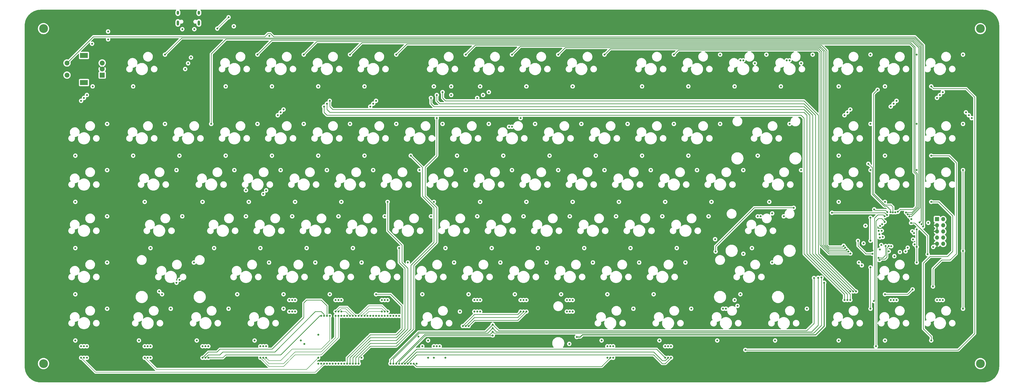
<source format=gbr>
%TF.GenerationSoftware,KiCad,Pcbnew,(6.0.4)*%
%TF.CreationDate,2022-07-07T12:58:27-04:00*%
%TF.ProjectId,Uranium,5572616e-6975-46d2-9e6b-696361645f70,rev?*%
%TF.SameCoordinates,Original*%
%TF.FileFunction,Copper,L2,Inr*%
%TF.FilePolarity,Positive*%
%FSLAX46Y46*%
G04 Gerber Fmt 4.6, Leading zero omitted, Abs format (unit mm)*
G04 Created by KiCad (PCBNEW (6.0.4)) date 2022-07-07 12:58:27*
%MOMM*%
%LPD*%
G01*
G04 APERTURE LIST*
%TA.AperFunction,ComponentPad*%
%ADD10C,3.600000*%
%TD*%
%TA.AperFunction,ComponentPad*%
%ADD11R,1.700000X1.700000*%
%TD*%
%TA.AperFunction,ComponentPad*%
%ADD12O,1.700000X1.700000*%
%TD*%
%TA.AperFunction,ComponentPad*%
%ADD13R,2.000000X2.000000*%
%TD*%
%TA.AperFunction,ComponentPad*%
%ADD14C,2.000000*%
%TD*%
%TA.AperFunction,ComponentPad*%
%ADD15R,3.200000X2.000000*%
%TD*%
%TA.AperFunction,ComponentPad*%
%ADD16O,1.000000X1.600000*%
%TD*%
%TA.AperFunction,ComponentPad*%
%ADD17O,1.000000X2.100000*%
%TD*%
%TA.AperFunction,ViaPad*%
%ADD18C,0.800000*%
%TD*%
%TA.AperFunction,Conductor*%
%ADD19C,0.250000*%
%TD*%
%TA.AperFunction,Conductor*%
%ADD20C,0.400000*%
%TD*%
%TA.AperFunction,Conductor*%
%ADD21C,0.200000*%
%TD*%
G04 APERTURE END LIST*
D10*
%TO.N,CASE*%
%TO.C,H3*%
X259556250Y-269081250D03*
%TD*%
%TO.N,CASE*%
%TO.C,H4*%
X645318750Y-269081250D03*
%TD*%
D11*
%TO.N,+3V3*%
%TO.C,J1*%
X627459375Y-209550000D03*
D12*
%TO.N,SWDIO*%
X629999375Y-209550000D03*
%TO.N,GND*%
X627459375Y-212090000D03*
%TO.N,SWCLK*%
X629999375Y-212090000D03*
%TO.N,GND*%
X627459375Y-214630000D03*
%TO.N,unconnected-(J1-Pad6)*%
X629999375Y-214630000D03*
%TO.N,unconnected-(J1-Pad7)*%
X627459375Y-217170000D03*
%TO.N,unconnected-(J1-Pad8)*%
X629999375Y-217170000D03*
%TO.N,GND*%
X627459375Y-219710000D03*
%TO.N,NRST*%
X629999375Y-219710000D03*
%TD*%
D10*
%TO.N,CASE*%
%TO.C,H2*%
X645318750Y-130968750D03*
%TD*%
%TO.N,CASE*%
%TO.C,H1*%
X259556250Y-130968750D03*
%TD*%
D13*
%TO.N,R1_A*%
%TO.C,SW2*%
X283725000Y-150137500D03*
D14*
%TO.N,R1_B*%
X283725000Y-145137500D03*
%TO.N,GND*%
X283725000Y-147637500D03*
D15*
%TO.N,N/C*%
X276225000Y-142037500D03*
X276225000Y-153237500D03*
D14*
%TO.N,col0*%
X269225000Y-145137500D03*
%TO.N,/Key Matrix/E2*%
X269225000Y-150137500D03*
%TD*%
D16*
%TO.N,Net-(C13-Pad2)*%
%TO.C,J2*%
X314880000Y-124450000D03*
D17*
X314880000Y-128630000D03*
X323520000Y-128630000D03*
D16*
X323520000Y-124450000D03*
%TD*%
D18*
%TO.N,NRST*%
X600900000Y-223800000D03*
X594915625Y-218484375D03*
X603900000Y-222050000D03*
%TO.N,GND*%
X386700000Y-257000000D03*
X315200000Y-131500000D03*
X611456250Y-212456250D03*
X625900000Y-253000000D03*
X607800000Y-212600000D03*
X324600000Y-131700000D03*
X611393750Y-216106250D03*
X259500000Y-227600000D03*
X611100000Y-274000000D03*
X378619068Y-249436147D03*
X332800000Y-126000000D03*
X625900000Y-223300000D03*
X617200000Y-219000000D03*
X389722312Y-257090637D03*
X607906250Y-216006250D03*
X256800000Y-231300000D03*
X269300000Y-134200000D03*
X389748547Y-253876920D03*
X619200000Y-270800000D03*
X280400000Y-132800000D03*
X262000000Y-231500000D03*
X392940402Y-257060031D03*
X288800000Y-225200000D03*
X389800000Y-259900000D03*
X629200000Y-237000000D03*
X280300000Y-135400000D03*
X359900000Y-133100000D03*
X586800000Y-270600000D03*
X264900000Y-231100000D03*
X597200000Y-272900000D03*
X600900000Y-222500000D03*
%TO.N,BOOT0*%
X598000000Y-212250000D03*
X604500000Y-220200000D03*
X608600000Y-220700000D03*
%TO.N,VBUS*%
X316700000Y-131200000D03*
X321650000Y-131200000D03*
%TO.N,E1_A*%
X604900000Y-211650000D03*
X286150000Y-132150000D03*
%TO.N,E1_B*%
X604050000Y-212300000D03*
X286150000Y-135400000D03*
%TO.N,+5V*%
X337915625Y-130000000D03*
%TO.N,+3V3*%
X581025488Y-235743948D03*
X479100000Y-258100000D03*
X616900000Y-209500000D03*
X596503626Y-228600192D03*
X390525000Y-266700000D03*
X279550000Y-137200000D03*
X352550000Y-134000000D03*
X378618750Y-269081250D03*
%TO.N,LM_SDB*%
X444500000Y-253000000D03*
X576800000Y-233800000D03*
X610300000Y-206700000D03*
X402431250Y-269081250D03*
%TO.N,row0*%
X602981250Y-156181250D03*
X609300000Y-206700000D03*
%TO.N,row1*%
X599200000Y-186700000D03*
X608300000Y-206600000D03*
%TO.N,row2*%
X607000000Y-206600000D03*
X601600000Y-205500000D03*
%TO.N,row3*%
X606900000Y-207800000D03*
X584200000Y-206900000D03*
X536300000Y-222900000D03*
X568450000Y-204850000D03*
%TO.N,row4*%
X605900000Y-208300000D03*
X601500000Y-243300000D03*
%TO.N,row5*%
X366921875Y-260956250D03*
X605900000Y-210700000D03*
X602300000Y-261937500D03*
X476040625Y-260956250D03*
%TO.N,Net-(D89-Pad2)*%
X413921250Y-257949375D03*
X372665625Y-257175000D03*
%TO.N,/LEDMatrix/CS3*%
X546496875Y-144065625D03*
X275034375Y-160734375D03*
X275034375Y-261937500D03*
%TO.N,/LEDMatrix/SW1*%
X506015625Y-154781250D03*
X279796875Y-154781250D03*
X477440625Y-154781250D03*
X458390625Y-154781250D03*
X421481604Y-167878266D03*
X427434734Y-154781380D03*
X353615625Y-154781250D03*
X525065625Y-154781250D03*
X334565625Y-154781250D03*
X391715625Y-154781250D03*
X439340625Y-154781250D03*
X389334375Y-269081250D03*
X427434734Y-158353258D03*
X372665625Y-154781250D03*
X420290625Y-154781250D03*
X296465625Y-154781250D03*
%TO.N,/LEDMatrix/CS1*%
X552450000Y-145256250D03*
X277415625Y-261937500D03*
X277415625Y-158353125D03*
%TO.N,/LEDMatrix/CS2*%
X276225000Y-261937500D03*
X547687500Y-144065625D03*
X276225000Y-159543750D03*
%TO.N,/LEDMatrix/CS6*%
X307181250Y-239315625D03*
X301228125Y-261937500D03*
X539353125Y-246459375D03*
%TO.N,/LEDMatrix/CS4*%
X315515625Y-234553125D03*
X545306250Y-245268750D03*
X303609375Y-261937500D03*
%TO.N,/LEDMatrix/CS5*%
X314325000Y-235743750D03*
X540543750Y-246459375D03*
X302418750Y-261937500D03*
%TO.N,/LEDMatrix/CS12*%
X553640625Y-208359375D03*
X342900000Y-197643750D03*
X348853125Y-261937500D03*
%TO.N,/LEDMatrix/CS10*%
X351234375Y-197643750D03*
X559593750Y-207168750D03*
X351234375Y-261937500D03*
%TO.N,/LEDMatrix/CS11*%
X554831250Y-208359375D03*
X350043750Y-199134375D03*
X350043750Y-261937500D03*
%TO.N,/LEDMatrix/CS15*%
X360759375Y-242887500D03*
X355996875Y-166687500D03*
X589359375Y-166687500D03*
%TO.N,/LEDMatrix/CS13*%
X591740625Y-164306250D03*
X363140625Y-242887500D03*
X358378125Y-164306250D03*
%TO.N,/LEDMatrix/CS14*%
X361950000Y-242887500D03*
X357187500Y-165496875D03*
X590550000Y-165496875D03*
%TO.N,/LEDMatrix/CS18*%
X589359375Y-242887500D03*
X379809375Y-242887500D03*
X375046875Y-163115625D03*
%TO.N,/LEDMatrix/CS16*%
X377415711Y-160746789D03*
X591740625Y-242887500D03*
X382190625Y-242887500D03*
%TO.N,/LEDMatrix/CS17*%
X376237500Y-161925000D03*
X590550000Y-242887500D03*
X381000000Y-242887500D03*
%TO.N,/LEDMatrix/CS21*%
X394096875Y-163115625D03*
X398859375Y-242887500D03*
X608409375Y-163115625D03*
%TO.N,/LEDMatrix/CS19*%
X401240625Y-242887500D03*
X610790625Y-160734375D03*
X396478125Y-160734375D03*
%TO.N,/LEDMatrix/CS20*%
X395287500Y-161925000D03*
X609600000Y-161925000D03*
X400050000Y-242887500D03*
%TO.N,/LEDMatrix/CS24*%
X420290625Y-261937500D03*
X419100000Y-159543750D03*
X591740625Y-239315625D03*
X608409375Y-242887500D03*
%TO.N,/LEDMatrix/CS22*%
X610790625Y-242887500D03*
X594121875Y-239315625D03*
X423862500Y-157162500D03*
X422671875Y-261937500D03*
%TO.N,/LEDMatrix/CS23*%
X421481250Y-158353125D03*
X592931250Y-239315625D03*
X609600000Y-242887500D03*
X421481250Y-261937500D03*
%TO.N,/LEDMatrix/CS27*%
X627459375Y-159543750D03*
X436959375Y-242887500D03*
X438150000Y-159543750D03*
%TO.N,/LEDMatrix/CS25*%
X629840625Y-157162500D03*
X439340625Y-242887500D03*
X442912500Y-157162500D03*
%TO.N,/LEDMatrix/CS26*%
X440531250Y-158353125D03*
X438150000Y-242887500D03*
X628650000Y-158353125D03*
%TO.N,/LEDMatrix/CS30*%
X639365625Y-165496875D03*
X456009375Y-242887500D03*
X627459375Y-242887500D03*
X451246875Y-171450000D03*
%TO.N,/LEDMatrix/CS28*%
X456009375Y-167878125D03*
X641746875Y-167878125D03*
X629840625Y-242887500D03*
X458390625Y-242887500D03*
%TO.N,/LEDMatrix/CS29*%
X452437500Y-171450000D03*
X640556250Y-166687500D03*
X628650000Y-242887500D03*
X457200000Y-242887500D03*
%TO.N,/LEDMatrix/CS33*%
X475059375Y-242887500D03*
%TO.N,/LEDMatrix/CS31*%
X477440625Y-242887500D03*
%TO.N,/LEDMatrix/CS32*%
X476250000Y-242887500D03*
%TO.N,/LEDMatrix/CS36*%
X491728125Y-261937500D03*
%TO.N,/LEDMatrix/CS34*%
X494109375Y-261937500D03*
%TO.N,/LEDMatrix/CS35*%
X492918750Y-261937500D03*
%TO.N,/LEDMatrix/CS39*%
X515540625Y-261937500D03*
%TO.N,/LEDMatrix/CS37*%
X517921875Y-261937500D03*
%TO.N,/LEDMatrix/CS38*%
X516731250Y-261937500D03*
%TO.N,/LEDMatrix/SW7*%
X586978125Y-154781250D03*
X551259375Y-221456250D03*
X382190625Y-269081250D03*
X544115625Y-154781250D03*
X606028125Y-154781250D03*
X625078125Y-154781250D03*
X563165625Y-154781250D03*
X548553466Y-263453466D03*
%TO.N,/LEDMatrix/CS9*%
X325040625Y-261937500D03*
X317896875Y-147637500D03*
X565546875Y-144065625D03*
%TO.N,/LEDMatrix/CS7*%
X571500000Y-145256250D03*
X327421875Y-261937500D03*
X320278125Y-142875000D03*
%TO.N,/LEDMatrix/CS8*%
X319087500Y-145256250D03*
X566737500Y-144065625D03*
X326231250Y-261937500D03*
%TO.N,/LEDMatrix/SW2*%
X467915625Y-183356250D03*
X391715625Y-183356250D03*
X296465625Y-183356250D03*
X506015625Y-183356250D03*
X388143750Y-269081250D03*
X272653125Y-183356250D03*
X353615625Y-183356250D03*
X486965625Y-183356250D03*
X315515625Y-183356250D03*
X410765625Y-183356250D03*
X334565625Y-183356250D03*
X448865625Y-183356250D03*
X372665625Y-183356250D03*
X429815625Y-183356250D03*
%TO.N,/LEDMatrix/SW8*%
X525065625Y-183356250D03*
X586978125Y-183356250D03*
X381000000Y-269081250D03*
X625078125Y-183356250D03*
X546496875Y-240506250D03*
X606028125Y-240506250D03*
X606028125Y-183356250D03*
X625800000Y-237300000D03*
X553640625Y-183356250D03*
X617400000Y-238500000D03*
%TO.N,/LEDMatrix/SW3*%
X515540625Y-202406250D03*
X477440625Y-202406250D03*
X325040625Y-202406250D03*
X344090625Y-202406250D03*
X401240625Y-202406250D03*
X272653125Y-202406250D03*
X363140625Y-202406250D03*
X439340625Y-202406250D03*
X458390625Y-202406250D03*
X382190625Y-202406250D03*
X386953125Y-269081250D03*
X496490625Y-202406250D03*
X420290625Y-202406250D03*
X301228125Y-202406250D03*
%TO.N,/LEDMatrix/SW9*%
X560784375Y-259556250D03*
X625078125Y-202406250D03*
X558403125Y-202406250D03*
X586978125Y-202406250D03*
X606028125Y-259556250D03*
X586978125Y-259556250D03*
X625078125Y-259556250D03*
X534590625Y-202406250D03*
X379809375Y-269081250D03*
X536971875Y-259556250D03*
X606028125Y-202406250D03*
%TO.N,/LEDMatrix/SW4*%
X367903125Y-221456250D03*
X406003125Y-221456250D03*
X329803125Y-221456250D03*
X386953125Y-221456250D03*
X348853125Y-221456250D03*
X272653125Y-221456250D03*
X444103125Y-221456250D03*
X425053125Y-221456250D03*
X501253125Y-221456250D03*
X482203125Y-221456250D03*
X385762500Y-269081250D03*
X520303125Y-221456250D03*
X463153125Y-221456250D03*
X303609375Y-221456250D03*
%TO.N,/LEDMatrix/SW5*%
X384571875Y-269081250D03*
X491728125Y-240506250D03*
X377428125Y-240506250D03*
X472678125Y-240506250D03*
X308371875Y-240506250D03*
X272653125Y-240506250D03*
X358378125Y-240506250D03*
X434578125Y-240506250D03*
X510778125Y-240506250D03*
X453628125Y-240506250D03*
X396478125Y-240506250D03*
X339328125Y-240506250D03*
X415528125Y-240506250D03*
%TO.N,/LEDMatrix/SW6*%
X489346875Y-259556250D03*
X272653125Y-259556250D03*
X383381250Y-269081250D03*
X298846875Y-259556250D03*
X417909375Y-259556250D03*
X322659375Y-259556250D03*
X346471875Y-259556250D03*
X415528125Y-261937500D03*
X513159375Y-259556250D03*
X365522182Y-259556468D03*
%TO.N,SWCLK*%
X617600000Y-217900000D03*
%TO.N,SWDIO*%
X623850000Y-211050000D03*
%TO.N,col1*%
X309562500Y-141684375D03*
X621100000Y-211600000D03*
X321468750Y-227409375D03*
X314325000Y-189309375D03*
X309562500Y-170259375D03*
X311943750Y-246459375D03*
X316706250Y-208359375D03*
%TO.N,col3*%
X361950000Y-208359375D03*
X358378125Y-246459375D03*
X352425000Y-227409375D03*
X347662500Y-170259375D03*
X357187500Y-189309375D03*
X616000000Y-208400000D03*
X347662500Y-141684375D03*
%TO.N,col4*%
X366712500Y-170259375D03*
X376237500Y-189309375D03*
X615400000Y-207600000D03*
X366712500Y-141684375D03*
X371475000Y-227409375D03*
X381000000Y-208359375D03*
%TO.N,col5*%
X614700000Y-206800000D03*
X400050000Y-208359375D03*
X390525000Y-227409375D03*
X385762500Y-170259375D03*
X395287500Y-189309375D03*
X385762500Y-141684375D03*
%TO.N,col6*%
X409575000Y-227409375D03*
X414337500Y-189309375D03*
X404812500Y-170259375D03*
X611300000Y-206500000D03*
X404812500Y-141684375D03*
X419100000Y-208359375D03*
%TO.N,col7*%
X428625000Y-227409375D03*
X433387500Y-141684375D03*
X589000000Y-220500000D03*
X438150000Y-208359375D03*
X604700000Y-214300000D03*
X423862500Y-170259375D03*
X433387500Y-189309375D03*
X431006250Y-247650208D03*
%TO.N,col8*%
X589600000Y-221300000D03*
X452437500Y-141684375D03*
X452437500Y-189309375D03*
X603400000Y-214300000D03*
X457200000Y-208359375D03*
X447675000Y-227409375D03*
X442912500Y-170259375D03*
%TO.N,col9*%
X590300000Y-222100000D03*
X466725000Y-227409375D03*
X471487500Y-141684375D03*
X471487500Y-189309375D03*
X476250000Y-208359375D03*
X461962500Y-170259375D03*
X603800000Y-215800000D03*
%TO.N,col10*%
X490537500Y-141684375D03*
X490537500Y-189309375D03*
X481012500Y-170259375D03*
X603900000Y-217100000D03*
X485775000Y-227409375D03*
X591000000Y-222900000D03*
X495300000Y-208359375D03*
%TO.N,col11*%
X514350000Y-208359375D03*
X519112500Y-141684375D03*
X504825000Y-227409375D03*
X605100000Y-216900000D03*
X591800000Y-223700000D03*
X502443750Y-246459375D03*
X500062500Y-170259375D03*
X509587500Y-189309375D03*
%TO.N,col12*%
X603300000Y-225500000D03*
X523875000Y-227409375D03*
X533400000Y-208359375D03*
X519112500Y-170259375D03*
X606300000Y-220600000D03*
X528637500Y-189309375D03*
X526256250Y-246459375D03*
X538162500Y-141684375D03*
X536100000Y-217800000D03*
%TO.N,col13*%
X607600000Y-220600000D03*
X544115625Y-242887500D03*
X547725000Y-223800000D03*
X557212500Y-141684375D03*
X603800000Y-226400000D03*
X547687500Y-189309375D03*
X538162500Y-170259375D03*
%TO.N,col14*%
X564356250Y-208359375D03*
X566737500Y-170259375D03*
X609900000Y-224800000D03*
X571500000Y-189309375D03*
X559593750Y-227409375D03*
X576262500Y-141684375D03*
X597200000Y-219500000D03*
X614500000Y-222800000D03*
X573881250Y-246459375D03*
%TO.N,col15*%
X600075000Y-141684375D03*
X600075000Y-229425000D03*
X600075000Y-246459375D03*
X600075000Y-218425000D03*
X600075000Y-170259375D03*
X615400000Y-221300000D03*
X600075000Y-208925000D03*
X600075000Y-189309375D03*
%TO.N,col16*%
X619125000Y-213775000D03*
X619125000Y-170259375D03*
X619125000Y-227409375D03*
X619125000Y-189309375D03*
X619125000Y-141684375D03*
X619125000Y-220975000D03*
%TO.N,col17*%
X638175000Y-141684375D03*
X638175000Y-222625000D03*
X638175000Y-189309375D03*
X638175000Y-170259375D03*
X618200000Y-219900000D03*
X638175000Y-246459375D03*
X625900000Y-221000000D03*
%TO.N,col0*%
X285750000Y-189309375D03*
X285750000Y-227409375D03*
X285750000Y-208359375D03*
X285750000Y-170259375D03*
X621700000Y-212600000D03*
X285750000Y-246459375D03*
%TO.N,col2*%
X620300000Y-210900000D03*
X338137500Y-189309375D03*
X342900000Y-208359375D03*
X328612500Y-170259375D03*
X335756250Y-246459375D03*
%TO.N,LM_SCL*%
X578500000Y-233700000D03*
X403621875Y-269081250D03*
X612200000Y-223100000D03*
X444500000Y-254500000D03*
X595300000Y-227400000D03*
%TO.N,LM_SDA*%
X444500000Y-256000000D03*
X579900000Y-233600000D03*
X404812500Y-269081250D03*
X607600000Y-222800000D03*
%TO.N,/LEDMatrix/~{INTB}*%
X406003125Y-269081250D03*
X444500000Y-257500000D03*
%TO.N,Net-(R19-Pad1)*%
X377428125Y-269081250D03*
X277415625Y-266700000D03*
%TO.N,Net-(R20-Pad1)*%
X276225000Y-266700000D03*
X376237500Y-269081250D03*
%TO.N,Net-(R21-Pad1)*%
X375046875Y-269081250D03*
X275034375Y-266700000D03*
%TO.N,Net-(R22-Pad1)*%
X303609375Y-266700000D03*
X373856250Y-269081250D03*
%TO.N,Net-(R23-Pad1)*%
X302418750Y-266700000D03*
X372665625Y-269081250D03*
%TO.N,Net-(R24-Pad1)*%
X372665625Y-266700000D03*
X301228125Y-266700000D03*
%TO.N,Net-(R25-Pad1)*%
X373856564Y-249436147D03*
X327422150Y-266700224D03*
%TO.N,Net-(R26-Pad1)*%
X375047190Y-249436147D03*
X326231524Y-266700224D03*
%TO.N,Net-(R27-Pad1)*%
X376237816Y-249436147D03*
X325040898Y-266700224D03*
%TO.N,Net-(R28-Pad1)*%
X377428442Y-249436147D03*
X351234670Y-266700224D03*
%TO.N,Net-(R29-Pad1)*%
X379809694Y-249436147D03*
X350044044Y-266700224D03*
%TO.N,Net-(R30-Pad1)*%
X381000320Y-249436147D03*
X348853418Y-266700224D03*
%TO.N,Net-(R31-Pad1)*%
X382190946Y-249436147D03*
X363140930Y-247650208D03*
%TO.N,Net-(R32-Pad1)*%
X361950304Y-247650208D03*
X383381572Y-249436147D03*
%TO.N,Net-(R33-Pad1)*%
X360759678Y-247650208D03*
X384572198Y-249436147D03*
%TO.N,Net-(R34-Pad1)*%
X385762824Y-249436147D03*
X382190946Y-247650208D03*
%TO.N,Net-(R35-Pad1)*%
X381000320Y-247650208D03*
X386953450Y-249436147D03*
%TO.N,Net-(R36-Pad1)*%
X379809694Y-247650208D03*
X388144076Y-249436147D03*
%TO.N,Net-(R37-Pad1)*%
X401240962Y-247650208D03*
X389334702Y-249436147D03*
%TO.N,Net-(R38-Pad1)*%
X400050336Y-247650208D03*
X390525328Y-249436147D03*
%TO.N,Net-(R39-Pad1)*%
X398859710Y-247650208D03*
X391715954Y-249436147D03*
%TO.N,Net-(R40-Pad1)*%
X392906580Y-249436147D03*
X425053482Y-266700224D03*
%TO.N,Net-(R41-Pad1)*%
X420290978Y-266700224D03*
X394097206Y-249436147D03*
%TO.N,Net-(R42-Pad1)*%
X417909726Y-266700224D03*
X395287832Y-249436147D03*
%TO.N,Net-(R43-Pad1)*%
X396478458Y-249436147D03*
X439340994Y-247650208D03*
%TO.N,Net-(R44-Pad1)*%
X397669084Y-249436147D03*
X438150368Y-247650208D03*
%TO.N,Net-(R45-Pad1)*%
X398859710Y-249436147D03*
X436959742Y-247650208D03*
%TO.N,Net-(R46-Pad1)*%
X400050336Y-249436147D03*
X458391010Y-247650208D03*
X434578490Y-253603338D03*
%TO.N,Net-(R47-Pad1)*%
X457200384Y-247650208D03*
X401240962Y-249436147D03*
X433387864Y-253603338D03*
%TO.N,Net-(R48-Pad1)*%
X432197238Y-253603338D03*
X402431588Y-249436147D03*
X456009758Y-247650208D03*
%TO.N,Net-(R49-Pad1)*%
X403622214Y-249436147D03*
X477441026Y-247650208D03*
%TO.N,Net-(R50-Pad1)*%
X404812840Y-249436147D03*
X476250400Y-247650208D03*
%TO.N,Net-(R51-Pad1)*%
X475059774Y-247650208D03*
X406003466Y-249436147D03*
%TO.N,Net-(R52-Pad1)*%
X413146875Y-269081250D03*
X494109790Y-266700224D03*
%TO.N,Net-(R53-Pad1)*%
X492919164Y-266700224D03*
X411956250Y-269081250D03*
%TO.N,Net-(R54-Pad1)*%
X491728538Y-266700224D03*
X410765625Y-269081250D03*
%TO.N,Net-(R55-Pad1)*%
X409575000Y-269081250D03*
X517922310Y-266700224D03*
%TO.N,Net-(R56-Pad1)*%
X516731684Y-266700224D03*
X408384375Y-269081250D03*
%TO.N,Net-(R57-Pad1)*%
X407193750Y-269081250D03*
X515541058Y-266700224D03*
%TO.N,AUX_LIGHT*%
X623600000Y-224000000D03*
X616800000Y-211100000D03*
%TO.N,D+*%
X331100000Y-130950000D03*
X618000000Y-215300000D03*
X335750000Y-126300000D03*
%TO.N,D-*%
X617300000Y-214550000D03*
%TD*%
D19*
%TO.N,NRST*%
X594915625Y-220515625D02*
X594915625Y-218484375D01*
X598200000Y-223800000D02*
X594915625Y-220515625D01*
X600900000Y-223800000D02*
X598200000Y-223800000D01*
D20*
%TO.N,GND*%
X625900000Y-223300000D02*
X627459375Y-221740625D01*
X627459375Y-221740625D02*
X627459375Y-219710000D01*
%TO.N,+3V3*%
X581025488Y-253603338D02*
X581025488Y-235743948D01*
X481424784Y-257175216D02*
X577453610Y-257175216D01*
X577453610Y-257175216D02*
X581025488Y-253603338D01*
X479100000Y-258100000D02*
X480500000Y-258100000D01*
X480500000Y-258100000D02*
X481424784Y-257175216D01*
D19*
%TO.N,LM_SDB*%
X576800000Y-252500000D02*
X576800000Y-233800000D01*
X573800000Y-255500000D02*
X576800000Y-252500000D01*
X402431250Y-269081250D02*
X402431250Y-267568750D01*
X402431250Y-267568750D02*
X414000000Y-256000000D01*
X444500000Y-253000000D02*
X447000000Y-255500000D01*
X414000000Y-256000000D02*
X441500000Y-256000000D01*
X447000000Y-255500000D02*
X573800000Y-255500000D01*
X441500000Y-256000000D02*
X444500000Y-253000000D01*
%TO.N,row0*%
X606000000Y-203700000D02*
X601300000Y-199000000D01*
X609300000Y-206700000D02*
X609300000Y-204500000D01*
X601300000Y-199000000D02*
X601300000Y-157862500D01*
X601300000Y-157862500D02*
X602981250Y-156181250D01*
X608500000Y-203700000D02*
X606000000Y-203700000D01*
X609300000Y-204500000D02*
X608500000Y-203700000D01*
%TO.N,row1*%
X606700000Y-204200000D02*
X605800000Y-204200000D01*
X600800000Y-199200000D02*
X600800000Y-198100000D01*
X608300000Y-205800000D02*
X606700000Y-204200000D01*
X600800000Y-188300000D02*
X599200000Y-186700000D01*
X600800000Y-198100000D02*
X600800000Y-188300000D01*
X605800000Y-204200000D02*
X600800000Y-199200000D01*
X608300000Y-206600000D02*
X608300000Y-205800000D01*
%TO.N,row2*%
X602700000Y-205900000D02*
X602400000Y-205900000D01*
X604300000Y-205900000D02*
X602700000Y-205900000D01*
X604300000Y-205900000D02*
X606300000Y-205900000D01*
X602400000Y-205900000D02*
X602000000Y-205900000D01*
X606300000Y-205900000D02*
X607000000Y-206600000D01*
X602000000Y-205900000D02*
X601600000Y-205500000D01*
%TO.N,row3*%
X536300000Y-220700000D02*
X536300000Y-222900000D01*
X606000000Y-206900000D02*
X606900000Y-207800000D01*
X604900000Y-206900000D02*
X606000000Y-206900000D01*
X604900000Y-206900000D02*
X584200000Y-206900000D01*
X568387500Y-204787500D02*
X552212500Y-204787500D01*
X552212500Y-204787500D02*
X536300000Y-220700000D01*
X568450000Y-204850000D02*
X568387500Y-204787500D01*
%TO.N,row4*%
X605300000Y-207700000D02*
X603100000Y-207700000D01*
X601700000Y-243100000D02*
X601500000Y-243300000D01*
X601700000Y-209100000D02*
X601700000Y-243100000D01*
X605900000Y-208300000D02*
X605300000Y-207700000D01*
X603100000Y-207700000D02*
X601700000Y-209100000D01*
%TO.N,row5*%
X605800000Y-210400000D02*
X604700000Y-209300000D01*
X605800000Y-210400000D02*
X605900000Y-210500000D01*
X605900000Y-210500000D02*
X605900000Y-210700000D01*
X603300000Y-209300000D02*
X602300000Y-210300000D01*
X602300000Y-210300000D02*
X602300000Y-261937500D01*
X604700000Y-209300000D02*
X603300000Y-209300000D01*
%TO.N,/LEDMatrix/SW1*%
X389334375Y-269081250D02*
X389334375Y-266700551D01*
X411956596Y-254793964D02*
X411956596Y-228600192D01*
X389334375Y-266700551D02*
X394097206Y-261937720D01*
X421481604Y-219075184D02*
X421481604Y-204787672D01*
X404812840Y-261937720D02*
X411956596Y-254793964D01*
X416719100Y-188118908D02*
X421481604Y-183356404D01*
X421481604Y-204787672D02*
X416719100Y-200025168D01*
X411956596Y-228600192D02*
X421481604Y-219075184D01*
X416719100Y-200025168D02*
X416719100Y-188118908D01*
X394097206Y-261937720D02*
X404812840Y-261937720D01*
X421481604Y-183356404D02*
X421481604Y-167878266D01*
%TO.N,/LEDMatrix/CS18*%
X589359375Y-240506250D02*
X572690625Y-223837500D01*
X376237500Y-166687500D02*
X375046875Y-165496875D01*
X375046875Y-165496875D02*
X375046875Y-163115625D01*
X572690625Y-223837500D02*
X572690625Y-167878125D01*
X571500000Y-166687500D02*
X376237500Y-166687500D01*
X572690625Y-167878125D02*
X571500000Y-166687500D01*
X589359375Y-242887500D02*
X589359375Y-240506250D01*
%TO.N,/LEDMatrix/CS16*%
X575071875Y-223837500D02*
X575071875Y-166687500D01*
X378618750Y-164306250D02*
X377415711Y-163103211D01*
X572690625Y-164306250D02*
X378618750Y-164306250D01*
X575071875Y-166687500D02*
X572690625Y-164306250D01*
X377415711Y-163103211D02*
X377415711Y-160746789D01*
X591740625Y-240506250D02*
X575071875Y-223837500D01*
X591740625Y-242887500D02*
X591740625Y-240506250D01*
%TO.N,/LEDMatrix/CS17*%
X498871875Y-165496875D02*
X377428125Y-165496875D01*
X573881250Y-166687500D02*
X572690625Y-165496875D01*
X590550000Y-242887500D02*
X590550000Y-240506250D01*
X590550000Y-240506250D02*
X573881250Y-223837500D01*
X376237500Y-164306250D02*
X376237500Y-161925000D01*
X573881250Y-223837500D02*
X573881250Y-166687500D01*
X377428125Y-165496875D02*
X376237500Y-164306250D01*
X572690625Y-165496875D02*
X498871875Y-165496875D01*
%TO.N,/LEDMatrix/CS24*%
X419100000Y-161925000D02*
X419100000Y-159543750D01*
X576262500Y-223837500D02*
X576262500Y-166687500D01*
X420290625Y-163115625D02*
X419100000Y-161925000D01*
X591740625Y-239315625D02*
X576262500Y-223837500D01*
X572690625Y-163115625D02*
X420290625Y-163115625D01*
X576262500Y-166687500D02*
X572690625Y-163115625D01*
%TO.N,/LEDMatrix/CS22*%
X423862500Y-159543750D02*
X423862500Y-157162500D01*
X594121875Y-239315625D02*
X578643750Y-223837500D01*
X572690625Y-160734375D02*
X425053125Y-160734375D01*
X578643750Y-223837500D02*
X578643750Y-166687500D01*
X425053125Y-160734375D02*
X423862500Y-159543750D01*
X578643750Y-166687500D02*
X572690625Y-160734375D01*
%TO.N,/LEDMatrix/CS23*%
X592931250Y-239315625D02*
X577453125Y-223837500D01*
X572690625Y-161925000D02*
X422671875Y-161925000D01*
X422671875Y-161925000D02*
X421481250Y-160734375D01*
X577453125Y-166687500D02*
X572690625Y-161925000D01*
X421481250Y-160734375D02*
X421481250Y-158353125D01*
X577453125Y-223837500D02*
X577453125Y-166687500D01*
%TO.N,/LEDMatrix/SW7*%
X625078125Y-154781250D02*
X625996875Y-155700000D01*
X643000000Y-159200000D02*
X643000000Y-256700000D01*
X548600000Y-263500000D02*
X548553466Y-263453466D01*
X639500000Y-155700000D02*
X643000000Y-159200000D01*
X643000000Y-256700000D02*
X636200000Y-263500000D01*
X625996875Y-155700000D02*
X639500000Y-155700000D01*
X636200000Y-263500000D02*
X548600000Y-263500000D01*
%TO.N,/LEDMatrix/SW2*%
X420290978Y-219075184D02*
X420290978Y-204787672D01*
X410765970Y-228600192D02*
X420290978Y-219075184D01*
X388143750Y-266700550D02*
X394097206Y-260747094D01*
X410765816Y-183356250D02*
X410765625Y-183356250D01*
X410765970Y-254793964D02*
X410765970Y-228600192D01*
X415528474Y-188118908D02*
X410765816Y-183356250D01*
X388143750Y-269081250D02*
X388143750Y-266700550D01*
X415528474Y-200025168D02*
X415528474Y-188118908D01*
X394097206Y-260747094D02*
X404812840Y-260747094D01*
X420290978Y-204787672D02*
X415528474Y-200025168D01*
X404812840Y-260747094D02*
X410765970Y-254793964D01*
%TO.N,/LEDMatrix/SW8*%
X606028125Y-240506250D02*
X615393750Y-240506250D01*
X632800000Y-226400000D02*
X635400000Y-223800000D01*
X625800000Y-230000000D02*
X629400000Y-226400000D01*
X615393750Y-240506250D02*
X617400000Y-238500000D01*
X635400000Y-223800000D02*
X635400000Y-186300000D01*
X635400000Y-186300000D02*
X632456250Y-183356250D01*
X629400000Y-226400000D02*
X632800000Y-226400000D01*
X632456250Y-183356250D02*
X625078125Y-183356250D01*
X625800000Y-237300000D02*
X625800000Y-230000000D01*
%TO.N,/LEDMatrix/SW3*%
X401240625Y-214312343D02*
X401240625Y-202406250D01*
X407194092Y-227409566D02*
X407194092Y-220265810D01*
X407194092Y-220265810D02*
X401240625Y-214312343D01*
X409575344Y-254793964D02*
X409575344Y-229790818D01*
X386953125Y-266700549D02*
X394097206Y-259556468D01*
X386953125Y-269081250D02*
X386953125Y-266700549D01*
X394097206Y-259556468D02*
X404812840Y-259556468D01*
X409575344Y-229790818D02*
X407194092Y-227409566D01*
X404812840Y-259556468D02*
X409575344Y-254793964D01*
%TO.N,/LEDMatrix/SW9*%
X625078125Y-259556250D02*
X625078125Y-257978125D01*
X631800000Y-224900000D02*
X633900000Y-222800000D01*
X621800000Y-254700000D02*
X621800000Y-227700000D01*
X633900000Y-222800000D02*
X633900000Y-208200000D01*
X625078125Y-257978125D02*
X621800000Y-254700000D01*
X628106250Y-202406250D02*
X625078125Y-202406250D01*
X621800000Y-227700000D02*
X624600000Y-224900000D01*
X624600000Y-224900000D02*
X631800000Y-224900000D01*
X633900000Y-208200000D02*
X628106250Y-202406250D01*
%TO.N,/LEDMatrix/SW4*%
X408384718Y-229790818D02*
X406003125Y-227409225D01*
X385762500Y-269081250D02*
X385762500Y-266700548D01*
X385762500Y-266700548D02*
X394097206Y-258365842D01*
X404812840Y-258365842D02*
X408384718Y-254793964D01*
X394097206Y-258365842D02*
X404812840Y-258365842D01*
X406003125Y-227409225D02*
X406003125Y-221456250D01*
X408384718Y-254793964D02*
X408384718Y-229790818D01*
%TO.N,/LEDMatrix/SW5*%
X384571875Y-266700547D02*
X394097206Y-257175216D01*
X407194092Y-245268956D02*
X402431386Y-240506250D01*
X394097206Y-257175216D02*
X404812840Y-257175216D01*
X407194092Y-254793964D02*
X407194092Y-245268956D01*
X384571875Y-269081250D02*
X384571875Y-266700547D01*
X402431386Y-240506250D02*
X396478125Y-240506250D01*
X404812840Y-257175216D02*
X407194092Y-254793964D01*
%TO.N,col1*%
X621100000Y-211600000D02*
X621400000Y-211300000D01*
X621400000Y-138000000D02*
X618200000Y-134800000D01*
X618200000Y-134800000D02*
X316446875Y-134800000D01*
X316446875Y-134800000D02*
X309562500Y-141684375D01*
X621400000Y-211300000D02*
X621400000Y-138000000D01*
%TO.N,col3*%
X620400000Y-138600000D02*
X617600000Y-135800000D01*
X616900000Y-208400000D02*
X616000000Y-208400000D01*
X620400000Y-204900000D02*
X620400000Y-138600000D01*
X353546875Y-135800000D02*
X347662500Y-141684375D01*
X620400000Y-204900000D02*
X616900000Y-208400000D01*
X617600000Y-135800000D02*
X353546875Y-135800000D01*
%TO.N,col4*%
X617000000Y-207600000D02*
X619900000Y-204700000D01*
X615400000Y-207600000D02*
X617000000Y-207600000D01*
X372096875Y-136300000D02*
X366712500Y-141684375D01*
X619900000Y-138800000D02*
X617400000Y-136300000D01*
X617400000Y-136300000D02*
X372096875Y-136300000D01*
X619900000Y-204700000D02*
X619900000Y-138800000D01*
%TO.N,col5*%
X617100000Y-206800000D02*
X619400000Y-204500000D01*
X616600000Y-136800000D02*
X390646875Y-136800000D01*
X390646875Y-136800000D02*
X385762500Y-141684375D01*
X618400000Y-138600000D02*
X616600000Y-136800000D01*
X619400000Y-204500000D02*
X619400000Y-190900000D01*
X618400000Y-189900000D02*
X618400000Y-138600000D01*
X614700000Y-206800000D02*
X617100000Y-206800000D01*
X619400000Y-190900000D02*
X618400000Y-189900000D01*
%TO.N,col6*%
X617900000Y-138800000D02*
X617900000Y-190100000D01*
X618900000Y-204300000D02*
X617700000Y-205500000D01*
X616400000Y-137300000D02*
X617900000Y-138800000D01*
X618900000Y-191100000D02*
X618900000Y-204300000D01*
X617900000Y-190100000D02*
X618900000Y-191100000D01*
X612300000Y-205500000D02*
X611300000Y-206500000D01*
X409196875Y-137300000D02*
X616400000Y-137300000D01*
X617700000Y-205500000D02*
X612300000Y-205500000D01*
X404812500Y-141684375D02*
X409196875Y-137300000D01*
%TO.N,col7*%
X582100000Y-220200000D02*
X582100000Y-140000000D01*
X437271875Y-137800000D02*
X433387500Y-141684375D01*
X579900000Y-137800000D02*
X437271875Y-137800000D01*
X582100000Y-140000000D02*
X579900000Y-137800000D01*
X582900000Y-221000000D02*
X582100000Y-220200000D01*
X589000000Y-220500000D02*
X588500000Y-221000000D01*
X588500000Y-221000000D02*
X582900000Y-221000000D01*
%TO.N,col8*%
X589600000Y-221300000D02*
X589200000Y-221700000D01*
X582900000Y-221700000D02*
X581400000Y-220200000D01*
X579400000Y-138300000D02*
X455821875Y-138300000D01*
X455821875Y-138300000D02*
X452437500Y-141684375D01*
X581400000Y-220200000D02*
X581400000Y-140300000D01*
X589200000Y-221700000D02*
X582900000Y-221700000D01*
X581400000Y-140300000D02*
X579400000Y-138300000D01*
%TO.N,col9*%
X580700000Y-220200000D02*
X580700000Y-140300000D01*
X474371875Y-138800000D02*
X471487500Y-141684375D01*
X579200000Y-138800000D02*
X474371875Y-138800000D01*
X582900000Y-222400000D02*
X580700000Y-220200000D01*
X589200000Y-222400000D02*
X590000000Y-222400000D01*
X589200000Y-222400000D02*
X582900000Y-222400000D01*
X590000000Y-222400000D02*
X590300000Y-222100000D01*
X580700000Y-140300000D02*
X579200000Y-138800000D01*
%TO.N,col10*%
X590800000Y-223100000D02*
X591000000Y-222900000D01*
X492921875Y-139300000D02*
X490537500Y-141684375D01*
X580000000Y-220200000D02*
X580000000Y-140500000D01*
X578800000Y-139300000D02*
X492921875Y-139300000D01*
X582900000Y-223100000D02*
X580000000Y-220200000D01*
X590400000Y-223100000D02*
X582900000Y-223100000D01*
X580000000Y-140500000D02*
X578800000Y-139300000D01*
X590400000Y-223100000D02*
X590800000Y-223100000D01*
%TO.N,col11*%
X520996875Y-139800000D02*
X519112500Y-141684375D01*
X591300000Y-223800000D02*
X591700000Y-223800000D01*
X591700000Y-223800000D02*
X591800000Y-223700000D01*
X579300000Y-220200000D02*
X579300000Y-140700000D01*
X579300000Y-140700000D02*
X578400000Y-139800000D01*
X591300000Y-223800000D02*
X582900000Y-223800000D01*
X582900000Y-223800000D02*
X579300000Y-220200000D01*
X578400000Y-139800000D02*
X520996875Y-139800000D01*
%TO.N,col12*%
X606300000Y-224300000D02*
X605100000Y-225500000D01*
X606300000Y-220600000D02*
X606300000Y-224300000D01*
X605100000Y-225500000D02*
X603300000Y-225500000D01*
%TO.N,col13*%
X604500000Y-226000000D02*
X606000000Y-226000000D01*
X606800000Y-221400000D02*
X606800000Y-225200000D01*
X604100000Y-226400000D02*
X603800000Y-226400000D01*
X607600000Y-220600000D02*
X606800000Y-221400000D01*
X606800000Y-225200000D02*
X606000000Y-226000000D01*
X604500000Y-226000000D02*
X604100000Y-226400000D01*
%TO.N,col15*%
X600075000Y-208925000D02*
X600075000Y-218425000D01*
X600075000Y-229425000D02*
X600075000Y-246459375D01*
%TO.N,col16*%
X619125000Y-227409375D02*
X619125000Y-220975000D01*
X619125000Y-220975000D02*
X619125000Y-213775000D01*
%TO.N,col17*%
X638175000Y-222625000D02*
X638175000Y-246459375D01*
X638175000Y-189309375D02*
X638175000Y-222625000D01*
%TO.N,col0*%
X353000000Y-133000000D02*
X354300000Y-134300000D01*
X280062500Y-134300000D02*
X350700000Y-134300000D01*
X352000000Y-133000000D02*
X353000000Y-133000000D01*
X354300000Y-134300000D02*
X618400000Y-134300000D01*
X621900000Y-212400000D02*
X621700000Y-212600000D01*
X618400000Y-134300000D02*
X621900000Y-137800000D01*
X269225000Y-145137500D02*
X280062500Y-134300000D01*
X350700000Y-134300000D02*
X352000000Y-133000000D01*
X621900000Y-137800000D02*
X621900000Y-212400000D01*
%TO.N,col2*%
X620900000Y-210300000D02*
X620900000Y-138300000D01*
X620300000Y-210900000D02*
X620900000Y-210300000D01*
X328600000Y-170246875D02*
X328612500Y-170259375D01*
X617900000Y-135300000D02*
X334700000Y-135300000D01*
X328600000Y-141400000D02*
X328600000Y-170246875D01*
X620900000Y-138300000D02*
X617900000Y-135300000D01*
X334700000Y-135300000D02*
X328600000Y-141400000D01*
%TO.N,LM_SCL*%
X575800000Y-256000000D02*
X578500000Y-253300000D01*
X444500000Y-254500000D02*
X446000000Y-256000000D01*
X403621875Y-267078125D02*
X414200000Y-256500000D01*
X578500000Y-253300000D02*
X578500000Y-233700000D01*
X442500000Y-256500000D02*
X444500000Y-254500000D01*
X414200000Y-256500000D02*
X442500000Y-256500000D01*
X446000000Y-256000000D02*
X575800000Y-256000000D01*
X403621875Y-269081250D02*
X403621875Y-267078125D01*
%TO.N,LM_SDA*%
X576700000Y-256500000D02*
X579900000Y-253300000D01*
X443500000Y-257000000D02*
X444500000Y-256000000D01*
X404812500Y-268787500D02*
X416600000Y-257000000D01*
X444500000Y-256000000D02*
X445000000Y-256500000D01*
X404812500Y-269081250D02*
X404812500Y-268787500D01*
X445000000Y-256500000D02*
X576700000Y-256500000D01*
X579900000Y-253300000D02*
X579900000Y-233600000D01*
X416600000Y-257000000D02*
X443500000Y-257000000D01*
%TO.N,/LEDMatrix/~{INTB}*%
X406003125Y-268296875D02*
X414050000Y-260250000D01*
X416800000Y-257500000D02*
X414050000Y-260250000D01*
X444500000Y-257500000D02*
X416800000Y-257500000D01*
X406003125Y-269081250D02*
X406003125Y-268296875D01*
D21*
%TO.N,Net-(R21-Pad1)*%
X371475000Y-272653125D02*
X375046875Y-269081250D01*
X275034375Y-266700000D02*
X280987500Y-272653125D01*
X280987500Y-272653125D02*
X371475000Y-272653125D01*
%TO.N,Net-(R24-Pad1)*%
X305990625Y-271462500D02*
X301228125Y-266700000D01*
X372665625Y-266700000D02*
X367903125Y-271462500D01*
X367903125Y-271462500D02*
X305990625Y-271462500D01*
D19*
%TO.N,Net-(R25-Pad1)*%
X334565906Y-265509598D02*
X333375280Y-266700224D01*
X357187800Y-265509598D02*
X334565906Y-265509598D01*
X373261251Y-249436147D02*
X357187800Y-265509598D01*
X333375280Y-266700224D02*
X327422150Y-266700224D01*
X373856564Y-249436147D02*
X373261251Y-249436147D01*
%TO.N,Net-(R26-Pad1)*%
X327422150Y-265509598D02*
X326231524Y-266700224D01*
X371475312Y-247650208D02*
X373856564Y-247650208D01*
X333375280Y-264318972D02*
X354806548Y-264318972D01*
X375047190Y-248840834D02*
X375047190Y-249436147D01*
X373856564Y-247650208D02*
X375047190Y-248840834D01*
X354806548Y-264318972D02*
X371475312Y-247650208D01*
X332184654Y-265509598D02*
X333375280Y-264318972D01*
X332184654Y-265509598D02*
X327422150Y-265509598D01*
%TO.N,Net-(R27-Pad1)*%
X373856564Y-242887704D02*
X376237816Y-245268956D01*
X367903434Y-242887704D02*
X373856564Y-242887704D01*
X327422150Y-264318972D02*
X325040898Y-266700224D01*
X376237816Y-245268956D02*
X376237816Y-249436147D01*
X366712808Y-244078330D02*
X367903434Y-242887704D01*
X353615922Y-263128346D02*
X366712808Y-250031460D01*
X330994028Y-264318972D02*
X327422150Y-264318972D01*
X332184654Y-263128346D02*
X353615922Y-263128346D01*
X330994028Y-264318972D02*
X332184654Y-263128346D01*
X366712808Y-250031460D02*
X366712808Y-244078330D01*
D21*
%TO.N,Net-(R28-Pad1)*%
X357187800Y-267890850D02*
X352425296Y-267890850D01*
X377428442Y-259556468D02*
X373856564Y-263128346D01*
X373856564Y-263128346D02*
X361950304Y-263128346D01*
X361950304Y-263128346D02*
X357187800Y-267890850D01*
X377428442Y-249436147D02*
X377428442Y-259556468D01*
X352425296Y-267890850D02*
X351234670Y-266700224D01*
%TO.N,Net-(R29-Pad1)*%
X373856564Y-264318972D02*
X363140930Y-264318972D01*
X379809694Y-258365842D02*
X373856564Y-264318972D01*
X358378426Y-269081476D02*
X353615922Y-269081476D01*
X350044044Y-266700224D02*
X352425296Y-269081476D01*
X363140930Y-264318972D02*
X358378426Y-269081476D01*
X352425296Y-269081476D02*
X353615922Y-269081476D01*
X379809694Y-249436147D02*
X379809694Y-258365842D01*
%TO.N,Net-(R30-Pad1)*%
X381000320Y-258365842D02*
X373856564Y-265509598D01*
X363140930Y-265509598D02*
X358378426Y-270272102D01*
X358378426Y-270272102D02*
X352425296Y-270272102D01*
X373856564Y-265509598D02*
X363140930Y-265509598D01*
X352425296Y-270272102D02*
X348853418Y-266700224D01*
X381000320Y-249436147D02*
X381000320Y-258365842D01*
%TO.N,Net-(R34-Pad1)*%
X383976885Y-247650208D02*
X385762824Y-249436147D01*
X382190946Y-247650208D02*
X383976885Y-247650208D01*
%TO.N,Net-(R35-Pad1)*%
X382190946Y-246459582D02*
X383976885Y-246459582D01*
X383976885Y-246459582D02*
X386953450Y-249436147D01*
X381000320Y-247650208D02*
X382190946Y-246459582D01*
%TO.N,Net-(R36-Pad1)*%
X381595633Y-245864269D02*
X384572198Y-245864269D01*
X379809694Y-247650208D02*
X381595633Y-245864269D01*
X384572198Y-245864269D02*
X388144076Y-249436147D01*
%TO.N,Net-(R37-Pad1)*%
X398859710Y-245268956D02*
X393501893Y-245268956D01*
X401240962Y-247650208D02*
X398859710Y-245268956D01*
X393501893Y-245268956D02*
X389334702Y-249436147D01*
%TO.N,Net-(R38-Pad1)*%
X393501893Y-246459582D02*
X390525328Y-249436147D01*
X400050336Y-247650208D02*
X398859710Y-246459582D01*
X398859710Y-246459582D02*
X393501893Y-246459582D01*
%TO.N,Net-(R39-Pad1)*%
X398859710Y-247650208D02*
X393501893Y-247650208D01*
X393501893Y-247650208D02*
X391715954Y-249436147D01*
D19*
%TO.N,Net-(R46-Pad1)*%
X454819132Y-251222086D02*
X458391010Y-247650208D01*
X434578490Y-253603338D02*
X436959742Y-251222086D01*
X436959742Y-251222086D02*
X454819132Y-251222086D01*
%TO.N,Net-(R47-Pad1)*%
X457200384Y-247650208D02*
X454819132Y-250031460D01*
X454819132Y-250031460D02*
X436959742Y-250031460D01*
X436959742Y-250031460D02*
X433387864Y-253603338D01*
%TO.N,Net-(R48-Pad1)*%
X454819132Y-248840834D02*
X456009758Y-247650208D01*
X436959742Y-248840834D02*
X454819132Y-248840834D01*
X432197238Y-253603338D02*
X436959742Y-248840834D01*
%TO.N,Net-(R53-Pad1)*%
X489347286Y-270272102D02*
X492919164Y-266700224D01*
X413147102Y-270272102D02*
X489347286Y-270272102D01*
X411956250Y-269081250D02*
X413147102Y-270272102D01*
%TO.N,Net-(R55-Pad1)*%
X510778554Y-265509598D02*
X514350432Y-269081476D01*
X515541058Y-269081476D02*
X517922310Y-266700224D01*
X409575344Y-269081476D02*
X413147222Y-265509598D01*
X413147222Y-265509598D02*
X510778554Y-265509598D01*
X514350432Y-269081476D02*
X515541058Y-269081476D01*
%TO.N,Net-(R56-Pad1)*%
X510778554Y-264318972D02*
X514350432Y-267890850D01*
X514350432Y-267890850D02*
X515541058Y-267890850D01*
X408384944Y-269081250D02*
X413147222Y-264318972D01*
X413147222Y-264318972D02*
X510778554Y-264318972D01*
X408384375Y-269081250D02*
X408384944Y-269081250D01*
X515541058Y-267890850D02*
X516731684Y-266700224D01*
%TO.N,Net-(R57-Pad1)*%
X511969180Y-263128346D02*
X515541058Y-266700224D01*
X413146654Y-263128346D02*
X511969180Y-263128346D01*
X407193750Y-269081250D02*
X413146654Y-263128346D01*
%TO.N,AUX_LIGHT*%
X616800000Y-211100000D02*
X618300000Y-211100000D01*
X623600000Y-216400000D02*
X623600000Y-224000000D01*
X618300000Y-211100000D02*
X623600000Y-216400000D01*
D21*
%TO.N,D+*%
X335750000Y-126300000D02*
X331100000Y-130950000D01*
%TD*%
%TA.AperFunction,Conductor*%
%TO.N,GND*%
G36*
X259326492Y-123150970D02*
G01*
X259326952Y-123149387D01*
X259430871Y-123179578D01*
X259473896Y-123192078D01*
X259480956Y-123192596D01*
X259482442Y-123192706D01*
X259482453Y-123192706D01*
X259484749Y-123192875D01*
X314103089Y-123192875D01*
X314171210Y-123212877D01*
X314217703Y-123266533D01*
X314227807Y-123336807D01*
X314198313Y-123401387D01*
X314182049Y-123417064D01*
X314170975Y-123425968D01*
X314043846Y-123577474D01*
X314040879Y-123582872D01*
X314040875Y-123582877D01*
X314003993Y-123649967D01*
X313948567Y-123750787D01*
X313946706Y-123756654D01*
X313946705Y-123756656D01*
X313917979Y-123847213D01*
X313888765Y-123939306D01*
X313871500Y-124093227D01*
X313871500Y-124799769D01*
X313871800Y-124802825D01*
X313871800Y-124802832D01*
X313872530Y-124810273D01*
X313885920Y-124946833D01*
X313943084Y-125136169D01*
X314035934Y-125310796D01*
X314101755Y-125391500D01*
X314157040Y-125459287D01*
X314157043Y-125459290D01*
X314160935Y-125464062D01*
X314165682Y-125467989D01*
X314165684Y-125467991D01*
X314308575Y-125586201D01*
X314308579Y-125586203D01*
X314313325Y-125590130D01*
X314487299Y-125684198D01*
X314676232Y-125742682D01*
X314682357Y-125743326D01*
X314682358Y-125743326D01*
X314866796Y-125762711D01*
X314866798Y-125762711D01*
X314872925Y-125763355D01*
X314955424Y-125755847D01*
X315063749Y-125745989D01*
X315063752Y-125745988D01*
X315069888Y-125745430D01*
X315075794Y-125743692D01*
X315075798Y-125743691D01*
X315180924Y-125712751D01*
X315259619Y-125689590D01*
X315265077Y-125686737D01*
X315265081Y-125686735D01*
X315355853Y-125639280D01*
X315434890Y-125597960D01*
X315589025Y-125474032D01*
X315716154Y-125322526D01*
X315719121Y-125317128D01*
X315719125Y-125317123D01*
X315808467Y-125154608D01*
X315811433Y-125149213D01*
X315813846Y-125141608D01*
X315869373Y-124966564D01*
X315869373Y-124966563D01*
X315871235Y-124960694D01*
X315888500Y-124806773D01*
X315888500Y-124100231D01*
X315887814Y-124093227D01*
X315874681Y-123959301D01*
X315874080Y-123953167D01*
X315816916Y-123763831D01*
X315724066Y-123589204D01*
X315653709Y-123502938D01*
X315602960Y-123440713D01*
X315602957Y-123440710D01*
X315599065Y-123435938D01*
X315594318Y-123432011D01*
X315594315Y-123432008D01*
X315574915Y-123415959D01*
X315535177Y-123357125D01*
X315533556Y-123286147D01*
X315570565Y-123225560D01*
X315634455Y-123194600D01*
X315655231Y-123192875D01*
X322743089Y-123192875D01*
X322811210Y-123212877D01*
X322857703Y-123266533D01*
X322867807Y-123336807D01*
X322838313Y-123401387D01*
X322822049Y-123417064D01*
X322810975Y-123425968D01*
X322683846Y-123577474D01*
X322680879Y-123582872D01*
X322680875Y-123582877D01*
X322643993Y-123649967D01*
X322588567Y-123750787D01*
X322586706Y-123756654D01*
X322586705Y-123756656D01*
X322557979Y-123847213D01*
X322528765Y-123939306D01*
X322511500Y-124093227D01*
X322511500Y-124799769D01*
X322511800Y-124802825D01*
X322511800Y-124802832D01*
X322512530Y-124810273D01*
X322525920Y-124946833D01*
X322583084Y-125136169D01*
X322675934Y-125310796D01*
X322741755Y-125391500D01*
X322797040Y-125459287D01*
X322797043Y-125459290D01*
X322800935Y-125464062D01*
X322805682Y-125467989D01*
X322805684Y-125467991D01*
X322948575Y-125586201D01*
X322948579Y-125586203D01*
X322953325Y-125590130D01*
X323127299Y-125684198D01*
X323316232Y-125742682D01*
X323322357Y-125743326D01*
X323322358Y-125743326D01*
X323506796Y-125762711D01*
X323506798Y-125762711D01*
X323512925Y-125763355D01*
X323595424Y-125755847D01*
X323703749Y-125745989D01*
X323703752Y-125745988D01*
X323709888Y-125745430D01*
X323715794Y-125743692D01*
X323715798Y-125743691D01*
X323820924Y-125712751D01*
X323899619Y-125689590D01*
X323905077Y-125686737D01*
X323905081Y-125686735D01*
X323995853Y-125639280D01*
X324074890Y-125597960D01*
X324229025Y-125474032D01*
X324356154Y-125322526D01*
X324359121Y-125317128D01*
X324359125Y-125317123D01*
X324448467Y-125154608D01*
X324451433Y-125149213D01*
X324453846Y-125141608D01*
X324509373Y-124966564D01*
X324509373Y-124966563D01*
X324511235Y-124960694D01*
X324528500Y-124806773D01*
X324528500Y-124100231D01*
X324527814Y-124093227D01*
X324514681Y-123959301D01*
X324514080Y-123953167D01*
X324456916Y-123763831D01*
X324364066Y-123589204D01*
X324293709Y-123502938D01*
X324242960Y-123440713D01*
X324242957Y-123440710D01*
X324239065Y-123435938D01*
X324234318Y-123432011D01*
X324234315Y-123432008D01*
X324214915Y-123415959D01*
X324175177Y-123357125D01*
X324173556Y-123286147D01*
X324210565Y-123225560D01*
X324274455Y-123194600D01*
X324295231Y-123192875D01*
X646464514Y-123192875D01*
X646480960Y-123193953D01*
X646501188Y-123196616D01*
X646501189Y-123196616D01*
X646509377Y-123197694D01*
X646517564Y-123196616D01*
X646517567Y-123196616D01*
X646527339Y-123195329D01*
X646548497Y-123194338D01*
X646806822Y-123204003D01*
X646996781Y-123211111D01*
X647006177Y-123211815D01*
X647486180Y-123265897D01*
X647495500Y-123267302D01*
X647862847Y-123336807D01*
X647970094Y-123357099D01*
X647979278Y-123359195D01*
X648195286Y-123417073D01*
X648445870Y-123484216D01*
X648454874Y-123486994D01*
X648910788Y-123646525D01*
X648919559Y-123649967D01*
X649362286Y-123843125D01*
X649370772Y-123847211D01*
X649797854Y-124072930D01*
X649805999Y-124077633D01*
X650215006Y-124334629D01*
X650222771Y-124339923D01*
X650611429Y-124626766D01*
X650618784Y-124632631D01*
X650984926Y-124947722D01*
X650991833Y-124954131D01*
X651333369Y-125295667D01*
X651339778Y-125302574D01*
X651654869Y-125668716D01*
X651660734Y-125676071D01*
X651947577Y-126064729D01*
X651952871Y-126072494D01*
X652095823Y-126300000D01*
X652209863Y-126481494D01*
X652214570Y-126489646D01*
X652313737Y-126677279D01*
X652440287Y-126916724D01*
X652444375Y-126925214D01*
X652637533Y-127367941D01*
X652640975Y-127376712D01*
X652800506Y-127832626D01*
X652803284Y-127841630D01*
X652928305Y-128308220D01*
X652930401Y-128317406D01*
X653020198Y-128792002D01*
X653021603Y-128801320D01*
X653075685Y-129281323D01*
X653076389Y-129290719D01*
X653093026Y-129735355D01*
X653093162Y-129738998D01*
X653092171Y-129760161D01*
X653089806Y-129778123D01*
X653090884Y-129786312D01*
X653104441Y-129889287D01*
X653109000Y-129923921D01*
X653112159Y-129931548D01*
X653112160Y-129931551D01*
X653135034Y-129986773D01*
X653144625Y-130034991D01*
X653144625Y-130700910D01*
X653136530Y-130738992D01*
X653138113Y-130739452D01*
X653095422Y-130886396D01*
X653094625Y-130897249D01*
X653094625Y-263166459D01*
X653110141Y-263279729D01*
X653113553Y-263287613D01*
X653113553Y-263287614D01*
X653134262Y-263335469D01*
X653144625Y-263385510D01*
X653144625Y-270015009D01*
X653135034Y-270063227D01*
X653109000Y-270126079D01*
X653089806Y-270271877D01*
X653090884Y-270280064D01*
X653090884Y-270280067D01*
X653092171Y-270289839D01*
X653093162Y-270311002D01*
X653076389Y-270759281D01*
X653075685Y-270768677D01*
X653021603Y-271248680D01*
X653020198Y-271257998D01*
X652930401Y-271732594D01*
X652928305Y-271741780D01*
X652803284Y-272208370D01*
X652800506Y-272217374D01*
X652640975Y-272673288D01*
X652637533Y-272682059D01*
X652489668Y-273020971D01*
X652463670Y-273080562D01*
X652444375Y-273124786D01*
X652440289Y-273133272D01*
X652380161Y-273247041D01*
X652214575Y-273560346D01*
X652209867Y-273568499D01*
X651952871Y-273977506D01*
X651947577Y-273985271D01*
X651660734Y-274373929D01*
X651654869Y-274381284D01*
X651339778Y-274747426D01*
X651333369Y-274754333D01*
X650991833Y-275095869D01*
X650984926Y-275102278D01*
X650618784Y-275417369D01*
X650611429Y-275423234D01*
X650222771Y-275710077D01*
X650215006Y-275715371D01*
X649805999Y-275972367D01*
X649797854Y-275977070D01*
X649370776Y-276202787D01*
X649362286Y-276206875D01*
X648919559Y-276400033D01*
X648910788Y-276403475D01*
X648454874Y-276563006D01*
X648445870Y-276565784D01*
X647979280Y-276690805D01*
X647970094Y-276692901D01*
X647495498Y-276782698D01*
X647486180Y-276784103D01*
X647006177Y-276838185D01*
X646996781Y-276838889D01*
X646806822Y-276845997D01*
X646548497Y-276855662D01*
X646527339Y-276854671D01*
X646517567Y-276853384D01*
X646517564Y-276853384D01*
X646509377Y-276852306D01*
X646501189Y-276853384D01*
X646501188Y-276853384D01*
X646480960Y-276856047D01*
X646464514Y-276857125D01*
X258410486Y-276857125D01*
X258394040Y-276856047D01*
X258373812Y-276853384D01*
X258373811Y-276853384D01*
X258365623Y-276852306D01*
X258357436Y-276853384D01*
X258357433Y-276853384D01*
X258347661Y-276854671D01*
X258326503Y-276855662D01*
X258068178Y-276845997D01*
X257878219Y-276838889D01*
X257868823Y-276838185D01*
X257388820Y-276784103D01*
X257379502Y-276782698D01*
X256904906Y-276692901D01*
X256895720Y-276690805D01*
X256429130Y-276565784D01*
X256420126Y-276563006D01*
X255964212Y-276403475D01*
X255955441Y-276400033D01*
X255512714Y-276206875D01*
X255504224Y-276202787D01*
X255077146Y-275977070D01*
X255069001Y-275972367D01*
X254659994Y-275715371D01*
X254652229Y-275710077D01*
X254263571Y-275423234D01*
X254256216Y-275417369D01*
X253890074Y-275102278D01*
X253883167Y-275095869D01*
X253541631Y-274754333D01*
X253535222Y-274747426D01*
X253220131Y-274381284D01*
X253214266Y-274373929D01*
X252927423Y-273985271D01*
X252922129Y-273977506D01*
X252665133Y-273568499D01*
X252660425Y-273560346D01*
X252494840Y-273247041D01*
X252434711Y-273133272D01*
X252430625Y-273124786D01*
X252411331Y-273080562D01*
X252385332Y-273020971D01*
X252237467Y-272682059D01*
X252234025Y-272673288D01*
X252074494Y-272217374D01*
X252071716Y-272208370D01*
X251946695Y-271741780D01*
X251944599Y-271732594D01*
X251854802Y-271257998D01*
X251853397Y-271248680D01*
X251799315Y-270768677D01*
X251798611Y-270759281D01*
X251781838Y-270311002D01*
X251782829Y-270289839D01*
X251784116Y-270280067D01*
X251784116Y-270280064D01*
X251785194Y-270271877D01*
X251781453Y-270243460D01*
X251780375Y-270227014D01*
X251780375Y-269081250D01*
X257242797Y-269081250D01*
X257243067Y-269085369D01*
X257255246Y-269271178D01*
X257262589Y-269383216D01*
X257263393Y-269387256D01*
X257263393Y-269387259D01*
X257319903Y-269671352D01*
X257321626Y-269680016D01*
X257322951Y-269683920D01*
X257322952Y-269683923D01*
X257368373Y-269817728D01*
X257418898Y-269966570D01*
X257552741Y-270237976D01*
X257720864Y-270489591D01*
X257723578Y-270492685D01*
X257723582Y-270492691D01*
X257900756Y-270694718D01*
X257920392Y-270717108D01*
X257923481Y-270719817D01*
X258144809Y-270913918D01*
X258144815Y-270913922D01*
X258147909Y-270916636D01*
X258151335Y-270918925D01*
X258151340Y-270918929D01*
X258339621Y-271044734D01*
X258399523Y-271084759D01*
X258403222Y-271086583D01*
X258403227Y-271086586D01*
X258542558Y-271155296D01*
X258670930Y-271218602D01*
X258674835Y-271219927D01*
X258674836Y-271219928D01*
X258953577Y-271314548D01*
X258953580Y-271314549D01*
X258957484Y-271315874D01*
X258961523Y-271316677D01*
X258961529Y-271316679D01*
X259250241Y-271374107D01*
X259250244Y-271374107D01*
X259254284Y-271374911D01*
X259258395Y-271375180D01*
X259258399Y-271375181D01*
X259552131Y-271394433D01*
X259556250Y-271394703D01*
X259560369Y-271394433D01*
X259854101Y-271375181D01*
X259854105Y-271375180D01*
X259858216Y-271374911D01*
X259862256Y-271374107D01*
X259862259Y-271374107D01*
X260150971Y-271316679D01*
X260150977Y-271316677D01*
X260155016Y-271315874D01*
X260158920Y-271314549D01*
X260158923Y-271314548D01*
X260437664Y-271219928D01*
X260437665Y-271219927D01*
X260441570Y-271218602D01*
X260569942Y-271155296D01*
X260709273Y-271086586D01*
X260709278Y-271086583D01*
X260712977Y-271084759D01*
X260772879Y-271044734D01*
X260961160Y-270918929D01*
X260961165Y-270918925D01*
X260964591Y-270916636D01*
X260967685Y-270913922D01*
X260967691Y-270913918D01*
X261189019Y-270719817D01*
X261192108Y-270717108D01*
X261211744Y-270694718D01*
X261388918Y-270492691D01*
X261388922Y-270492685D01*
X261391636Y-270489591D01*
X261559759Y-270237976D01*
X261693602Y-269966570D01*
X261744127Y-269817728D01*
X261789548Y-269683923D01*
X261789549Y-269683920D01*
X261790874Y-269680016D01*
X261792598Y-269671352D01*
X261849107Y-269387259D01*
X261849107Y-269387256D01*
X261849911Y-269383216D01*
X261857255Y-269271178D01*
X261869433Y-269085369D01*
X261869703Y-269081250D01*
X261857685Y-268897885D01*
X261850181Y-268783399D01*
X261850180Y-268783395D01*
X261849911Y-268779284D01*
X261836069Y-268709694D01*
X261791679Y-268486529D01*
X261791677Y-268486523D01*
X261790874Y-268482484D01*
X261787647Y-268472976D01*
X261694928Y-268199836D01*
X261694927Y-268199835D01*
X261693602Y-268195930D01*
X261610973Y-268028376D01*
X261561586Y-267928228D01*
X261561583Y-267928223D01*
X261559759Y-267924524D01*
X261391636Y-267672909D01*
X261388922Y-267669815D01*
X261388918Y-267669809D01*
X261194817Y-267448481D01*
X261192108Y-267445392D01*
X261163862Y-267420621D01*
X260967691Y-267248582D01*
X260967685Y-267248578D01*
X260964591Y-267245864D01*
X260961161Y-267243572D01*
X260961160Y-267243571D01*
X260716410Y-267080035D01*
X260712977Y-267077741D01*
X260709278Y-267075917D01*
X260709273Y-267075914D01*
X260527583Y-266986315D01*
X260441570Y-266943898D01*
X260301074Y-266896206D01*
X260158923Y-266847952D01*
X260158920Y-266847951D01*
X260155016Y-266846626D01*
X260150977Y-266845823D01*
X260150971Y-266845821D01*
X259862259Y-266788393D01*
X259862256Y-266788393D01*
X259858216Y-266787589D01*
X259854105Y-266787320D01*
X259854101Y-266787319D01*
X259583952Y-266769613D01*
X259556250Y-266767797D01*
X259528548Y-266769613D01*
X259258399Y-266787319D01*
X259258395Y-266787320D01*
X259254284Y-266787589D01*
X259250244Y-266788393D01*
X259250241Y-266788393D01*
X258961529Y-266845821D01*
X258961523Y-266845823D01*
X258957484Y-266846626D01*
X258953580Y-266847951D01*
X258953577Y-266847952D01*
X258811426Y-266896206D01*
X258670930Y-266943898D01*
X258584917Y-266986315D01*
X258403228Y-267075914D01*
X258403223Y-267075917D01*
X258399524Y-267077741D01*
X258147909Y-267245864D01*
X258144815Y-267248578D01*
X258144809Y-267248582D01*
X257948638Y-267420621D01*
X257920392Y-267445392D01*
X257917683Y-267448481D01*
X257723582Y-267669809D01*
X257723578Y-267669815D01*
X257720864Y-267672909D01*
X257552741Y-267924524D01*
X257550917Y-267928223D01*
X257550914Y-267928228D01*
X257501527Y-268028376D01*
X257418898Y-268195930D01*
X257417573Y-268199835D01*
X257417572Y-268199836D01*
X257324854Y-268472976D01*
X257321626Y-268482484D01*
X257320823Y-268486523D01*
X257320821Y-268486529D01*
X257276431Y-268709694D01*
X257262589Y-268779284D01*
X257262320Y-268783395D01*
X257262319Y-268783399D01*
X257254815Y-268897885D01*
X257242797Y-269081250D01*
X251780375Y-269081250D01*
X251780375Y-261937500D01*
X274120871Y-261937500D01*
X274121561Y-261944065D01*
X274128232Y-262007532D01*
X274140833Y-262127428D01*
X274199848Y-262309056D01*
X274203151Y-262314778D01*
X274203152Y-262314779D01*
X274221145Y-262345944D01*
X274295335Y-262474444D01*
X274299753Y-262479351D01*
X274299754Y-262479352D01*
X274405887Y-262597225D01*
X274423122Y-262616366D01*
X274496771Y-262669875D01*
X274540325Y-262701519D01*
X274577623Y-262728618D01*
X274583651Y-262731302D01*
X274583653Y-262731303D01*
X274691931Y-262779511D01*
X274752087Y-262806294D01*
X274845487Y-262826147D01*
X274932431Y-262844628D01*
X274932436Y-262844628D01*
X274938888Y-262846000D01*
X275129862Y-262846000D01*
X275136314Y-262844628D01*
X275136319Y-262844628D01*
X275223263Y-262826147D01*
X275316663Y-262806294D01*
X275376819Y-262779511D01*
X275485097Y-262731303D01*
X275485099Y-262731302D01*
X275491127Y-262728618D01*
X275555628Y-262681755D01*
X275622493Y-262657898D01*
X275691645Y-262673978D01*
X275703747Y-262681755D01*
X275768248Y-262728618D01*
X275774275Y-262731301D01*
X275774276Y-262731302D01*
X275882545Y-262779506D01*
X275942712Y-262806294D01*
X276036112Y-262826147D01*
X276123056Y-262844628D01*
X276123061Y-262844628D01*
X276129513Y-262846000D01*
X276320487Y-262846000D01*
X276326939Y-262844628D01*
X276326944Y-262844628D01*
X276413888Y-262826147D01*
X276507288Y-262806294D01*
X276567444Y-262779511D01*
X276675722Y-262731303D01*
X276675724Y-262731302D01*
X276681752Y-262728618D01*
X276746253Y-262681755D01*
X276813118Y-262657898D01*
X276882270Y-262673978D01*
X276894372Y-262681755D01*
X276958873Y-262728618D01*
X276964900Y-262731301D01*
X276964901Y-262731302D01*
X277073170Y-262779506D01*
X277133337Y-262806294D01*
X277226737Y-262826147D01*
X277313681Y-262844628D01*
X277313686Y-262844628D01*
X277320138Y-262846000D01*
X277511112Y-262846000D01*
X277517564Y-262844628D01*
X277517569Y-262844628D01*
X277604513Y-262826147D01*
X277697913Y-262806294D01*
X277758069Y-262779511D01*
X277866347Y-262731303D01*
X277866349Y-262731302D01*
X277872377Y-262728618D01*
X277909676Y-262701519D01*
X277953229Y-262669875D01*
X278026878Y-262616366D01*
X278044113Y-262597225D01*
X278150246Y-262479352D01*
X278150247Y-262479351D01*
X278154665Y-262474444D01*
X278228855Y-262345944D01*
X278246848Y-262314779D01*
X278246849Y-262314778D01*
X278250152Y-262309056D01*
X278309167Y-262127428D01*
X278321769Y-262007532D01*
X278328439Y-261944065D01*
X278329129Y-261937500D01*
X300314621Y-261937500D01*
X300315311Y-261944065D01*
X300321982Y-262007532D01*
X300334583Y-262127428D01*
X300393598Y-262309056D01*
X300396901Y-262314778D01*
X300396902Y-262314779D01*
X300414895Y-262345944D01*
X300489085Y-262474444D01*
X300493503Y-262479351D01*
X300493504Y-262479352D01*
X300599637Y-262597225D01*
X300616872Y-262616366D01*
X300690521Y-262669875D01*
X300734075Y-262701519D01*
X300771373Y-262728618D01*
X300777401Y-262731302D01*
X300777403Y-262731303D01*
X300885681Y-262779511D01*
X300945837Y-262806294D01*
X301039237Y-262826147D01*
X301126181Y-262844628D01*
X301126186Y-262844628D01*
X301132638Y-262846000D01*
X301323612Y-262846000D01*
X301330064Y-262844628D01*
X301330069Y-262844628D01*
X301417013Y-262826147D01*
X301510413Y-262806294D01*
X301570569Y-262779511D01*
X301678847Y-262731303D01*
X301678849Y-262731302D01*
X301684877Y-262728618D01*
X301749378Y-262681755D01*
X301816243Y-262657898D01*
X301885395Y-262673978D01*
X301897497Y-262681755D01*
X301961998Y-262728618D01*
X301968025Y-262731301D01*
X301968026Y-262731302D01*
X302076295Y-262779506D01*
X302136462Y-262806294D01*
X302229862Y-262826147D01*
X302316806Y-262844628D01*
X302316811Y-262844628D01*
X302323263Y-262846000D01*
X302514237Y-262846000D01*
X302520689Y-262844628D01*
X302520694Y-262844628D01*
X302607638Y-262826147D01*
X302701038Y-262806294D01*
X302761194Y-262779511D01*
X302869472Y-262731303D01*
X302869474Y-262731302D01*
X302875502Y-262728618D01*
X302940003Y-262681755D01*
X303006868Y-262657898D01*
X303076020Y-262673978D01*
X303088122Y-262681755D01*
X303152623Y-262728618D01*
X303158650Y-262731301D01*
X303158651Y-262731302D01*
X303266920Y-262779506D01*
X303327087Y-262806294D01*
X303420487Y-262826147D01*
X303507431Y-262844628D01*
X303507436Y-262844628D01*
X303513888Y-262846000D01*
X303704862Y-262846000D01*
X303711314Y-262844628D01*
X303711319Y-262844628D01*
X303798263Y-262826147D01*
X303891663Y-262806294D01*
X303951819Y-262779511D01*
X304060097Y-262731303D01*
X304060099Y-262731302D01*
X304066127Y-262728618D01*
X304103426Y-262701519D01*
X304146979Y-262669875D01*
X304220628Y-262616366D01*
X304237863Y-262597225D01*
X304343996Y-262479352D01*
X304343997Y-262479351D01*
X304348415Y-262474444D01*
X304422605Y-262345944D01*
X304440598Y-262314779D01*
X304440599Y-262314778D01*
X304443902Y-262309056D01*
X304502917Y-262127428D01*
X304515519Y-262007532D01*
X304522189Y-261944065D01*
X304522879Y-261937500D01*
X324127121Y-261937500D01*
X324127811Y-261944065D01*
X324134482Y-262007532D01*
X324147083Y-262127428D01*
X324206098Y-262309056D01*
X324209401Y-262314778D01*
X324209402Y-262314779D01*
X324227395Y-262345944D01*
X324301585Y-262474444D01*
X324306003Y-262479351D01*
X324306004Y-262479352D01*
X324412137Y-262597225D01*
X324429372Y-262616366D01*
X324503021Y-262669875D01*
X324546575Y-262701519D01*
X324583873Y-262728618D01*
X324589901Y-262731302D01*
X324589903Y-262731303D01*
X324698181Y-262779511D01*
X324758337Y-262806294D01*
X324851737Y-262826147D01*
X324938681Y-262844628D01*
X324938686Y-262844628D01*
X324945138Y-262846000D01*
X325136112Y-262846000D01*
X325142564Y-262844628D01*
X325142569Y-262844628D01*
X325229513Y-262826147D01*
X325322913Y-262806294D01*
X325383069Y-262779511D01*
X325491347Y-262731303D01*
X325491349Y-262731302D01*
X325497377Y-262728618D01*
X325561878Y-262681755D01*
X325628743Y-262657898D01*
X325697895Y-262673978D01*
X325709997Y-262681755D01*
X325774498Y-262728618D01*
X325780525Y-262731301D01*
X325780526Y-262731302D01*
X325888795Y-262779506D01*
X325948962Y-262806294D01*
X326042362Y-262826147D01*
X326129306Y-262844628D01*
X326129311Y-262844628D01*
X326135763Y-262846000D01*
X326326737Y-262846000D01*
X326333189Y-262844628D01*
X326333194Y-262844628D01*
X326420138Y-262826147D01*
X326513538Y-262806294D01*
X326573694Y-262779511D01*
X326681972Y-262731303D01*
X326681974Y-262731302D01*
X326688002Y-262728618D01*
X326752503Y-262681755D01*
X326819368Y-262657898D01*
X326888520Y-262673978D01*
X326900622Y-262681755D01*
X326965123Y-262728618D01*
X326971150Y-262731301D01*
X326971151Y-262731302D01*
X327079420Y-262779506D01*
X327139587Y-262806294D01*
X327232987Y-262826147D01*
X327319931Y-262844628D01*
X327319936Y-262844628D01*
X327326388Y-262846000D01*
X327517362Y-262846000D01*
X327523814Y-262844628D01*
X327523819Y-262844628D01*
X327610763Y-262826147D01*
X327704163Y-262806294D01*
X327764319Y-262779511D01*
X327872597Y-262731303D01*
X327872599Y-262731302D01*
X327878627Y-262728618D01*
X327915926Y-262701519D01*
X327959479Y-262669875D01*
X328033128Y-262616366D01*
X328050363Y-262597225D01*
X328156496Y-262479352D01*
X328156497Y-262479351D01*
X328160915Y-262474444D01*
X328235105Y-262345944D01*
X328253098Y-262314779D01*
X328253099Y-262314778D01*
X328256402Y-262309056D01*
X328315417Y-262127428D01*
X328328019Y-262007532D01*
X328334689Y-261944065D01*
X328335379Y-261937500D01*
X328315417Y-261747572D01*
X328256402Y-261565944D01*
X328160915Y-261400556D01*
X328033128Y-261258634D01*
X327878627Y-261146382D01*
X327872599Y-261143698D01*
X327872597Y-261143697D01*
X327710194Y-261071391D01*
X327710193Y-261071391D01*
X327704163Y-261068706D01*
X327610763Y-261048853D01*
X327523819Y-261030372D01*
X327523814Y-261030372D01*
X327517362Y-261029000D01*
X327326388Y-261029000D01*
X327319936Y-261030372D01*
X327319931Y-261030372D01*
X327232987Y-261048853D01*
X327139587Y-261068706D01*
X327133557Y-261071391D01*
X327133556Y-261071391D01*
X326971154Y-261143697D01*
X326965123Y-261146382D01*
X326956763Y-261152456D01*
X326900624Y-261193244D01*
X326833756Y-261217102D01*
X326764604Y-261201022D01*
X326752514Y-261193253D01*
X326688002Y-261146382D01*
X326681974Y-261143698D01*
X326681972Y-261143697D01*
X326519569Y-261071391D01*
X326519568Y-261071391D01*
X326513538Y-261068706D01*
X326420138Y-261048853D01*
X326333194Y-261030372D01*
X326333189Y-261030372D01*
X326326737Y-261029000D01*
X326135763Y-261029000D01*
X326129311Y-261030372D01*
X326129306Y-261030372D01*
X326042362Y-261048853D01*
X325948962Y-261068706D01*
X325942932Y-261071391D01*
X325942931Y-261071391D01*
X325780529Y-261143697D01*
X325774498Y-261146382D01*
X325766138Y-261152456D01*
X325709999Y-261193244D01*
X325643131Y-261217102D01*
X325573979Y-261201022D01*
X325561889Y-261193253D01*
X325497377Y-261146382D01*
X325491349Y-261143698D01*
X325491347Y-261143697D01*
X325328944Y-261071391D01*
X325328943Y-261071391D01*
X325322913Y-261068706D01*
X325229513Y-261048853D01*
X325142569Y-261030372D01*
X325142564Y-261030372D01*
X325136112Y-261029000D01*
X324945138Y-261029000D01*
X324938686Y-261030372D01*
X324938681Y-261030372D01*
X324851737Y-261048853D01*
X324758337Y-261068706D01*
X324752307Y-261071391D01*
X324752306Y-261071391D01*
X324589903Y-261143697D01*
X324589901Y-261143698D01*
X324583873Y-261146382D01*
X324429372Y-261258634D01*
X324301585Y-261400556D01*
X324206098Y-261565944D01*
X324147083Y-261747572D01*
X324127121Y-261937500D01*
X304522879Y-261937500D01*
X304502917Y-261747572D01*
X304443902Y-261565944D01*
X304348415Y-261400556D01*
X304220628Y-261258634D01*
X304066127Y-261146382D01*
X304060099Y-261143698D01*
X304060097Y-261143697D01*
X303897694Y-261071391D01*
X303897693Y-261071391D01*
X303891663Y-261068706D01*
X303798263Y-261048853D01*
X303711319Y-261030372D01*
X303711314Y-261030372D01*
X303704862Y-261029000D01*
X303513888Y-261029000D01*
X303507436Y-261030372D01*
X303507431Y-261030372D01*
X303420487Y-261048853D01*
X303327087Y-261068706D01*
X303321057Y-261071391D01*
X303321056Y-261071391D01*
X303158654Y-261143697D01*
X303152623Y-261146382D01*
X303144263Y-261152456D01*
X303088124Y-261193244D01*
X303021256Y-261217102D01*
X302952104Y-261201022D01*
X302940014Y-261193253D01*
X302875502Y-261146382D01*
X302869474Y-261143698D01*
X302869472Y-261143697D01*
X302707069Y-261071391D01*
X302707068Y-261071391D01*
X302701038Y-261068706D01*
X302607638Y-261048853D01*
X302520694Y-261030372D01*
X302520689Y-261030372D01*
X302514237Y-261029000D01*
X302323263Y-261029000D01*
X302316811Y-261030372D01*
X302316806Y-261030372D01*
X302229862Y-261048853D01*
X302136462Y-261068706D01*
X302130432Y-261071391D01*
X302130431Y-261071391D01*
X301968029Y-261143697D01*
X301961998Y-261146382D01*
X301953638Y-261152456D01*
X301897499Y-261193244D01*
X301830631Y-261217102D01*
X301761479Y-261201022D01*
X301749389Y-261193253D01*
X301684877Y-261146382D01*
X301678849Y-261143698D01*
X301678847Y-261143697D01*
X301516444Y-261071391D01*
X301516443Y-261071391D01*
X301510413Y-261068706D01*
X301417013Y-261048853D01*
X301330069Y-261030372D01*
X301330064Y-261030372D01*
X301323612Y-261029000D01*
X301132638Y-261029000D01*
X301126186Y-261030372D01*
X301126181Y-261030372D01*
X301039237Y-261048853D01*
X300945837Y-261068706D01*
X300939807Y-261071391D01*
X300939806Y-261071391D01*
X300777403Y-261143697D01*
X300777401Y-261143698D01*
X300771373Y-261146382D01*
X300616872Y-261258634D01*
X300489085Y-261400556D01*
X300393598Y-261565944D01*
X300334583Y-261747572D01*
X300314621Y-261937500D01*
X278329129Y-261937500D01*
X278309167Y-261747572D01*
X278250152Y-261565944D01*
X278154665Y-261400556D01*
X278026878Y-261258634D01*
X277872377Y-261146382D01*
X277866349Y-261143698D01*
X277866347Y-261143697D01*
X277703944Y-261071391D01*
X277703943Y-261071391D01*
X277697913Y-261068706D01*
X277604513Y-261048853D01*
X277517569Y-261030372D01*
X277517564Y-261030372D01*
X277511112Y-261029000D01*
X277320138Y-261029000D01*
X277313686Y-261030372D01*
X277313681Y-261030372D01*
X277226737Y-261048853D01*
X277133337Y-261068706D01*
X277127307Y-261071391D01*
X277127306Y-261071391D01*
X276964904Y-261143697D01*
X276958873Y-261146382D01*
X276950513Y-261152456D01*
X276894374Y-261193244D01*
X276827506Y-261217102D01*
X276758354Y-261201022D01*
X276746264Y-261193253D01*
X276681752Y-261146382D01*
X276675724Y-261143698D01*
X276675722Y-261143697D01*
X276513319Y-261071391D01*
X276513318Y-261071391D01*
X276507288Y-261068706D01*
X276413888Y-261048853D01*
X276326944Y-261030372D01*
X276326939Y-261030372D01*
X276320487Y-261029000D01*
X276129513Y-261029000D01*
X276123061Y-261030372D01*
X276123056Y-261030372D01*
X276036112Y-261048853D01*
X275942712Y-261068706D01*
X275936682Y-261071391D01*
X275936681Y-261071391D01*
X275774279Y-261143697D01*
X275768248Y-261146382D01*
X275759888Y-261152456D01*
X275703749Y-261193244D01*
X275636881Y-261217102D01*
X275567729Y-261201022D01*
X275555639Y-261193253D01*
X275491127Y-261146382D01*
X275485099Y-261143698D01*
X275485097Y-261143697D01*
X275322694Y-261071391D01*
X275322693Y-261071391D01*
X275316663Y-261068706D01*
X275223263Y-261048853D01*
X275136319Y-261030372D01*
X275136314Y-261030372D01*
X275129862Y-261029000D01*
X274938888Y-261029000D01*
X274932436Y-261030372D01*
X274932431Y-261030372D01*
X274845487Y-261048853D01*
X274752087Y-261068706D01*
X274746057Y-261071391D01*
X274746056Y-261071391D01*
X274583653Y-261143697D01*
X274583651Y-261143698D01*
X274577623Y-261146382D01*
X274423122Y-261258634D01*
X274295335Y-261400556D01*
X274199848Y-261565944D01*
X274140833Y-261747572D01*
X274120871Y-261937500D01*
X251780375Y-261937500D01*
X251780375Y-259556250D01*
X271739621Y-259556250D01*
X271759583Y-259746178D01*
X271818598Y-259927806D01*
X271914085Y-260093194D01*
X271918503Y-260098101D01*
X271918504Y-260098102D01*
X272011699Y-260201606D01*
X272041872Y-260235116D01*
X272196373Y-260347368D01*
X272202401Y-260350052D01*
X272202403Y-260350053D01*
X272357949Y-260419306D01*
X272370837Y-260425044D01*
X272464238Y-260444897D01*
X272551181Y-260463378D01*
X272551186Y-260463378D01*
X272557638Y-260464750D01*
X272748612Y-260464750D01*
X272755064Y-260463378D01*
X272755069Y-260463378D01*
X272842012Y-260444897D01*
X272935413Y-260425044D01*
X272948301Y-260419306D01*
X273103847Y-260350053D01*
X273103849Y-260350052D01*
X273109877Y-260347368D01*
X273264378Y-260235116D01*
X273294551Y-260201606D01*
X273387746Y-260098102D01*
X273387747Y-260098101D01*
X273392165Y-260093194D01*
X273487652Y-259927806D01*
X273546667Y-259746178D01*
X273566629Y-259556250D01*
X297933371Y-259556250D01*
X297953333Y-259746178D01*
X298012348Y-259927806D01*
X298107835Y-260093194D01*
X298112253Y-260098101D01*
X298112254Y-260098102D01*
X298205449Y-260201606D01*
X298235622Y-260235116D01*
X298390123Y-260347368D01*
X298396151Y-260350052D01*
X298396153Y-260350053D01*
X298551699Y-260419306D01*
X298564587Y-260425044D01*
X298657988Y-260444897D01*
X298744931Y-260463378D01*
X298744936Y-260463378D01*
X298751388Y-260464750D01*
X298942362Y-260464750D01*
X298948814Y-260463378D01*
X298948819Y-260463378D01*
X299035762Y-260444897D01*
X299129163Y-260425044D01*
X299142051Y-260419306D01*
X299297597Y-260350053D01*
X299297599Y-260350052D01*
X299303627Y-260347368D01*
X299458128Y-260235116D01*
X299488301Y-260201606D01*
X299581496Y-260098102D01*
X299581497Y-260098101D01*
X299585915Y-260093194D01*
X299681402Y-259927806D01*
X299740417Y-259746178D01*
X299760379Y-259556250D01*
X321745871Y-259556250D01*
X321765833Y-259746178D01*
X321824848Y-259927806D01*
X321920335Y-260093194D01*
X321924753Y-260098101D01*
X321924754Y-260098102D01*
X322017949Y-260201606D01*
X322048122Y-260235116D01*
X322202623Y-260347368D01*
X322208651Y-260350052D01*
X322208653Y-260350053D01*
X322364199Y-260419306D01*
X322377087Y-260425044D01*
X322470488Y-260444897D01*
X322557431Y-260463378D01*
X322557436Y-260463378D01*
X322563888Y-260464750D01*
X322754862Y-260464750D01*
X322761314Y-260463378D01*
X322761319Y-260463378D01*
X322848262Y-260444897D01*
X322941663Y-260425044D01*
X322954551Y-260419306D01*
X323110097Y-260350053D01*
X323110099Y-260350052D01*
X323116127Y-260347368D01*
X323270628Y-260235116D01*
X323300801Y-260201606D01*
X323393996Y-260098102D01*
X323393997Y-260098101D01*
X323398415Y-260093194D01*
X323493902Y-259927806D01*
X323552917Y-259746178D01*
X323572879Y-259556250D01*
X345558371Y-259556250D01*
X345578333Y-259746178D01*
X345637348Y-259927806D01*
X345732835Y-260093194D01*
X345737253Y-260098101D01*
X345737254Y-260098102D01*
X345830449Y-260201606D01*
X345860622Y-260235116D01*
X346015123Y-260347368D01*
X346021151Y-260350052D01*
X346021153Y-260350053D01*
X346176699Y-260419306D01*
X346189587Y-260425044D01*
X346282988Y-260444897D01*
X346369931Y-260463378D01*
X346369936Y-260463378D01*
X346376388Y-260464750D01*
X346567362Y-260464750D01*
X346573814Y-260463378D01*
X346573819Y-260463378D01*
X346660762Y-260444897D01*
X346754163Y-260425044D01*
X346767051Y-260419306D01*
X346922597Y-260350053D01*
X346922599Y-260350052D01*
X346928627Y-260347368D01*
X347083128Y-260235116D01*
X347113301Y-260201606D01*
X347206496Y-260098102D01*
X347206497Y-260098101D01*
X347210915Y-260093194D01*
X347306402Y-259927806D01*
X347365417Y-259746178D01*
X347385379Y-259556250D01*
X347365417Y-259366322D01*
X347306402Y-259184694D01*
X347210915Y-259019306D01*
X347083128Y-258877384D01*
X346957996Y-258786470D01*
X346933969Y-258769013D01*
X346933968Y-258769012D01*
X346928627Y-258765132D01*
X346922599Y-258762448D01*
X346922597Y-258762447D01*
X346760194Y-258690141D01*
X346760193Y-258690141D01*
X346754163Y-258687456D01*
X346660763Y-258667603D01*
X346573819Y-258649122D01*
X346573814Y-258649122D01*
X346567362Y-258647750D01*
X346376388Y-258647750D01*
X346369936Y-258649122D01*
X346369931Y-258649122D01*
X346282987Y-258667603D01*
X346189587Y-258687456D01*
X346183557Y-258690141D01*
X346183556Y-258690141D01*
X346021153Y-258762447D01*
X346021151Y-258762448D01*
X346015123Y-258765132D01*
X346009782Y-258769012D01*
X346009781Y-258769013D01*
X345985754Y-258786470D01*
X345860622Y-258877384D01*
X345732835Y-259019306D01*
X345637348Y-259184694D01*
X345578333Y-259366322D01*
X345558371Y-259556250D01*
X323572879Y-259556250D01*
X323552917Y-259366322D01*
X323493902Y-259184694D01*
X323398415Y-259019306D01*
X323270628Y-258877384D01*
X323145496Y-258786470D01*
X323121469Y-258769013D01*
X323121468Y-258769012D01*
X323116127Y-258765132D01*
X323110099Y-258762448D01*
X323110097Y-258762447D01*
X322947694Y-258690141D01*
X322947693Y-258690141D01*
X322941663Y-258687456D01*
X322848263Y-258667603D01*
X322761319Y-258649122D01*
X322761314Y-258649122D01*
X322754862Y-258647750D01*
X322563888Y-258647750D01*
X322557436Y-258649122D01*
X322557431Y-258649122D01*
X322470487Y-258667603D01*
X322377087Y-258687456D01*
X322371057Y-258690141D01*
X322371056Y-258690141D01*
X322208653Y-258762447D01*
X322208651Y-258762448D01*
X322202623Y-258765132D01*
X322197282Y-258769012D01*
X322197281Y-258769013D01*
X322173254Y-258786470D01*
X322048122Y-258877384D01*
X321920335Y-259019306D01*
X321824848Y-259184694D01*
X321765833Y-259366322D01*
X321745871Y-259556250D01*
X299760379Y-259556250D01*
X299740417Y-259366322D01*
X299681402Y-259184694D01*
X299585915Y-259019306D01*
X299458128Y-258877384D01*
X299332996Y-258786470D01*
X299308969Y-258769013D01*
X299308968Y-258769012D01*
X299303627Y-258765132D01*
X299297599Y-258762448D01*
X299297597Y-258762447D01*
X299135194Y-258690141D01*
X299135193Y-258690141D01*
X299129163Y-258687456D01*
X299035763Y-258667603D01*
X298948819Y-258649122D01*
X298948814Y-258649122D01*
X298942362Y-258647750D01*
X298751388Y-258647750D01*
X298744936Y-258649122D01*
X298744931Y-258649122D01*
X298657987Y-258667603D01*
X298564587Y-258687456D01*
X298558557Y-258690141D01*
X298558556Y-258690141D01*
X298396153Y-258762447D01*
X298396151Y-258762448D01*
X298390123Y-258765132D01*
X298384782Y-258769012D01*
X298384781Y-258769013D01*
X298360754Y-258786470D01*
X298235622Y-258877384D01*
X298107835Y-259019306D01*
X298012348Y-259184694D01*
X297953333Y-259366322D01*
X297933371Y-259556250D01*
X273566629Y-259556250D01*
X273546667Y-259366322D01*
X273487652Y-259184694D01*
X273392165Y-259019306D01*
X273264378Y-258877384D01*
X273139246Y-258786470D01*
X273115219Y-258769013D01*
X273115218Y-258769012D01*
X273109877Y-258765132D01*
X273103849Y-258762448D01*
X273103847Y-258762447D01*
X272941444Y-258690141D01*
X272941443Y-258690141D01*
X272935413Y-258687456D01*
X272842013Y-258667603D01*
X272755069Y-258649122D01*
X272755064Y-258649122D01*
X272748612Y-258647750D01*
X272557638Y-258647750D01*
X272551186Y-258649122D01*
X272551181Y-258649122D01*
X272464237Y-258667603D01*
X272370837Y-258687456D01*
X272364807Y-258690141D01*
X272364806Y-258690141D01*
X272202403Y-258762447D01*
X272202401Y-258762448D01*
X272196373Y-258765132D01*
X272191032Y-258769012D01*
X272191031Y-258769013D01*
X272167004Y-258786470D01*
X272041872Y-258877384D01*
X271914085Y-259019306D01*
X271818598Y-259184694D01*
X271759583Y-259366322D01*
X271739621Y-259556250D01*
X251780375Y-259556250D01*
X251780375Y-252348232D01*
X269782200Y-252348232D01*
X269790854Y-252578768D01*
X269838228Y-252804550D01*
X269840186Y-252809509D01*
X269840187Y-252809511D01*
X269868458Y-252881098D01*
X269922967Y-253019122D01*
X270042647Y-253216349D01*
X270046144Y-253220379D01*
X270184789Y-253380153D01*
X270193847Y-253390592D01*
X270229680Y-253419973D01*
X270368115Y-253533484D01*
X270368121Y-253533488D01*
X270372243Y-253536868D01*
X270572735Y-253650994D01*
X270577751Y-253652815D01*
X270577756Y-253652817D01*
X270784575Y-253727889D01*
X270784579Y-253727890D01*
X270789590Y-253729709D01*
X270794839Y-253730658D01*
X270794842Y-253730659D01*
X271012523Y-253770022D01*
X271012530Y-253770023D01*
X271016607Y-253770760D01*
X271034344Y-253771596D01*
X271039292Y-253771830D01*
X271039299Y-253771830D01*
X271040780Y-253771900D01*
X271202925Y-253771900D01*
X271269881Y-253766219D01*
X271369562Y-253757761D01*
X271369566Y-253757760D01*
X271374873Y-253757310D01*
X271380028Y-253755972D01*
X271380034Y-253755971D01*
X271593003Y-253700695D01*
X271593007Y-253700694D01*
X271598172Y-253699353D01*
X271603038Y-253697161D01*
X271603041Y-253697160D01*
X271803649Y-253606793D01*
X271808515Y-253604601D01*
X271812935Y-253601625D01*
X271812939Y-253601623D01*
X271988333Y-253483539D01*
X271999885Y-253475762D01*
X272166812Y-253316522D01*
X272244738Y-253211786D01*
X272301337Y-253135714D01*
X272301339Y-253135711D01*
X272304521Y-253131434D01*
X272345305Y-253051218D01*
X272406658Y-252930546D01*
X272406658Y-252930545D01*
X272409077Y-252925788D01*
X272468300Y-252735060D01*
X272475905Y-252710570D01*
X272475906Y-252710564D01*
X272477489Y-252705467D01*
X272496668Y-252560759D01*
X272507100Y-252482053D01*
X272507100Y-252482048D01*
X272507800Y-252476768D01*
X272499146Y-252246232D01*
X272453104Y-252026798D01*
X272458691Y-251956023D01*
X272501656Y-251899503D01*
X272567629Y-251875232D01*
X272612257Y-251872112D01*
X272690828Y-251866618D01*
X272690834Y-251866617D01*
X272695212Y-251866311D01*
X272969970Y-251807909D01*
X272974099Y-251806406D01*
X272974103Y-251806405D01*
X273229781Y-251713346D01*
X273229785Y-251713344D01*
X273233926Y-251711837D01*
X273481942Y-251579964D01*
X273666327Y-251446001D01*
X273733195Y-251422142D01*
X273802347Y-251438223D01*
X273851827Y-251489137D01*
X273865926Y-251558720D01*
X273857540Y-251594320D01*
X273840370Y-251637687D01*
X273762064Y-251942670D01*
X273722600Y-252255062D01*
X273722600Y-252569938D01*
X273762064Y-252882330D01*
X273840370Y-253187313D01*
X273956284Y-253480077D01*
X273958186Y-253483536D01*
X273958187Y-253483539D01*
X274092520Y-253727889D01*
X274107976Y-253756004D01*
X274220649Y-253911085D01*
X274271167Y-253980617D01*
X274293055Y-254010744D01*
X274508602Y-254240278D01*
X274751218Y-254440987D01*
X275017076Y-254609706D01*
X275020655Y-254611390D01*
X275020662Y-254611394D01*
X275298394Y-254742084D01*
X275298398Y-254742086D01*
X275301984Y-254743773D01*
X275601448Y-254841075D01*
X275910746Y-254900077D01*
X276004300Y-254905963D01*
X276144358Y-254914775D01*
X276144374Y-254914776D01*
X276146353Y-254914900D01*
X276303647Y-254914900D01*
X276305626Y-254914776D01*
X276305642Y-254914775D01*
X276445700Y-254905963D01*
X276539254Y-254900077D01*
X276848552Y-254841075D01*
X277148016Y-254743773D01*
X277151602Y-254742086D01*
X277151606Y-254742084D01*
X277429338Y-254611394D01*
X277429345Y-254611390D01*
X277432924Y-254609706D01*
X277698782Y-254440987D01*
X277941398Y-254240278D01*
X278156945Y-254010744D01*
X278178834Y-253980617D01*
X278229351Y-253911085D01*
X278342024Y-253756004D01*
X278357481Y-253727889D01*
X278491813Y-253483539D01*
X278491814Y-253483536D01*
X278493716Y-253480077D01*
X278609630Y-253187313D01*
X278687936Y-252882330D01*
X278727400Y-252569938D01*
X278727400Y-252348232D01*
X279942200Y-252348232D01*
X279950854Y-252578768D01*
X279998228Y-252804550D01*
X280000186Y-252809509D01*
X280000187Y-252809511D01*
X280028458Y-252881098D01*
X280082967Y-253019122D01*
X280202647Y-253216349D01*
X280206144Y-253220379D01*
X280344789Y-253380153D01*
X280353847Y-253390592D01*
X280389680Y-253419973D01*
X280528115Y-253533484D01*
X280528121Y-253533488D01*
X280532243Y-253536868D01*
X280732735Y-253650994D01*
X280737751Y-253652815D01*
X280737756Y-253652817D01*
X280944575Y-253727889D01*
X280944579Y-253727890D01*
X280949590Y-253729709D01*
X280954839Y-253730658D01*
X280954842Y-253730659D01*
X281172523Y-253770022D01*
X281172530Y-253770023D01*
X281176607Y-253770760D01*
X281194344Y-253771596D01*
X281199292Y-253771830D01*
X281199299Y-253771830D01*
X281200780Y-253771900D01*
X281362925Y-253771900D01*
X281429881Y-253766219D01*
X281529562Y-253757761D01*
X281529566Y-253757760D01*
X281534873Y-253757310D01*
X281540028Y-253755972D01*
X281540034Y-253755971D01*
X281753003Y-253700695D01*
X281753007Y-253700694D01*
X281758172Y-253699353D01*
X281763038Y-253697161D01*
X281763041Y-253697160D01*
X281963649Y-253606793D01*
X281968515Y-253604601D01*
X281972935Y-253601625D01*
X281972939Y-253601623D01*
X282148333Y-253483539D01*
X282159885Y-253475762D01*
X282326812Y-253316522D01*
X282404738Y-253211786D01*
X282461337Y-253135714D01*
X282461339Y-253135711D01*
X282464521Y-253131434D01*
X282505305Y-253051218D01*
X282566658Y-252930546D01*
X282566658Y-252930545D01*
X282569077Y-252925788D01*
X282628300Y-252735060D01*
X282635905Y-252710570D01*
X282635906Y-252710564D01*
X282637489Y-252705467D01*
X282656668Y-252560759D01*
X282667100Y-252482053D01*
X282667100Y-252482048D01*
X282667800Y-252476768D01*
X282662975Y-252348232D01*
X295975950Y-252348232D01*
X295984604Y-252578768D01*
X296031978Y-252804550D01*
X296033936Y-252809509D01*
X296033937Y-252809511D01*
X296062208Y-252881098D01*
X296116717Y-253019122D01*
X296236397Y-253216349D01*
X296239894Y-253220379D01*
X296378539Y-253380153D01*
X296387597Y-253390592D01*
X296423430Y-253419973D01*
X296561865Y-253533484D01*
X296561871Y-253533488D01*
X296565993Y-253536868D01*
X296766485Y-253650994D01*
X296771501Y-253652815D01*
X296771506Y-253652817D01*
X296978325Y-253727889D01*
X296978329Y-253727890D01*
X296983340Y-253729709D01*
X296988589Y-253730658D01*
X296988592Y-253730659D01*
X297206273Y-253770022D01*
X297206280Y-253770023D01*
X297210357Y-253770760D01*
X297228094Y-253771596D01*
X297233042Y-253771830D01*
X297233049Y-253771830D01*
X297234530Y-253771900D01*
X297396675Y-253771900D01*
X297463631Y-253766219D01*
X297563312Y-253757761D01*
X297563316Y-253757760D01*
X297568623Y-253757310D01*
X297573778Y-253755972D01*
X297573784Y-253755971D01*
X297786753Y-253700695D01*
X297786757Y-253700694D01*
X297791922Y-253699353D01*
X297796788Y-253697161D01*
X297796791Y-253697160D01*
X297997399Y-253606793D01*
X298002265Y-253604601D01*
X298006685Y-253601625D01*
X298006689Y-253601623D01*
X298182083Y-253483539D01*
X298193635Y-253475762D01*
X298360562Y-253316522D01*
X298438488Y-253211786D01*
X298495087Y-253135714D01*
X298495089Y-253135711D01*
X298498271Y-253131434D01*
X298539055Y-253051218D01*
X298600408Y-252930546D01*
X298600408Y-252930545D01*
X298602827Y-252925788D01*
X298662050Y-252735060D01*
X298669655Y-252710570D01*
X298669656Y-252710564D01*
X298671239Y-252705467D01*
X298690418Y-252560759D01*
X298700850Y-252482053D01*
X298700850Y-252482048D01*
X298701550Y-252476768D01*
X298692896Y-252246232D01*
X298646854Y-252026798D01*
X298652441Y-251956023D01*
X298695406Y-251899503D01*
X298761379Y-251875232D01*
X298806007Y-251872112D01*
X298884578Y-251866618D01*
X298884584Y-251866617D01*
X298888962Y-251866311D01*
X299163720Y-251807909D01*
X299167849Y-251806406D01*
X299167853Y-251806405D01*
X299423531Y-251713346D01*
X299423535Y-251713344D01*
X299427676Y-251711837D01*
X299675692Y-251579964D01*
X299860077Y-251446001D01*
X299926945Y-251422142D01*
X299996097Y-251438223D01*
X300045577Y-251489137D01*
X300059676Y-251558720D01*
X300051290Y-251594320D01*
X300034120Y-251637687D01*
X299955814Y-251942670D01*
X299916350Y-252255062D01*
X299916350Y-252569938D01*
X299955814Y-252882330D01*
X300034120Y-253187313D01*
X300150034Y-253480077D01*
X300151936Y-253483536D01*
X300151937Y-253483539D01*
X300286270Y-253727889D01*
X300301726Y-253756004D01*
X300414399Y-253911085D01*
X300464917Y-253980617D01*
X300486805Y-254010744D01*
X300702352Y-254240278D01*
X300944968Y-254440987D01*
X301210826Y-254609706D01*
X301214405Y-254611390D01*
X301214412Y-254611394D01*
X301492144Y-254742084D01*
X301492148Y-254742086D01*
X301495734Y-254743773D01*
X301795198Y-254841075D01*
X302104496Y-254900077D01*
X302198050Y-254905963D01*
X302338108Y-254914775D01*
X302338124Y-254914776D01*
X302340103Y-254914900D01*
X302497397Y-254914900D01*
X302499376Y-254914776D01*
X302499392Y-254914775D01*
X302639450Y-254905963D01*
X302733004Y-254900077D01*
X303042302Y-254841075D01*
X303341766Y-254743773D01*
X303345352Y-254742086D01*
X303345356Y-254742084D01*
X303623088Y-254611394D01*
X303623095Y-254611390D01*
X303626674Y-254609706D01*
X303892532Y-254440987D01*
X304135148Y-254240278D01*
X304350695Y-254010744D01*
X304372584Y-253980617D01*
X304423101Y-253911085D01*
X304535774Y-253756004D01*
X304551231Y-253727889D01*
X304685563Y-253483539D01*
X304685564Y-253483536D01*
X304687466Y-253480077D01*
X304803380Y-253187313D01*
X304881686Y-252882330D01*
X304921150Y-252569938D01*
X304921150Y-252348232D01*
X306135950Y-252348232D01*
X306144604Y-252578768D01*
X306191978Y-252804550D01*
X306193936Y-252809509D01*
X306193937Y-252809511D01*
X306222208Y-252881098D01*
X306276717Y-253019122D01*
X306396397Y-253216349D01*
X306399894Y-253220379D01*
X306538539Y-253380153D01*
X306547597Y-253390592D01*
X306583430Y-253419973D01*
X306721865Y-253533484D01*
X306721871Y-253533488D01*
X306725993Y-253536868D01*
X306926485Y-253650994D01*
X306931501Y-253652815D01*
X306931506Y-253652817D01*
X307138325Y-253727889D01*
X307138329Y-253727890D01*
X307143340Y-253729709D01*
X307148589Y-253730658D01*
X307148592Y-253730659D01*
X307366273Y-253770022D01*
X307366280Y-253770023D01*
X307370357Y-253770760D01*
X307388094Y-253771596D01*
X307393042Y-253771830D01*
X307393049Y-253771830D01*
X307394530Y-253771900D01*
X307556675Y-253771900D01*
X307623631Y-253766219D01*
X307723312Y-253757761D01*
X307723316Y-253757760D01*
X307728623Y-253757310D01*
X307733778Y-253755972D01*
X307733784Y-253755971D01*
X307946753Y-253700695D01*
X307946757Y-253700694D01*
X307951922Y-253699353D01*
X307956788Y-253697161D01*
X307956791Y-253697160D01*
X308157399Y-253606793D01*
X308162265Y-253604601D01*
X308166685Y-253601625D01*
X308166689Y-253601623D01*
X308342083Y-253483539D01*
X308353635Y-253475762D01*
X308520562Y-253316522D01*
X308598488Y-253211786D01*
X308655087Y-253135714D01*
X308655089Y-253135711D01*
X308658271Y-253131434D01*
X308699055Y-253051218D01*
X308760408Y-252930546D01*
X308760408Y-252930545D01*
X308762827Y-252925788D01*
X308822050Y-252735060D01*
X308829655Y-252710570D01*
X308829656Y-252710564D01*
X308831239Y-252705467D01*
X308850418Y-252560759D01*
X308860850Y-252482053D01*
X308860850Y-252482048D01*
X308861550Y-252476768D01*
X308856725Y-252348232D01*
X319788450Y-252348232D01*
X319797104Y-252578768D01*
X319844478Y-252804550D01*
X319846436Y-252809509D01*
X319846437Y-252809511D01*
X319874708Y-252881098D01*
X319929217Y-253019122D01*
X320048897Y-253216349D01*
X320052394Y-253220379D01*
X320191039Y-253380153D01*
X320200097Y-253390592D01*
X320235930Y-253419973D01*
X320374365Y-253533484D01*
X320374371Y-253533488D01*
X320378493Y-253536868D01*
X320578985Y-253650994D01*
X320584001Y-253652815D01*
X320584006Y-253652817D01*
X320790825Y-253727889D01*
X320790829Y-253727890D01*
X320795840Y-253729709D01*
X320801089Y-253730658D01*
X320801092Y-253730659D01*
X321018773Y-253770022D01*
X321018780Y-253770023D01*
X321022857Y-253770760D01*
X321040594Y-253771596D01*
X321045542Y-253771830D01*
X321045549Y-253771830D01*
X321047030Y-253771900D01*
X321209175Y-253771900D01*
X321276131Y-253766219D01*
X321375812Y-253757761D01*
X321375816Y-253757760D01*
X321381123Y-253757310D01*
X321386278Y-253755972D01*
X321386284Y-253755971D01*
X321599253Y-253700695D01*
X321599257Y-253700694D01*
X321604422Y-253699353D01*
X321609288Y-253697161D01*
X321609291Y-253697160D01*
X321809899Y-253606793D01*
X321814765Y-253604601D01*
X321819185Y-253601625D01*
X321819189Y-253601623D01*
X321994583Y-253483539D01*
X322006135Y-253475762D01*
X322173062Y-253316522D01*
X322250988Y-253211786D01*
X322307587Y-253135714D01*
X322307589Y-253135711D01*
X322310771Y-253131434D01*
X322351555Y-253051218D01*
X322412908Y-252930546D01*
X322412908Y-252930545D01*
X322415327Y-252925788D01*
X322474550Y-252735060D01*
X322482155Y-252710570D01*
X322482156Y-252710564D01*
X322483739Y-252705467D01*
X322502918Y-252560759D01*
X322513350Y-252482053D01*
X322513350Y-252482048D01*
X322514050Y-252476768D01*
X322505396Y-252246232D01*
X322459354Y-252026798D01*
X322464941Y-251956023D01*
X322507906Y-251899503D01*
X322573879Y-251875232D01*
X322618507Y-251872112D01*
X322697078Y-251866618D01*
X322697084Y-251866617D01*
X322701462Y-251866311D01*
X322976220Y-251807909D01*
X322980349Y-251806406D01*
X322980353Y-251806405D01*
X323236031Y-251713346D01*
X323236035Y-251713344D01*
X323240176Y-251711837D01*
X323488192Y-251579964D01*
X323672577Y-251446001D01*
X323739445Y-251422142D01*
X323808597Y-251438223D01*
X323858077Y-251489137D01*
X323872176Y-251558720D01*
X323863790Y-251594320D01*
X323846620Y-251637687D01*
X323768314Y-251942670D01*
X323728850Y-252255062D01*
X323728850Y-252569938D01*
X323768314Y-252882330D01*
X323846620Y-253187313D01*
X323962534Y-253480077D01*
X323964436Y-253483536D01*
X323964437Y-253483539D01*
X324098770Y-253727889D01*
X324114226Y-253756004D01*
X324226899Y-253911085D01*
X324277417Y-253980617D01*
X324299305Y-254010744D01*
X324514852Y-254240278D01*
X324757468Y-254440987D01*
X325023326Y-254609706D01*
X325026905Y-254611390D01*
X325026912Y-254611394D01*
X325304644Y-254742084D01*
X325304648Y-254742086D01*
X325308234Y-254743773D01*
X325607698Y-254841075D01*
X325916996Y-254900077D01*
X326010550Y-254905963D01*
X326150608Y-254914775D01*
X326150624Y-254914776D01*
X326152603Y-254914900D01*
X326309897Y-254914900D01*
X326311876Y-254914776D01*
X326311892Y-254914775D01*
X326451950Y-254905963D01*
X326545504Y-254900077D01*
X326854802Y-254841075D01*
X327154266Y-254743773D01*
X327157852Y-254742086D01*
X327157856Y-254742084D01*
X327435588Y-254611394D01*
X327435595Y-254611390D01*
X327439174Y-254609706D01*
X327705032Y-254440987D01*
X327947648Y-254240278D01*
X328163195Y-254010744D01*
X328185084Y-253980617D01*
X328235601Y-253911085D01*
X328348274Y-253756004D01*
X328363731Y-253727889D01*
X328498063Y-253483539D01*
X328498064Y-253483536D01*
X328499966Y-253480077D01*
X328615880Y-253187313D01*
X328694186Y-252882330D01*
X328733650Y-252569938D01*
X328733650Y-252348232D01*
X329948450Y-252348232D01*
X329957104Y-252578768D01*
X330004478Y-252804550D01*
X330006436Y-252809509D01*
X330006437Y-252809511D01*
X330034708Y-252881098D01*
X330089217Y-253019122D01*
X330208897Y-253216349D01*
X330212394Y-253220379D01*
X330351039Y-253380153D01*
X330360097Y-253390592D01*
X330395930Y-253419973D01*
X330534365Y-253533484D01*
X330534371Y-253533488D01*
X330538493Y-253536868D01*
X330738985Y-253650994D01*
X330744001Y-253652815D01*
X330744006Y-253652817D01*
X330950825Y-253727889D01*
X330950829Y-253727890D01*
X330955840Y-253729709D01*
X330961089Y-253730658D01*
X330961092Y-253730659D01*
X331178773Y-253770022D01*
X331178780Y-253770023D01*
X331182857Y-253770760D01*
X331200594Y-253771596D01*
X331205542Y-253771830D01*
X331205549Y-253771830D01*
X331207030Y-253771900D01*
X331369175Y-253771900D01*
X331436131Y-253766219D01*
X331535812Y-253757761D01*
X331535816Y-253757760D01*
X331541123Y-253757310D01*
X331546278Y-253755972D01*
X331546284Y-253755971D01*
X331759253Y-253700695D01*
X331759257Y-253700694D01*
X331764422Y-253699353D01*
X331769288Y-253697161D01*
X331769291Y-253697160D01*
X331969899Y-253606793D01*
X331974765Y-253604601D01*
X331979185Y-253601625D01*
X331979189Y-253601623D01*
X332154583Y-253483539D01*
X332166135Y-253475762D01*
X332333062Y-253316522D01*
X332410988Y-253211786D01*
X332467587Y-253135714D01*
X332467589Y-253135711D01*
X332470771Y-253131434D01*
X332511555Y-253051218D01*
X332572908Y-252930546D01*
X332572908Y-252930545D01*
X332575327Y-252925788D01*
X332634550Y-252735060D01*
X332642155Y-252710570D01*
X332642156Y-252710564D01*
X332643739Y-252705467D01*
X332662918Y-252560759D01*
X332673350Y-252482053D01*
X332673350Y-252482048D01*
X332674050Y-252476768D01*
X332669225Y-252348232D01*
X343600950Y-252348232D01*
X343609604Y-252578768D01*
X343656978Y-252804550D01*
X343658936Y-252809509D01*
X343658937Y-252809511D01*
X343687208Y-252881098D01*
X343741717Y-253019122D01*
X343861397Y-253216349D01*
X343864894Y-253220379D01*
X344003539Y-253380153D01*
X344012597Y-253390592D01*
X344048430Y-253419973D01*
X344186865Y-253533484D01*
X344186871Y-253533488D01*
X344190993Y-253536868D01*
X344391485Y-253650994D01*
X344396501Y-253652815D01*
X344396506Y-253652817D01*
X344603325Y-253727889D01*
X344603329Y-253727890D01*
X344608340Y-253729709D01*
X344613589Y-253730658D01*
X344613592Y-253730659D01*
X344831273Y-253770022D01*
X344831280Y-253770023D01*
X344835357Y-253770760D01*
X344853094Y-253771596D01*
X344858042Y-253771830D01*
X344858049Y-253771830D01*
X344859530Y-253771900D01*
X345021675Y-253771900D01*
X345088631Y-253766219D01*
X345188312Y-253757761D01*
X345188316Y-253757760D01*
X345193623Y-253757310D01*
X345198778Y-253755972D01*
X345198784Y-253755971D01*
X345411753Y-253700695D01*
X345411757Y-253700694D01*
X345416922Y-253699353D01*
X345421788Y-253697161D01*
X345421791Y-253697160D01*
X345622399Y-253606793D01*
X345627265Y-253604601D01*
X345631685Y-253601625D01*
X345631689Y-253601623D01*
X345807083Y-253483539D01*
X345818635Y-253475762D01*
X345985562Y-253316522D01*
X346063488Y-253211786D01*
X346120087Y-253135714D01*
X346120089Y-253135711D01*
X346123271Y-253131434D01*
X346164055Y-253051218D01*
X346225408Y-252930546D01*
X346225408Y-252930545D01*
X346227827Y-252925788D01*
X346287050Y-252735060D01*
X346294655Y-252710570D01*
X346294656Y-252710564D01*
X346296239Y-252705467D01*
X346315418Y-252560759D01*
X346325850Y-252482053D01*
X346325850Y-252482048D01*
X346326550Y-252476768D01*
X346317896Y-252246232D01*
X346271854Y-252026798D01*
X346277441Y-251956023D01*
X346320406Y-251899503D01*
X346386379Y-251875232D01*
X346431007Y-251872112D01*
X346509578Y-251866618D01*
X346509584Y-251866617D01*
X346513962Y-251866311D01*
X346788720Y-251807909D01*
X346792849Y-251806406D01*
X346792853Y-251806405D01*
X347048531Y-251713346D01*
X347048535Y-251713344D01*
X347052676Y-251711837D01*
X347300692Y-251579964D01*
X347485077Y-251446001D01*
X347551945Y-251422142D01*
X347621097Y-251438223D01*
X347670577Y-251489137D01*
X347684676Y-251558720D01*
X347676290Y-251594320D01*
X347659120Y-251637687D01*
X347580814Y-251942670D01*
X347541350Y-252255062D01*
X347541350Y-252569938D01*
X347580814Y-252882330D01*
X347659120Y-253187313D01*
X347775034Y-253480077D01*
X347776936Y-253483536D01*
X347776937Y-253483539D01*
X347911270Y-253727889D01*
X347926726Y-253756004D01*
X348039399Y-253911085D01*
X348089917Y-253980617D01*
X348111805Y-254010744D01*
X348327352Y-254240278D01*
X348569968Y-254440987D01*
X348835826Y-254609706D01*
X348839405Y-254611390D01*
X348839412Y-254611394D01*
X349117144Y-254742084D01*
X349117148Y-254742086D01*
X349120734Y-254743773D01*
X349420198Y-254841075D01*
X349729496Y-254900077D01*
X349823050Y-254905963D01*
X349963108Y-254914775D01*
X349963124Y-254914776D01*
X349965103Y-254914900D01*
X350122397Y-254914900D01*
X350124376Y-254914776D01*
X350124392Y-254914775D01*
X350264450Y-254905963D01*
X350358004Y-254900077D01*
X350667302Y-254841075D01*
X350966766Y-254743773D01*
X350970352Y-254742086D01*
X350970356Y-254742084D01*
X351248088Y-254611394D01*
X351248095Y-254611390D01*
X351251674Y-254609706D01*
X351517532Y-254440987D01*
X351760148Y-254240278D01*
X351975695Y-254010744D01*
X351997584Y-253980617D01*
X352048101Y-253911085D01*
X352160774Y-253756004D01*
X352176231Y-253727889D01*
X352310563Y-253483539D01*
X352310564Y-253483536D01*
X352312466Y-253480077D01*
X352428380Y-253187313D01*
X352506686Y-252882330D01*
X352546150Y-252569938D01*
X352546150Y-252348232D01*
X353760950Y-252348232D01*
X353769604Y-252578768D01*
X353816978Y-252804550D01*
X353818936Y-252809509D01*
X353818937Y-252809511D01*
X353847208Y-252881098D01*
X353901717Y-253019122D01*
X354021397Y-253216349D01*
X354024894Y-253220379D01*
X354163539Y-253380153D01*
X354172597Y-253390592D01*
X354208430Y-253419973D01*
X354346865Y-253533484D01*
X354346871Y-253533488D01*
X354350993Y-253536868D01*
X354551485Y-253650994D01*
X354556501Y-253652815D01*
X354556506Y-253652817D01*
X354763325Y-253727889D01*
X354763329Y-253727890D01*
X354768340Y-253729709D01*
X354773589Y-253730658D01*
X354773592Y-253730659D01*
X354991273Y-253770022D01*
X354991280Y-253770023D01*
X354995357Y-253770760D01*
X355013094Y-253771596D01*
X355018042Y-253771830D01*
X355018049Y-253771830D01*
X355019530Y-253771900D01*
X355181675Y-253771900D01*
X355248631Y-253766219D01*
X355348312Y-253757761D01*
X355348316Y-253757760D01*
X355353623Y-253757310D01*
X355358778Y-253755972D01*
X355358784Y-253755971D01*
X355571753Y-253700695D01*
X355571757Y-253700694D01*
X355576922Y-253699353D01*
X355581788Y-253697161D01*
X355581791Y-253697160D01*
X355782399Y-253606793D01*
X355787265Y-253604601D01*
X355791685Y-253601625D01*
X355791689Y-253601623D01*
X355967083Y-253483539D01*
X355978635Y-253475762D01*
X356145562Y-253316522D01*
X356223488Y-253211786D01*
X356280087Y-253135714D01*
X356280089Y-253135711D01*
X356283271Y-253131434D01*
X356324055Y-253051218D01*
X356385408Y-252930546D01*
X356385408Y-252930545D01*
X356387827Y-252925788D01*
X356447050Y-252735060D01*
X356454655Y-252710570D01*
X356454656Y-252710564D01*
X356456239Y-252705467D01*
X356475418Y-252560759D01*
X356485850Y-252482053D01*
X356485850Y-252482048D01*
X356486550Y-252476768D01*
X356477896Y-252246232D01*
X356430522Y-252020450D01*
X356425983Y-252008955D01*
X356382643Y-251899212D01*
X356345783Y-251805878D01*
X356226103Y-251608651D01*
X356139178Y-251508478D01*
X356078403Y-251438441D01*
X356078401Y-251438439D01*
X356074903Y-251434408D01*
X356028867Y-251396661D01*
X355900635Y-251291516D01*
X355900629Y-251291512D01*
X355896507Y-251288132D01*
X355696015Y-251174006D01*
X355690999Y-251172185D01*
X355690994Y-251172183D01*
X355484175Y-251097111D01*
X355484171Y-251097110D01*
X355479160Y-251095291D01*
X355473911Y-251094342D01*
X355473908Y-251094341D01*
X355256227Y-251054978D01*
X355256220Y-251054977D01*
X355252143Y-251054240D01*
X355234406Y-251053404D01*
X355229458Y-251053170D01*
X355229451Y-251053170D01*
X355227970Y-251053100D01*
X355065825Y-251053100D01*
X354998869Y-251058781D01*
X354899188Y-251067239D01*
X354899184Y-251067240D01*
X354893877Y-251067690D01*
X354888722Y-251069028D01*
X354888716Y-251069029D01*
X354675747Y-251124305D01*
X354675743Y-251124306D01*
X354670578Y-251125647D01*
X354665712Y-251127839D01*
X354665709Y-251127840D01*
X354567271Y-251172183D01*
X354460235Y-251220399D01*
X354455815Y-251223375D01*
X354455811Y-251223377D01*
X354363550Y-251285492D01*
X354268865Y-251349238D01*
X354101938Y-251508478D01*
X354098750Y-251512763D01*
X353987250Y-251662625D01*
X353964229Y-251693566D01*
X353961814Y-251698316D01*
X353907127Y-251805878D01*
X353859673Y-251899212D01*
X353850348Y-251929244D01*
X353792845Y-252114430D01*
X353792844Y-252114436D01*
X353791261Y-252119533D01*
X353779775Y-252206197D01*
X353763891Y-252326045D01*
X353760950Y-252348232D01*
X352546150Y-252348232D01*
X352546150Y-252255062D01*
X352506686Y-251942670D01*
X352428380Y-251637687D01*
X352312466Y-251344923D01*
X352300716Y-251323550D01*
X352162683Y-251072468D01*
X352162681Y-251072465D01*
X352160774Y-251068996D01*
X351975695Y-250814256D01*
X351760148Y-250584722D01*
X351517532Y-250384013D01*
X351320298Y-250258844D01*
X351255021Y-250217418D01*
X351255020Y-250217418D01*
X351251674Y-250215294D01*
X351248095Y-250213610D01*
X351248088Y-250213606D01*
X350970356Y-250082916D01*
X350970352Y-250082914D01*
X350966766Y-250081227D01*
X350936907Y-250071525D01*
X350671078Y-249985152D01*
X350671079Y-249985152D01*
X350667302Y-249983925D01*
X350358004Y-249924923D01*
X350264450Y-249919037D01*
X350124392Y-249910225D01*
X350124376Y-249910224D01*
X350122397Y-249910100D01*
X349965103Y-249910100D01*
X349963124Y-249910224D01*
X349963108Y-249910225D01*
X349823050Y-249919037D01*
X349729496Y-249924923D01*
X349420198Y-249983925D01*
X349416421Y-249985152D01*
X349416422Y-249985152D01*
X349150594Y-250071525D01*
X349120734Y-250081227D01*
X349117148Y-250082914D01*
X349117144Y-250082916D01*
X348839412Y-250213606D01*
X348839405Y-250213610D01*
X348835826Y-250215294D01*
X348832480Y-250217418D01*
X348832479Y-250217418D01*
X348767202Y-250258844D01*
X348569968Y-250384013D01*
X348407124Y-250518729D01*
X348369163Y-250550133D01*
X348303926Y-250578143D01*
X348233901Y-250566436D01*
X348181321Y-250518729D01*
X348162881Y-250450169D01*
X348166591Y-250422566D01*
X348215503Y-250226393D01*
X348215504Y-250226388D01*
X348216567Y-250222124D01*
X348217119Y-250216880D01*
X348245469Y-249947136D01*
X348245469Y-249947133D01*
X348245928Y-249942767D01*
X348245305Y-249924923D01*
X348236279Y-249666439D01*
X348236278Y-249666433D01*
X348236125Y-249662042D01*
X348212358Y-249527249D01*
X348188110Y-249389736D01*
X348187348Y-249385413D01*
X348100547Y-249118265D01*
X348097500Y-249112016D01*
X348026290Y-248966017D01*
X347977410Y-248865798D01*
X347974955Y-248862159D01*
X347974952Y-248862153D01*
X347877689Y-248717955D01*
X347820335Y-248632924D01*
X347632379Y-248424178D01*
X347608007Y-248403727D01*
X347523666Y-248332957D01*
X347417200Y-248243621D01*
X347178986Y-248094769D01*
X346922375Y-247980518D01*
X346652360Y-247903093D01*
X346648010Y-247902482D01*
X346648007Y-247902481D01*
X346545060Y-247888013D01*
X346374198Y-247864000D01*
X346163604Y-247864000D01*
X346161418Y-247864153D01*
X346161414Y-247864153D01*
X345957923Y-247878382D01*
X345957918Y-247878383D01*
X345953538Y-247878689D01*
X345678780Y-247937091D01*
X345674651Y-247938594D01*
X345674647Y-247938595D01*
X345418969Y-248031654D01*
X345418965Y-248031656D01*
X345414824Y-248033163D01*
X345166808Y-248165036D01*
X345163249Y-248167622D01*
X345163247Y-248167623D01*
X344952674Y-248320613D01*
X344939558Y-248330142D01*
X344936394Y-248333198D01*
X344936391Y-248333200D01*
X344863358Y-248403727D01*
X344737498Y-248525269D01*
X344564562Y-248746618D01*
X344562366Y-248750422D01*
X344562361Y-248750429D01*
X344476467Y-248899203D01*
X344424114Y-248989881D01*
X344318888Y-249250324D01*
X344317823Y-249254597D01*
X344317822Y-249254599D01*
X344284129Y-249389736D01*
X344250933Y-249522876D01*
X344250474Y-249527244D01*
X344250473Y-249527249D01*
X344222031Y-249797864D01*
X344221572Y-249802233D01*
X344221725Y-249806621D01*
X344221725Y-249806627D01*
X344230976Y-250071525D01*
X344231375Y-250082958D01*
X344232137Y-250087281D01*
X344232138Y-250087288D01*
X344259198Y-250240750D01*
X344280152Y-250359587D01*
X344366953Y-250626735D01*
X344490090Y-250879202D01*
X344492546Y-250882844D01*
X344492550Y-250882850D01*
X344538758Y-250951355D01*
X344560269Y-251019015D01*
X344541785Y-251087563D01*
X344486050Y-251136696D01*
X344300235Y-251220399D01*
X344295815Y-251223375D01*
X344295811Y-251223377D01*
X344203550Y-251285492D01*
X344108865Y-251349238D01*
X343941938Y-251508478D01*
X343938750Y-251512763D01*
X343827250Y-251662625D01*
X343804229Y-251693566D01*
X343801814Y-251698316D01*
X343747127Y-251805878D01*
X343699673Y-251899212D01*
X343690348Y-251929244D01*
X343632845Y-252114430D01*
X343632844Y-252114436D01*
X343631261Y-252119533D01*
X343619775Y-252206197D01*
X343603891Y-252326045D01*
X343600950Y-252348232D01*
X332669225Y-252348232D01*
X332665396Y-252246232D01*
X332618022Y-252020450D01*
X332613483Y-252008955D01*
X332570143Y-251899212D01*
X332533283Y-251805878D01*
X332413603Y-251608651D01*
X332326678Y-251508478D01*
X332265903Y-251438441D01*
X332265901Y-251438439D01*
X332262403Y-251434408D01*
X332216367Y-251396661D01*
X332088135Y-251291516D01*
X332088129Y-251291512D01*
X332084007Y-251288132D01*
X331883515Y-251174006D01*
X331878499Y-251172185D01*
X331878494Y-251172183D01*
X331671675Y-251097111D01*
X331671671Y-251097110D01*
X331666660Y-251095291D01*
X331661411Y-251094342D01*
X331661408Y-251094341D01*
X331443727Y-251054978D01*
X331443720Y-251054977D01*
X331439643Y-251054240D01*
X331421906Y-251053404D01*
X331416958Y-251053170D01*
X331416951Y-251053170D01*
X331415470Y-251053100D01*
X331253325Y-251053100D01*
X331186369Y-251058781D01*
X331086688Y-251067239D01*
X331086684Y-251067240D01*
X331081377Y-251067690D01*
X331076222Y-251069028D01*
X331076216Y-251069029D01*
X330863247Y-251124305D01*
X330863243Y-251124306D01*
X330858078Y-251125647D01*
X330853212Y-251127839D01*
X330853209Y-251127840D01*
X330754771Y-251172183D01*
X330647735Y-251220399D01*
X330643315Y-251223375D01*
X330643311Y-251223377D01*
X330551050Y-251285492D01*
X330456365Y-251349238D01*
X330289438Y-251508478D01*
X330286250Y-251512763D01*
X330174750Y-251662625D01*
X330151729Y-251693566D01*
X330149314Y-251698316D01*
X330094627Y-251805878D01*
X330047173Y-251899212D01*
X330037848Y-251929244D01*
X329980345Y-252114430D01*
X329980344Y-252114436D01*
X329978761Y-252119533D01*
X329967275Y-252206197D01*
X329951391Y-252326045D01*
X329948450Y-252348232D01*
X328733650Y-252348232D01*
X328733650Y-252255062D01*
X328694186Y-251942670D01*
X328615880Y-251637687D01*
X328499966Y-251344923D01*
X328488216Y-251323550D01*
X328350183Y-251072468D01*
X328350181Y-251072465D01*
X328348274Y-251068996D01*
X328163195Y-250814256D01*
X327947648Y-250584722D01*
X327705032Y-250384013D01*
X327507798Y-250258844D01*
X327442521Y-250217418D01*
X327442520Y-250217418D01*
X327439174Y-250215294D01*
X327435595Y-250213610D01*
X327435588Y-250213606D01*
X327157856Y-250082916D01*
X327157852Y-250082914D01*
X327154266Y-250081227D01*
X327124407Y-250071525D01*
X326858578Y-249985152D01*
X326858579Y-249985152D01*
X326854802Y-249983925D01*
X326545504Y-249924923D01*
X326451950Y-249919037D01*
X326311892Y-249910225D01*
X326311876Y-249910224D01*
X326309897Y-249910100D01*
X326152603Y-249910100D01*
X326150624Y-249910224D01*
X326150608Y-249910225D01*
X326010550Y-249919037D01*
X325916996Y-249924923D01*
X325607698Y-249983925D01*
X325603921Y-249985152D01*
X325603922Y-249985152D01*
X325338094Y-250071525D01*
X325308234Y-250081227D01*
X325304648Y-250082914D01*
X325304644Y-250082916D01*
X325026912Y-250213606D01*
X325026905Y-250213610D01*
X325023326Y-250215294D01*
X325019980Y-250217418D01*
X325019979Y-250217418D01*
X324954702Y-250258844D01*
X324757468Y-250384013D01*
X324594624Y-250518729D01*
X324556663Y-250550133D01*
X324491426Y-250578143D01*
X324421401Y-250566436D01*
X324368821Y-250518729D01*
X324350381Y-250450169D01*
X324354091Y-250422566D01*
X324403003Y-250226393D01*
X324403004Y-250226388D01*
X324404067Y-250222124D01*
X324404619Y-250216880D01*
X324432969Y-249947136D01*
X324432969Y-249947133D01*
X324433428Y-249942767D01*
X324432805Y-249924923D01*
X324423779Y-249666439D01*
X324423778Y-249666433D01*
X324423625Y-249662042D01*
X324399858Y-249527249D01*
X324375610Y-249389736D01*
X324374848Y-249385413D01*
X324288047Y-249118265D01*
X324285000Y-249112016D01*
X324213790Y-248966017D01*
X324164910Y-248865798D01*
X324162455Y-248862159D01*
X324162452Y-248862153D01*
X324065189Y-248717955D01*
X324007835Y-248632924D01*
X323819879Y-248424178D01*
X323795507Y-248403727D01*
X323711166Y-248332957D01*
X323604700Y-248243621D01*
X323366486Y-248094769D01*
X323109875Y-247980518D01*
X322839860Y-247903093D01*
X322835510Y-247902482D01*
X322835507Y-247902481D01*
X322732560Y-247888013D01*
X322561698Y-247864000D01*
X322351104Y-247864000D01*
X322348918Y-247864153D01*
X322348914Y-247864153D01*
X322145423Y-247878382D01*
X322145418Y-247878383D01*
X322141038Y-247878689D01*
X321866280Y-247937091D01*
X321862151Y-247938594D01*
X321862147Y-247938595D01*
X321606469Y-248031654D01*
X321606465Y-248031656D01*
X321602324Y-248033163D01*
X321354308Y-248165036D01*
X321350749Y-248167622D01*
X321350747Y-248167623D01*
X321140174Y-248320613D01*
X321127058Y-248330142D01*
X321123894Y-248333198D01*
X321123891Y-248333200D01*
X321050858Y-248403727D01*
X320924998Y-248525269D01*
X320752062Y-248746618D01*
X320749866Y-248750422D01*
X320749861Y-248750429D01*
X320663967Y-248899203D01*
X320611614Y-248989881D01*
X320506388Y-249250324D01*
X320505323Y-249254597D01*
X320505322Y-249254599D01*
X320471629Y-249389736D01*
X320438433Y-249522876D01*
X320437974Y-249527244D01*
X320437973Y-249527249D01*
X320409531Y-249797864D01*
X320409072Y-249802233D01*
X320409225Y-249806621D01*
X320409225Y-249806627D01*
X320418476Y-250071525D01*
X320418875Y-250082958D01*
X320419637Y-250087281D01*
X320419638Y-250087288D01*
X320446698Y-250240750D01*
X320467652Y-250359587D01*
X320554453Y-250626735D01*
X320677590Y-250879202D01*
X320680046Y-250882844D01*
X320680050Y-250882850D01*
X320726258Y-250951355D01*
X320747769Y-251019015D01*
X320729285Y-251087563D01*
X320673550Y-251136696D01*
X320487735Y-251220399D01*
X320483315Y-251223375D01*
X320483311Y-251223377D01*
X320391050Y-251285492D01*
X320296365Y-251349238D01*
X320129438Y-251508478D01*
X320126250Y-251512763D01*
X320014750Y-251662625D01*
X319991729Y-251693566D01*
X319989314Y-251698316D01*
X319934627Y-251805878D01*
X319887173Y-251899212D01*
X319877848Y-251929244D01*
X319820345Y-252114430D01*
X319820344Y-252114436D01*
X319818761Y-252119533D01*
X319807275Y-252206197D01*
X319791391Y-252326045D01*
X319788450Y-252348232D01*
X308856725Y-252348232D01*
X308852896Y-252246232D01*
X308805522Y-252020450D01*
X308800983Y-252008955D01*
X308757643Y-251899212D01*
X308720783Y-251805878D01*
X308601103Y-251608651D01*
X308514178Y-251508478D01*
X308453403Y-251438441D01*
X308453401Y-251438439D01*
X308449903Y-251434408D01*
X308403867Y-251396661D01*
X308275635Y-251291516D01*
X308275629Y-251291512D01*
X308271507Y-251288132D01*
X308071015Y-251174006D01*
X308065999Y-251172185D01*
X308065994Y-251172183D01*
X307859175Y-251097111D01*
X307859171Y-251097110D01*
X307854160Y-251095291D01*
X307848911Y-251094342D01*
X307848908Y-251094341D01*
X307631227Y-251054978D01*
X307631220Y-251054977D01*
X307627143Y-251054240D01*
X307609406Y-251053404D01*
X307604458Y-251053170D01*
X307604451Y-251053170D01*
X307602970Y-251053100D01*
X307440825Y-251053100D01*
X307373869Y-251058781D01*
X307274188Y-251067239D01*
X307274184Y-251067240D01*
X307268877Y-251067690D01*
X307263722Y-251069028D01*
X307263716Y-251069029D01*
X307050747Y-251124305D01*
X307050743Y-251124306D01*
X307045578Y-251125647D01*
X307040712Y-251127839D01*
X307040709Y-251127840D01*
X306942271Y-251172183D01*
X306835235Y-251220399D01*
X306830815Y-251223375D01*
X306830811Y-251223377D01*
X306738550Y-251285492D01*
X306643865Y-251349238D01*
X306476938Y-251508478D01*
X306473750Y-251512763D01*
X306362250Y-251662625D01*
X306339229Y-251693566D01*
X306336814Y-251698316D01*
X306282127Y-251805878D01*
X306234673Y-251899212D01*
X306225348Y-251929244D01*
X306167845Y-252114430D01*
X306167844Y-252114436D01*
X306166261Y-252119533D01*
X306154775Y-252206197D01*
X306138891Y-252326045D01*
X306135950Y-252348232D01*
X304921150Y-252348232D01*
X304921150Y-252255062D01*
X304881686Y-251942670D01*
X304803380Y-251637687D01*
X304687466Y-251344923D01*
X304675716Y-251323550D01*
X304537683Y-251072468D01*
X304537681Y-251072465D01*
X304535774Y-251068996D01*
X304350695Y-250814256D01*
X304135148Y-250584722D01*
X303892532Y-250384013D01*
X303695298Y-250258844D01*
X303630021Y-250217418D01*
X303630020Y-250217418D01*
X303626674Y-250215294D01*
X303623095Y-250213610D01*
X303623088Y-250213606D01*
X303345356Y-250082916D01*
X303345352Y-250082914D01*
X303341766Y-250081227D01*
X303311907Y-250071525D01*
X303046078Y-249985152D01*
X303046079Y-249985152D01*
X303042302Y-249983925D01*
X302733004Y-249924923D01*
X302639450Y-249919037D01*
X302499392Y-249910225D01*
X302499376Y-249910224D01*
X302497397Y-249910100D01*
X302340103Y-249910100D01*
X302338124Y-249910224D01*
X302338108Y-249910225D01*
X302198050Y-249919037D01*
X302104496Y-249924923D01*
X301795198Y-249983925D01*
X301791421Y-249985152D01*
X301791422Y-249985152D01*
X301525594Y-250071525D01*
X301495734Y-250081227D01*
X301492148Y-250082914D01*
X301492144Y-250082916D01*
X301214412Y-250213606D01*
X301214405Y-250213610D01*
X301210826Y-250215294D01*
X301207480Y-250217418D01*
X301207479Y-250217418D01*
X301142202Y-250258844D01*
X300944968Y-250384013D01*
X300782124Y-250518729D01*
X300744163Y-250550133D01*
X300678926Y-250578143D01*
X300608901Y-250566436D01*
X300556321Y-250518729D01*
X300537881Y-250450169D01*
X300541591Y-250422566D01*
X300590503Y-250226393D01*
X300590504Y-250226388D01*
X300591567Y-250222124D01*
X300592119Y-250216880D01*
X300620469Y-249947136D01*
X300620469Y-249947133D01*
X300620928Y-249942767D01*
X300620305Y-249924923D01*
X300611279Y-249666439D01*
X300611278Y-249666433D01*
X300611125Y-249662042D01*
X300587358Y-249527249D01*
X300563110Y-249389736D01*
X300562348Y-249385413D01*
X300475547Y-249118265D01*
X300472500Y-249112016D01*
X300401290Y-248966017D01*
X300352410Y-248865798D01*
X300349955Y-248862159D01*
X300349952Y-248862153D01*
X300252689Y-248717955D01*
X300195335Y-248632924D01*
X300007379Y-248424178D01*
X299983007Y-248403727D01*
X299898666Y-248332957D01*
X299792200Y-248243621D01*
X299553986Y-248094769D01*
X299297375Y-247980518D01*
X299027360Y-247903093D01*
X299023010Y-247902482D01*
X299023007Y-247902481D01*
X298920060Y-247888013D01*
X298749198Y-247864000D01*
X298538604Y-247864000D01*
X298536418Y-247864153D01*
X298536414Y-247864153D01*
X298332923Y-247878382D01*
X298332918Y-247878383D01*
X298328538Y-247878689D01*
X298053780Y-247937091D01*
X298049651Y-247938594D01*
X298049647Y-247938595D01*
X297793969Y-248031654D01*
X297793965Y-248031656D01*
X297789824Y-248033163D01*
X297541808Y-248165036D01*
X297538249Y-248167622D01*
X297538247Y-248167623D01*
X297327674Y-248320613D01*
X297314558Y-248330142D01*
X297311394Y-248333198D01*
X297311391Y-248333200D01*
X297238358Y-248403727D01*
X297112498Y-248525269D01*
X296939562Y-248746618D01*
X296937366Y-248750422D01*
X296937361Y-248750429D01*
X296851467Y-248899203D01*
X296799114Y-248989881D01*
X296693888Y-249250324D01*
X296692823Y-249254597D01*
X296692822Y-249254599D01*
X296659129Y-249389736D01*
X296625933Y-249522876D01*
X296625474Y-249527244D01*
X296625473Y-249527249D01*
X296597031Y-249797864D01*
X296596572Y-249802233D01*
X296596725Y-249806621D01*
X296596725Y-249806627D01*
X296605976Y-250071525D01*
X296606375Y-250082958D01*
X296607137Y-250087281D01*
X296607138Y-250087288D01*
X296634198Y-250240750D01*
X296655152Y-250359587D01*
X296741953Y-250626735D01*
X296865090Y-250879202D01*
X296867546Y-250882844D01*
X296867550Y-250882850D01*
X296913758Y-250951355D01*
X296935269Y-251019015D01*
X296916785Y-251087563D01*
X296861050Y-251136696D01*
X296675235Y-251220399D01*
X296670815Y-251223375D01*
X296670811Y-251223377D01*
X296578550Y-251285492D01*
X296483865Y-251349238D01*
X296316938Y-251508478D01*
X296313750Y-251512763D01*
X296202250Y-251662625D01*
X296179229Y-251693566D01*
X296176814Y-251698316D01*
X296122127Y-251805878D01*
X296074673Y-251899212D01*
X296065348Y-251929244D01*
X296007845Y-252114430D01*
X296007844Y-252114436D01*
X296006261Y-252119533D01*
X295994775Y-252206197D01*
X295978891Y-252326045D01*
X295975950Y-252348232D01*
X282662975Y-252348232D01*
X282659146Y-252246232D01*
X282611772Y-252020450D01*
X282607233Y-252008955D01*
X282563893Y-251899212D01*
X282527033Y-251805878D01*
X282407353Y-251608651D01*
X282320428Y-251508478D01*
X282259653Y-251438441D01*
X282259651Y-251438439D01*
X282256153Y-251434408D01*
X282210117Y-251396661D01*
X282081885Y-251291516D01*
X282081879Y-251291512D01*
X282077757Y-251288132D01*
X281877265Y-251174006D01*
X281872249Y-251172185D01*
X281872244Y-251172183D01*
X281665425Y-251097111D01*
X281665421Y-251097110D01*
X281660410Y-251095291D01*
X281655161Y-251094342D01*
X281655158Y-251094341D01*
X281437477Y-251054978D01*
X281437470Y-251054977D01*
X281433393Y-251054240D01*
X281415656Y-251053404D01*
X281410708Y-251053170D01*
X281410701Y-251053170D01*
X281409220Y-251053100D01*
X281247075Y-251053100D01*
X281180119Y-251058781D01*
X281080438Y-251067239D01*
X281080434Y-251067240D01*
X281075127Y-251067690D01*
X281069972Y-251069028D01*
X281069966Y-251069029D01*
X280856997Y-251124305D01*
X280856993Y-251124306D01*
X280851828Y-251125647D01*
X280846962Y-251127839D01*
X280846959Y-251127840D01*
X280748521Y-251172183D01*
X280641485Y-251220399D01*
X280637065Y-251223375D01*
X280637061Y-251223377D01*
X280544800Y-251285492D01*
X280450115Y-251349238D01*
X280283188Y-251508478D01*
X280280000Y-251512763D01*
X280168500Y-251662625D01*
X280145479Y-251693566D01*
X280143064Y-251698316D01*
X280088377Y-251805878D01*
X280040923Y-251899212D01*
X280031598Y-251929244D01*
X279974095Y-252114430D01*
X279974094Y-252114436D01*
X279972511Y-252119533D01*
X279961025Y-252206197D01*
X279945141Y-252326045D01*
X279942200Y-252348232D01*
X278727400Y-252348232D01*
X278727400Y-252255062D01*
X278687936Y-251942670D01*
X278609630Y-251637687D01*
X278493716Y-251344923D01*
X278481966Y-251323550D01*
X278343933Y-251072468D01*
X278343931Y-251072465D01*
X278342024Y-251068996D01*
X278156945Y-250814256D01*
X277941398Y-250584722D01*
X277698782Y-250384013D01*
X277501548Y-250258844D01*
X277436271Y-250217418D01*
X277436270Y-250217418D01*
X277432924Y-250215294D01*
X277429345Y-250213610D01*
X277429338Y-250213606D01*
X277151606Y-250082916D01*
X277151602Y-250082914D01*
X277148016Y-250081227D01*
X277118157Y-250071525D01*
X276852328Y-249985152D01*
X276852329Y-249985152D01*
X276848552Y-249983925D01*
X276539254Y-249924923D01*
X276445700Y-249919037D01*
X276305642Y-249910225D01*
X276305626Y-249910224D01*
X276303647Y-249910100D01*
X276146353Y-249910100D01*
X276144374Y-249910224D01*
X276144358Y-249910225D01*
X276004300Y-249919037D01*
X275910746Y-249924923D01*
X275601448Y-249983925D01*
X275597671Y-249985152D01*
X275597672Y-249985152D01*
X275331844Y-250071525D01*
X275301984Y-250081227D01*
X275298398Y-250082914D01*
X275298394Y-250082916D01*
X275020662Y-250213606D01*
X275020655Y-250213610D01*
X275017076Y-250215294D01*
X275013730Y-250217418D01*
X275013729Y-250217418D01*
X274948452Y-250258844D01*
X274751218Y-250384013D01*
X274588374Y-250518729D01*
X274550413Y-250550133D01*
X274485176Y-250578143D01*
X274415151Y-250566436D01*
X274362571Y-250518729D01*
X274344131Y-250450169D01*
X274347841Y-250422566D01*
X274396753Y-250226393D01*
X274396754Y-250226388D01*
X274397817Y-250222124D01*
X274398369Y-250216880D01*
X274426719Y-249947136D01*
X274426719Y-249947133D01*
X274427178Y-249942767D01*
X274426555Y-249924923D01*
X274417529Y-249666439D01*
X274417528Y-249666433D01*
X274417375Y-249662042D01*
X274393608Y-249527249D01*
X274369360Y-249389736D01*
X274368598Y-249385413D01*
X274281797Y-249118265D01*
X274278750Y-249112016D01*
X274207540Y-248966017D01*
X274158660Y-248865798D01*
X274156205Y-248862159D01*
X274156202Y-248862153D01*
X274058939Y-248717955D01*
X274001585Y-248632924D01*
X273813629Y-248424178D01*
X273789257Y-248403727D01*
X273704916Y-248332957D01*
X273598450Y-248243621D01*
X273360236Y-248094769D01*
X273103625Y-247980518D01*
X272833610Y-247903093D01*
X272829260Y-247902482D01*
X272829257Y-247902481D01*
X272726310Y-247888013D01*
X272555448Y-247864000D01*
X272344854Y-247864000D01*
X272342668Y-247864153D01*
X272342664Y-247864153D01*
X272139173Y-247878382D01*
X272139168Y-247878383D01*
X272134788Y-247878689D01*
X271860030Y-247937091D01*
X271855901Y-247938594D01*
X271855897Y-247938595D01*
X271600219Y-248031654D01*
X271600215Y-248031656D01*
X271596074Y-248033163D01*
X271348058Y-248165036D01*
X271344499Y-248167622D01*
X271344497Y-248167623D01*
X271133924Y-248320613D01*
X271120808Y-248330142D01*
X271117644Y-248333198D01*
X271117641Y-248333200D01*
X271044608Y-248403727D01*
X270918748Y-248525269D01*
X270745812Y-248746618D01*
X270743616Y-248750422D01*
X270743611Y-248750429D01*
X270657717Y-248899203D01*
X270605364Y-248989881D01*
X270500138Y-249250324D01*
X270499073Y-249254597D01*
X270499072Y-249254599D01*
X270465379Y-249389736D01*
X270432183Y-249522876D01*
X270431724Y-249527244D01*
X270431723Y-249527249D01*
X270403281Y-249797864D01*
X270402822Y-249802233D01*
X270402975Y-249806621D01*
X270402975Y-249806627D01*
X270412226Y-250071525D01*
X270412625Y-250082958D01*
X270413387Y-250087281D01*
X270413388Y-250087288D01*
X270440448Y-250240750D01*
X270461402Y-250359587D01*
X270548203Y-250626735D01*
X270671340Y-250879202D01*
X270673796Y-250882844D01*
X270673800Y-250882850D01*
X270720008Y-250951355D01*
X270741519Y-251019015D01*
X270723035Y-251087563D01*
X270667300Y-251136696D01*
X270481485Y-251220399D01*
X270477065Y-251223375D01*
X270477061Y-251223377D01*
X270384800Y-251285492D01*
X270290115Y-251349238D01*
X270123188Y-251508478D01*
X270120000Y-251512763D01*
X270008500Y-251662625D01*
X269985479Y-251693566D01*
X269983064Y-251698316D01*
X269928377Y-251805878D01*
X269880923Y-251899212D01*
X269871598Y-251929244D01*
X269814095Y-252114430D01*
X269814094Y-252114436D01*
X269812511Y-252119533D01*
X269801025Y-252206197D01*
X269785141Y-252326045D01*
X269782200Y-252348232D01*
X251780375Y-252348232D01*
X251780375Y-247262233D01*
X276752822Y-247262233D01*
X276752975Y-247266621D01*
X276752975Y-247266627D01*
X276761656Y-247515201D01*
X276762625Y-247542958D01*
X276763387Y-247547281D01*
X276763388Y-247547288D01*
X276787164Y-247682124D01*
X276811402Y-247819587D01*
X276898203Y-248086735D01*
X276900131Y-248090688D01*
X276900133Y-248090693D01*
X276935385Y-248162970D01*
X277021340Y-248339202D01*
X277023795Y-248342841D01*
X277023798Y-248342847D01*
X277090166Y-248441241D01*
X277178415Y-248572076D01*
X277181360Y-248575347D01*
X277181361Y-248575348D01*
X277221938Y-248620413D01*
X277366371Y-248780822D01*
X277581550Y-248961379D01*
X277819764Y-249110231D01*
X278076375Y-249224482D01*
X278346390Y-249301907D01*
X278350740Y-249302518D01*
X278350743Y-249302519D01*
X278453690Y-249316987D01*
X278624552Y-249341000D01*
X278835146Y-249341000D01*
X278837332Y-249340847D01*
X278837336Y-249340847D01*
X279040827Y-249326618D01*
X279040832Y-249326617D01*
X279045212Y-249326311D01*
X279319970Y-249267909D01*
X279324099Y-249266406D01*
X279324103Y-249266405D01*
X279579781Y-249173346D01*
X279579785Y-249173344D01*
X279583926Y-249171837D01*
X279831942Y-249039964D01*
X279835503Y-249037377D01*
X280055629Y-248877447D01*
X280055632Y-248877444D01*
X280059192Y-248874858D01*
X280064482Y-248869750D01*
X280175869Y-248762184D01*
X280261252Y-248679731D01*
X280434188Y-248458382D01*
X280436384Y-248454578D01*
X280436389Y-248454571D01*
X280572435Y-248218931D01*
X280574636Y-248215119D01*
X280679862Y-247954676D01*
X280680928Y-247950401D01*
X280746753Y-247686393D01*
X280746754Y-247686388D01*
X280747817Y-247682124D01*
X280750482Y-247656773D01*
X280776719Y-247407136D01*
X280776719Y-247407133D01*
X280777178Y-247402767D01*
X280776594Y-247386035D01*
X280767529Y-247126439D01*
X280767528Y-247126433D01*
X280767375Y-247122042D01*
X280765828Y-247113264D01*
X280721694Y-246862971D01*
X280718598Y-246845413D01*
X280631797Y-246578265D01*
X280626223Y-246566835D01*
X280573810Y-246459375D01*
X284836496Y-246459375D01*
X284856458Y-246649303D01*
X284915473Y-246830931D01*
X285010960Y-246996319D01*
X285015378Y-247001226D01*
X285015379Y-247001227D01*
X285134325Y-247133330D01*
X285138747Y-247138241D01*
X285293248Y-247250493D01*
X285299276Y-247253177D01*
X285299278Y-247253178D01*
X285373133Y-247286060D01*
X285467712Y-247328169D01*
X285561112Y-247348022D01*
X285648056Y-247366503D01*
X285648061Y-247366503D01*
X285654513Y-247367875D01*
X285845487Y-247367875D01*
X285851939Y-247366503D01*
X285851944Y-247366503D01*
X285938888Y-247348022D01*
X286032288Y-247328169D01*
X286126867Y-247286060D01*
X286180384Y-247262233D01*
X302946572Y-247262233D01*
X302946725Y-247266621D01*
X302946725Y-247266627D01*
X302955406Y-247515201D01*
X302956375Y-247542958D01*
X302957137Y-247547281D01*
X302957138Y-247547288D01*
X302980914Y-247682124D01*
X303005152Y-247819587D01*
X303091953Y-248086735D01*
X303093881Y-248090688D01*
X303093883Y-248090693D01*
X303129135Y-248162970D01*
X303215090Y-248339202D01*
X303217545Y-248342841D01*
X303217548Y-248342847D01*
X303283916Y-248441241D01*
X303372165Y-248572076D01*
X303375110Y-248575347D01*
X303375111Y-248575348D01*
X303415688Y-248620413D01*
X303560121Y-248780822D01*
X303775300Y-248961379D01*
X304013514Y-249110231D01*
X304270125Y-249224482D01*
X304540140Y-249301907D01*
X304544490Y-249302518D01*
X304544493Y-249302519D01*
X304647440Y-249316987D01*
X304818302Y-249341000D01*
X305028896Y-249341000D01*
X305031082Y-249340847D01*
X305031086Y-249340847D01*
X305234577Y-249326618D01*
X305234582Y-249326617D01*
X305238962Y-249326311D01*
X305513720Y-249267909D01*
X305517849Y-249266406D01*
X305517853Y-249266405D01*
X305773531Y-249173346D01*
X305773535Y-249173344D01*
X305777676Y-249171837D01*
X306025692Y-249039964D01*
X306029253Y-249037377D01*
X306249379Y-248877447D01*
X306249382Y-248877444D01*
X306252942Y-248874858D01*
X306258232Y-248869750D01*
X306369619Y-248762184D01*
X306455002Y-248679731D01*
X306627938Y-248458382D01*
X306630134Y-248454578D01*
X306630139Y-248454571D01*
X306766185Y-248218931D01*
X306768386Y-248215119D01*
X306873612Y-247954676D01*
X306874678Y-247950401D01*
X306940503Y-247686393D01*
X306940504Y-247686388D01*
X306941567Y-247682124D01*
X306944232Y-247656773D01*
X306970469Y-247407136D01*
X306970469Y-247407133D01*
X306970928Y-247402767D01*
X306970344Y-247386035D01*
X306961279Y-247126439D01*
X306961278Y-247126433D01*
X306961125Y-247122042D01*
X306959578Y-247113264D01*
X306915444Y-246862971D01*
X306912348Y-246845413D01*
X306825547Y-246578265D01*
X306819973Y-246566835D01*
X306767560Y-246459375D01*
X311030246Y-246459375D01*
X311050208Y-246649303D01*
X311109223Y-246830931D01*
X311204710Y-246996319D01*
X311209128Y-247001226D01*
X311209129Y-247001227D01*
X311328075Y-247133330D01*
X311332497Y-247138241D01*
X311486998Y-247250493D01*
X311493026Y-247253177D01*
X311493028Y-247253178D01*
X311566883Y-247286060D01*
X311661462Y-247328169D01*
X311754862Y-247348022D01*
X311841806Y-247366503D01*
X311841811Y-247366503D01*
X311848263Y-247367875D01*
X312039237Y-247367875D01*
X312045689Y-247366503D01*
X312045694Y-247366503D01*
X312132638Y-247348022D01*
X312226038Y-247328169D01*
X312320617Y-247286060D01*
X312374134Y-247262233D01*
X326759072Y-247262233D01*
X326759225Y-247266621D01*
X326759225Y-247266627D01*
X326767906Y-247515201D01*
X326768875Y-247542958D01*
X326769637Y-247547281D01*
X326769638Y-247547288D01*
X326793414Y-247682124D01*
X326817652Y-247819587D01*
X326904453Y-248086735D01*
X326906381Y-248090688D01*
X326906383Y-248090693D01*
X326941635Y-248162970D01*
X327027590Y-248339202D01*
X327030045Y-248342841D01*
X327030048Y-248342847D01*
X327096416Y-248441241D01*
X327184665Y-248572076D01*
X327187610Y-248575347D01*
X327187611Y-248575348D01*
X327228188Y-248620413D01*
X327372621Y-248780822D01*
X327587800Y-248961379D01*
X327826014Y-249110231D01*
X328082625Y-249224482D01*
X328352640Y-249301907D01*
X328356990Y-249302518D01*
X328356993Y-249302519D01*
X328459940Y-249316987D01*
X328630802Y-249341000D01*
X328841396Y-249341000D01*
X328843582Y-249340847D01*
X328843586Y-249340847D01*
X329047077Y-249326618D01*
X329047082Y-249326617D01*
X329051462Y-249326311D01*
X329326220Y-249267909D01*
X329330349Y-249266406D01*
X329330353Y-249266405D01*
X329586031Y-249173346D01*
X329586035Y-249173344D01*
X329590176Y-249171837D01*
X329838192Y-249039964D01*
X329841753Y-249037377D01*
X330061879Y-248877447D01*
X330061882Y-248877444D01*
X330065442Y-248874858D01*
X330070732Y-248869750D01*
X330182119Y-248762184D01*
X330267502Y-248679731D01*
X330440438Y-248458382D01*
X330442634Y-248454578D01*
X330442639Y-248454571D01*
X330578685Y-248218931D01*
X330580886Y-248215119D01*
X330686112Y-247954676D01*
X330687178Y-247950401D01*
X330753003Y-247686393D01*
X330753004Y-247686388D01*
X330754067Y-247682124D01*
X330756732Y-247656773D01*
X330782969Y-247407136D01*
X330782969Y-247407133D01*
X330783428Y-247402767D01*
X330782844Y-247386035D01*
X330773779Y-247126439D01*
X330773778Y-247126433D01*
X330773625Y-247122042D01*
X330772078Y-247113264D01*
X330727944Y-246862971D01*
X330724848Y-246845413D01*
X330638047Y-246578265D01*
X330632473Y-246566835D01*
X330580060Y-246459375D01*
X334842746Y-246459375D01*
X334862708Y-246649303D01*
X334921723Y-246830931D01*
X335017210Y-246996319D01*
X335021628Y-247001226D01*
X335021629Y-247001227D01*
X335140575Y-247133330D01*
X335144997Y-247138241D01*
X335299498Y-247250493D01*
X335305526Y-247253177D01*
X335305528Y-247253178D01*
X335379383Y-247286060D01*
X335473962Y-247328169D01*
X335567362Y-247348022D01*
X335654306Y-247366503D01*
X335654311Y-247366503D01*
X335660763Y-247367875D01*
X335851737Y-247367875D01*
X335858189Y-247366503D01*
X335858194Y-247366503D01*
X335945138Y-247348022D01*
X336038538Y-247328169D01*
X336133117Y-247286060D01*
X336186634Y-247262233D01*
X350571572Y-247262233D01*
X350571725Y-247266621D01*
X350571725Y-247266627D01*
X350580406Y-247515201D01*
X350581375Y-247542958D01*
X350582137Y-247547281D01*
X350582138Y-247547288D01*
X350605914Y-247682124D01*
X350630152Y-247819587D01*
X350716953Y-248086735D01*
X350718881Y-248090688D01*
X350718883Y-248090693D01*
X350754135Y-248162970D01*
X350840090Y-248339202D01*
X350842545Y-248342841D01*
X350842548Y-248342847D01*
X350908916Y-248441241D01*
X350997165Y-248572076D01*
X351000110Y-248575347D01*
X351000111Y-248575348D01*
X351040688Y-248620413D01*
X351185121Y-248780822D01*
X351400300Y-248961379D01*
X351638514Y-249110231D01*
X351895125Y-249224482D01*
X352165140Y-249301907D01*
X352169490Y-249302518D01*
X352169493Y-249302519D01*
X352272440Y-249316987D01*
X352443302Y-249341000D01*
X352653896Y-249341000D01*
X352656082Y-249340847D01*
X352656086Y-249340847D01*
X352859577Y-249326618D01*
X352859582Y-249326617D01*
X352863962Y-249326311D01*
X353138720Y-249267909D01*
X353142849Y-249266406D01*
X353142853Y-249266405D01*
X353398531Y-249173346D01*
X353398535Y-249173344D01*
X353402676Y-249171837D01*
X353650692Y-249039964D01*
X353654253Y-249037377D01*
X353874379Y-248877447D01*
X353874382Y-248877444D01*
X353877942Y-248874858D01*
X353883232Y-248869750D01*
X353994619Y-248762184D01*
X354080002Y-248679731D01*
X354252938Y-248458382D01*
X354255134Y-248454578D01*
X354255139Y-248454571D01*
X354391185Y-248218931D01*
X354393386Y-248215119D01*
X354498612Y-247954676D01*
X354499678Y-247950401D01*
X354565503Y-247686393D01*
X354565504Y-247686388D01*
X354566567Y-247682124D01*
X354569232Y-247656773D01*
X354569922Y-247650208D01*
X359846174Y-247650208D01*
X359866136Y-247840136D01*
X359925151Y-248021764D01*
X359928454Y-248027486D01*
X359928455Y-248027487D01*
X359930861Y-248031654D01*
X360020638Y-248187152D01*
X360025056Y-248192059D01*
X360025057Y-248192060D01*
X360122604Y-248300397D01*
X360148425Y-248329074D01*
X360205589Y-248370606D01*
X360283814Y-248427440D01*
X360302926Y-248441326D01*
X360308954Y-248444010D01*
X360308956Y-248444011D01*
X360471359Y-248516317D01*
X360477390Y-248519002D01*
X360570790Y-248538855D01*
X360657734Y-248557336D01*
X360657739Y-248557336D01*
X360664191Y-248558708D01*
X360855165Y-248558708D01*
X360861617Y-248557336D01*
X360861622Y-248557336D01*
X360948566Y-248538855D01*
X361041966Y-248519002D01*
X361047997Y-248516317D01*
X361210400Y-248444011D01*
X361210402Y-248444010D01*
X361216430Y-248441326D01*
X361234589Y-248428133D01*
X361280930Y-248394464D01*
X361347798Y-248370605D01*
X361416949Y-248386686D01*
X361429052Y-248394464D01*
X361475393Y-248428133D01*
X361493552Y-248441326D01*
X361499580Y-248444010D01*
X361499582Y-248444011D01*
X361661985Y-248516317D01*
X361668016Y-248519002D01*
X361761416Y-248538855D01*
X361848360Y-248557336D01*
X361848365Y-248557336D01*
X361854817Y-248558708D01*
X362045791Y-248558708D01*
X362052243Y-248557336D01*
X362052248Y-248557336D01*
X362139192Y-248538855D01*
X362232592Y-248519002D01*
X362238623Y-248516317D01*
X362401026Y-248444011D01*
X362401028Y-248444010D01*
X362407056Y-248441326D01*
X362425215Y-248428133D01*
X362471556Y-248394464D01*
X362538424Y-248370605D01*
X362607575Y-248386686D01*
X362619678Y-248394464D01*
X362666019Y-248428133D01*
X362684178Y-248441326D01*
X362690206Y-248444010D01*
X362690208Y-248444011D01*
X362852611Y-248516317D01*
X362858642Y-248519002D01*
X362952042Y-248538855D01*
X363038986Y-248557336D01*
X363038991Y-248557336D01*
X363045443Y-248558708D01*
X363236417Y-248558708D01*
X363242869Y-248557336D01*
X363242874Y-248557336D01*
X363329818Y-248538855D01*
X363423218Y-248519002D01*
X363429249Y-248516317D01*
X363591652Y-248444011D01*
X363591654Y-248444010D01*
X363597682Y-248441326D01*
X363616795Y-248427440D01*
X363695019Y-248370606D01*
X363752183Y-248329074D01*
X363778004Y-248300397D01*
X363875551Y-248192060D01*
X363875552Y-248192059D01*
X363879970Y-248187152D01*
X363969747Y-248031654D01*
X363972153Y-248027487D01*
X363972154Y-248027486D01*
X363975457Y-248021764D01*
X364034472Y-247840136D01*
X364054434Y-247650208D01*
X364042700Y-247538561D01*
X364035162Y-247466843D01*
X364035162Y-247466841D01*
X364034472Y-247460280D01*
X363975457Y-247278652D01*
X363968515Y-247266627D01*
X363938244Y-247214198D01*
X363879970Y-247113264D01*
X363865728Y-247097446D01*
X363756605Y-246976253D01*
X363756604Y-246976252D01*
X363752183Y-246971342D01*
X363597682Y-246859090D01*
X363591654Y-246856406D01*
X363591652Y-246856405D01*
X363429249Y-246784099D01*
X363429248Y-246784099D01*
X363423218Y-246781414D01*
X363329817Y-246761561D01*
X363242874Y-246743080D01*
X363242869Y-246743080D01*
X363236417Y-246741708D01*
X363045443Y-246741708D01*
X363038991Y-246743080D01*
X363038986Y-246743080D01*
X362952043Y-246761561D01*
X362858642Y-246781414D01*
X362852612Y-246784099D01*
X362852611Y-246784099D01*
X362690208Y-246856405D01*
X362690206Y-246856406D01*
X362684178Y-246859090D01*
X362678837Y-246862970D01*
X362678836Y-246862971D01*
X362619678Y-246905952D01*
X362552810Y-246929811D01*
X362483659Y-246913730D01*
X362471556Y-246905952D01*
X362412398Y-246862971D01*
X362412397Y-246862970D01*
X362407056Y-246859090D01*
X362401028Y-246856406D01*
X362401026Y-246856405D01*
X362238623Y-246784099D01*
X362238622Y-246784099D01*
X362232592Y-246781414D01*
X362139191Y-246761561D01*
X362052248Y-246743080D01*
X362052243Y-246743080D01*
X362045791Y-246741708D01*
X361854817Y-246741708D01*
X361848365Y-246743080D01*
X361848360Y-246743080D01*
X361761417Y-246761561D01*
X361668016Y-246781414D01*
X361661986Y-246784099D01*
X361661985Y-246784099D01*
X361499582Y-246856405D01*
X361499580Y-246856406D01*
X361493552Y-246859090D01*
X361488211Y-246862970D01*
X361488210Y-246862971D01*
X361429052Y-246905952D01*
X361362184Y-246929811D01*
X361293033Y-246913730D01*
X361280930Y-246905952D01*
X361221772Y-246862971D01*
X361221771Y-246862970D01*
X361216430Y-246859090D01*
X361210402Y-246856406D01*
X361210400Y-246856405D01*
X361047997Y-246784099D01*
X361047996Y-246784099D01*
X361041966Y-246781414D01*
X360948565Y-246761561D01*
X360861622Y-246743080D01*
X360861617Y-246743080D01*
X360855165Y-246741708D01*
X360664191Y-246741708D01*
X360657739Y-246743080D01*
X360657734Y-246743080D01*
X360570791Y-246761561D01*
X360477390Y-246781414D01*
X360471360Y-246784099D01*
X360471359Y-246784099D01*
X360308956Y-246856405D01*
X360308954Y-246856406D01*
X360302926Y-246859090D01*
X360148425Y-246971342D01*
X360144004Y-246976252D01*
X360144003Y-246976253D01*
X360034881Y-247097446D01*
X360020638Y-247113264D01*
X359962364Y-247214198D01*
X359932094Y-247266627D01*
X359925151Y-247278652D01*
X359866136Y-247460280D01*
X359865446Y-247466841D01*
X359865446Y-247466843D01*
X359857908Y-247538561D01*
X359846174Y-247650208D01*
X354569922Y-247650208D01*
X354595469Y-247407136D01*
X354595469Y-247407133D01*
X354595928Y-247402767D01*
X354595344Y-247386035D01*
X354586279Y-247126439D01*
X354586278Y-247126433D01*
X354586125Y-247122042D01*
X354584578Y-247113264D01*
X354540444Y-246862971D01*
X354537348Y-246845413D01*
X354450547Y-246578265D01*
X354444973Y-246566835D01*
X354392560Y-246459375D01*
X357464621Y-246459375D01*
X357484583Y-246649303D01*
X357543598Y-246830931D01*
X357639085Y-246996319D01*
X357643503Y-247001226D01*
X357643504Y-247001227D01*
X357762450Y-247133330D01*
X357766872Y-247138241D01*
X357921373Y-247250493D01*
X357927401Y-247253177D01*
X357927403Y-247253178D01*
X358001258Y-247286060D01*
X358095837Y-247328169D01*
X358189237Y-247348022D01*
X358276181Y-247366503D01*
X358276186Y-247366503D01*
X358282638Y-247367875D01*
X358473612Y-247367875D01*
X358480064Y-247366503D01*
X358480069Y-247366503D01*
X358567013Y-247348022D01*
X358660413Y-247328169D01*
X358754992Y-247286060D01*
X358828847Y-247253178D01*
X358828849Y-247253177D01*
X358834877Y-247250493D01*
X358989378Y-247138241D01*
X358993800Y-247133330D01*
X359112746Y-247001227D01*
X359112747Y-247001226D01*
X359117165Y-246996319D01*
X359212652Y-246830931D01*
X359271667Y-246649303D01*
X359291629Y-246459375D01*
X359290248Y-246446231D01*
X359272357Y-246276010D01*
X359272357Y-246276008D01*
X359271667Y-246269447D01*
X359212652Y-246087819D01*
X359197280Y-246061193D01*
X359155442Y-245988728D01*
X359117165Y-245922431D01*
X358995721Y-245787553D01*
X358993800Y-245785420D01*
X358993799Y-245785419D01*
X358989378Y-245780509D01*
X358883551Y-245703621D01*
X358840219Y-245672138D01*
X358840218Y-245672137D01*
X358834877Y-245668257D01*
X358828849Y-245665573D01*
X358828847Y-245665572D01*
X358666444Y-245593266D01*
X358666443Y-245593266D01*
X358660413Y-245590581D01*
X358567012Y-245570728D01*
X358480069Y-245552247D01*
X358480064Y-245552247D01*
X358473612Y-245550875D01*
X358282638Y-245550875D01*
X358276186Y-245552247D01*
X358276181Y-245552247D01*
X358189238Y-245570728D01*
X358095837Y-245590581D01*
X358089807Y-245593266D01*
X358089806Y-245593266D01*
X357927403Y-245665572D01*
X357927401Y-245665573D01*
X357921373Y-245668257D01*
X357916032Y-245672137D01*
X357916031Y-245672138D01*
X357872699Y-245703621D01*
X357766872Y-245780509D01*
X357762451Y-245785419D01*
X357762450Y-245785420D01*
X357760530Y-245787553D01*
X357639085Y-245922431D01*
X357600808Y-245988728D01*
X357558971Y-246061193D01*
X357543598Y-246087819D01*
X357484583Y-246269447D01*
X357483893Y-246276008D01*
X357483893Y-246276010D01*
X357466002Y-246446231D01*
X357464621Y-246459375D01*
X354392560Y-246459375D01*
X354384222Y-246442279D01*
X354327410Y-246325798D01*
X354324955Y-246322159D01*
X354324952Y-246322153D01*
X354226288Y-246175878D01*
X354170335Y-246092924D01*
X354165739Y-246087819D01*
X354015000Y-245920407D01*
X353982379Y-245884178D01*
X353767200Y-245703621D01*
X353528986Y-245554769D01*
X353334179Y-245468035D01*
X353276389Y-245442305D01*
X353276387Y-245442304D01*
X353272375Y-245440518D01*
X353002360Y-245363093D01*
X352998010Y-245362482D01*
X352998007Y-245362481D01*
X352892996Y-245347723D01*
X352724198Y-245324000D01*
X352513604Y-245324000D01*
X352511418Y-245324153D01*
X352511414Y-245324153D01*
X352307923Y-245338382D01*
X352307918Y-245338383D01*
X352303538Y-245338689D01*
X352028780Y-245397091D01*
X352024651Y-245398594D01*
X352024647Y-245398595D01*
X351768969Y-245491654D01*
X351768965Y-245491656D01*
X351764824Y-245493163D01*
X351516808Y-245625036D01*
X351513249Y-245627622D01*
X351513247Y-245627623D01*
X351295847Y-245785573D01*
X351289558Y-245790142D01*
X351286394Y-245793198D01*
X351286391Y-245793200D01*
X351273947Y-245805217D01*
X351087498Y-245985269D01*
X350970626Y-246134859D01*
X350930235Y-246186558D01*
X350914562Y-246206618D01*
X350912366Y-246210422D01*
X350912361Y-246210429D01*
X350798544Y-246407568D01*
X350774114Y-246449881D01*
X350668888Y-246710324D01*
X350667823Y-246714597D01*
X350667822Y-246714599D01*
X350603809Y-246971342D01*
X350600933Y-246982876D01*
X350600474Y-246987244D01*
X350600473Y-246987249D01*
X350573573Y-247243190D01*
X350571572Y-247262233D01*
X336186634Y-247262233D01*
X336206972Y-247253178D01*
X336206974Y-247253177D01*
X336213002Y-247250493D01*
X336367503Y-247138241D01*
X336371925Y-247133330D01*
X336490871Y-247001227D01*
X336490872Y-247001226D01*
X336495290Y-246996319D01*
X336590777Y-246830931D01*
X336649792Y-246649303D01*
X336669754Y-246459375D01*
X336668373Y-246446231D01*
X336650482Y-246276010D01*
X336650482Y-246276008D01*
X336649792Y-246269447D01*
X336590777Y-246087819D01*
X336575405Y-246061193D01*
X336533567Y-245988728D01*
X336495290Y-245922431D01*
X336373846Y-245787553D01*
X336371925Y-245785420D01*
X336371924Y-245785419D01*
X336367503Y-245780509D01*
X336261676Y-245703621D01*
X336218344Y-245672138D01*
X336218343Y-245672137D01*
X336213002Y-245668257D01*
X336206974Y-245665573D01*
X336206972Y-245665572D01*
X336044569Y-245593266D01*
X336044568Y-245593266D01*
X336038538Y-245590581D01*
X335945137Y-245570728D01*
X335858194Y-245552247D01*
X335858189Y-245552247D01*
X335851737Y-245550875D01*
X335660763Y-245550875D01*
X335654311Y-245552247D01*
X335654306Y-245552247D01*
X335567363Y-245570728D01*
X335473962Y-245590581D01*
X335467932Y-245593266D01*
X335467931Y-245593266D01*
X335305528Y-245665572D01*
X335305526Y-245665573D01*
X335299498Y-245668257D01*
X335294157Y-245672137D01*
X335294156Y-245672138D01*
X335250824Y-245703621D01*
X335144997Y-245780509D01*
X335140576Y-245785419D01*
X335140575Y-245785420D01*
X335138655Y-245787553D01*
X335017210Y-245922431D01*
X334978933Y-245988728D01*
X334937096Y-246061193D01*
X334921723Y-246087819D01*
X334862708Y-246269447D01*
X334862018Y-246276008D01*
X334862018Y-246276010D01*
X334844127Y-246446231D01*
X334842746Y-246459375D01*
X330580060Y-246459375D01*
X330571722Y-246442279D01*
X330514910Y-246325798D01*
X330512455Y-246322159D01*
X330512452Y-246322153D01*
X330413788Y-246175878D01*
X330357835Y-246092924D01*
X330353239Y-246087819D01*
X330202500Y-245920407D01*
X330169879Y-245884178D01*
X329954700Y-245703621D01*
X329716486Y-245554769D01*
X329521679Y-245468035D01*
X329463889Y-245442305D01*
X329463887Y-245442304D01*
X329459875Y-245440518D01*
X329189860Y-245363093D01*
X329185510Y-245362482D01*
X329185507Y-245362481D01*
X329080496Y-245347723D01*
X328911698Y-245324000D01*
X328701104Y-245324000D01*
X328698918Y-245324153D01*
X328698914Y-245324153D01*
X328495423Y-245338382D01*
X328495418Y-245338383D01*
X328491038Y-245338689D01*
X328216280Y-245397091D01*
X328212151Y-245398594D01*
X328212147Y-245398595D01*
X327956469Y-245491654D01*
X327956465Y-245491656D01*
X327952324Y-245493163D01*
X327704308Y-245625036D01*
X327700749Y-245627622D01*
X327700747Y-245627623D01*
X327483347Y-245785573D01*
X327477058Y-245790142D01*
X327473894Y-245793198D01*
X327473891Y-245793200D01*
X327461447Y-245805217D01*
X327274998Y-245985269D01*
X327158126Y-246134859D01*
X327117735Y-246186558D01*
X327102062Y-246206618D01*
X327099866Y-246210422D01*
X327099861Y-246210429D01*
X326986044Y-246407568D01*
X326961614Y-246449881D01*
X326856388Y-246710324D01*
X326855323Y-246714597D01*
X326855322Y-246714599D01*
X326791309Y-246971342D01*
X326788433Y-246982876D01*
X326787974Y-246987244D01*
X326787973Y-246987249D01*
X326761073Y-247243190D01*
X326759072Y-247262233D01*
X312374134Y-247262233D01*
X312394472Y-247253178D01*
X312394474Y-247253177D01*
X312400502Y-247250493D01*
X312555003Y-247138241D01*
X312559425Y-247133330D01*
X312678371Y-247001227D01*
X312678372Y-247001226D01*
X312682790Y-246996319D01*
X312778277Y-246830931D01*
X312837292Y-246649303D01*
X312857254Y-246459375D01*
X312855873Y-246446231D01*
X312837982Y-246276010D01*
X312837982Y-246276008D01*
X312837292Y-246269447D01*
X312778277Y-246087819D01*
X312762905Y-246061193D01*
X312721067Y-245988728D01*
X312682790Y-245922431D01*
X312561346Y-245787553D01*
X312559425Y-245785420D01*
X312559424Y-245785419D01*
X312555003Y-245780509D01*
X312449176Y-245703621D01*
X312405844Y-245672138D01*
X312405843Y-245672137D01*
X312400502Y-245668257D01*
X312394474Y-245665573D01*
X312394472Y-245665572D01*
X312232069Y-245593266D01*
X312232068Y-245593266D01*
X312226038Y-245590581D01*
X312132637Y-245570728D01*
X312045694Y-245552247D01*
X312045689Y-245552247D01*
X312039237Y-245550875D01*
X311848263Y-245550875D01*
X311841811Y-245552247D01*
X311841806Y-245552247D01*
X311754863Y-245570728D01*
X311661462Y-245590581D01*
X311655432Y-245593266D01*
X311655431Y-245593266D01*
X311493028Y-245665572D01*
X311493026Y-245665573D01*
X311486998Y-245668257D01*
X311481657Y-245672137D01*
X311481656Y-245672138D01*
X311438324Y-245703621D01*
X311332497Y-245780509D01*
X311328076Y-245785419D01*
X311328075Y-245785420D01*
X311326155Y-245787553D01*
X311204710Y-245922431D01*
X311166433Y-245988728D01*
X311124596Y-246061193D01*
X311109223Y-246087819D01*
X311050208Y-246269447D01*
X311049518Y-246276008D01*
X311049518Y-246276010D01*
X311031627Y-246446231D01*
X311030246Y-246459375D01*
X306767560Y-246459375D01*
X306759222Y-246442279D01*
X306702410Y-246325798D01*
X306699955Y-246322159D01*
X306699952Y-246322153D01*
X306601288Y-246175878D01*
X306545335Y-246092924D01*
X306540739Y-246087819D01*
X306390000Y-245920407D01*
X306357379Y-245884178D01*
X306142200Y-245703621D01*
X305903986Y-245554769D01*
X305709179Y-245468035D01*
X305651389Y-245442305D01*
X305651387Y-245442304D01*
X305647375Y-245440518D01*
X305377360Y-245363093D01*
X305373010Y-245362482D01*
X305373007Y-245362481D01*
X305267996Y-245347723D01*
X305099198Y-245324000D01*
X304888604Y-245324000D01*
X304886418Y-245324153D01*
X304886414Y-245324153D01*
X304682923Y-245338382D01*
X304682918Y-245338383D01*
X304678538Y-245338689D01*
X304403780Y-245397091D01*
X304399651Y-245398594D01*
X304399647Y-245398595D01*
X304143969Y-245491654D01*
X304143965Y-245491656D01*
X304139824Y-245493163D01*
X303891808Y-245625036D01*
X303888249Y-245627622D01*
X303888247Y-245627623D01*
X303670847Y-245785573D01*
X303664558Y-245790142D01*
X303661394Y-245793198D01*
X303661391Y-245793200D01*
X303648947Y-245805217D01*
X303462498Y-245985269D01*
X303345626Y-246134859D01*
X303305235Y-246186558D01*
X303289562Y-246206618D01*
X303287366Y-246210422D01*
X303287361Y-246210429D01*
X303173544Y-246407568D01*
X303149114Y-246449881D01*
X303043888Y-246710324D01*
X303042823Y-246714597D01*
X303042822Y-246714599D01*
X302978809Y-246971342D01*
X302975933Y-246982876D01*
X302975474Y-246987244D01*
X302975473Y-246987249D01*
X302948573Y-247243190D01*
X302946572Y-247262233D01*
X286180384Y-247262233D01*
X286200722Y-247253178D01*
X286200724Y-247253177D01*
X286206752Y-247250493D01*
X286361253Y-247138241D01*
X286365675Y-247133330D01*
X286484621Y-247001227D01*
X286484622Y-247001226D01*
X286489040Y-246996319D01*
X286584527Y-246830931D01*
X286643542Y-246649303D01*
X286663504Y-246459375D01*
X286662123Y-246446231D01*
X286644232Y-246276010D01*
X286644232Y-246276008D01*
X286643542Y-246269447D01*
X286584527Y-246087819D01*
X286569155Y-246061193D01*
X286527317Y-245988728D01*
X286489040Y-245922431D01*
X286367596Y-245787553D01*
X286365675Y-245785420D01*
X286365674Y-245785419D01*
X286361253Y-245780509D01*
X286255426Y-245703621D01*
X286212094Y-245672138D01*
X286212093Y-245672137D01*
X286206752Y-245668257D01*
X286200724Y-245665573D01*
X286200722Y-245665572D01*
X286038319Y-245593266D01*
X286038318Y-245593266D01*
X286032288Y-245590581D01*
X285938887Y-245570728D01*
X285851944Y-245552247D01*
X285851939Y-245552247D01*
X285845487Y-245550875D01*
X285654513Y-245550875D01*
X285648061Y-245552247D01*
X285648056Y-245552247D01*
X285561113Y-245570728D01*
X285467712Y-245590581D01*
X285461682Y-245593266D01*
X285461681Y-245593266D01*
X285299278Y-245665572D01*
X285299276Y-245665573D01*
X285293248Y-245668257D01*
X285287907Y-245672137D01*
X285287906Y-245672138D01*
X285244574Y-245703621D01*
X285138747Y-245780509D01*
X285134326Y-245785419D01*
X285134325Y-245785420D01*
X285132405Y-245787553D01*
X285010960Y-245922431D01*
X284972683Y-245988728D01*
X284930846Y-246061193D01*
X284915473Y-246087819D01*
X284856458Y-246269447D01*
X284855768Y-246276008D01*
X284855768Y-246276010D01*
X284837877Y-246446231D01*
X284836496Y-246459375D01*
X280573810Y-246459375D01*
X280565472Y-246442279D01*
X280508660Y-246325798D01*
X280506205Y-246322159D01*
X280506202Y-246322153D01*
X280407538Y-246175878D01*
X280351585Y-246092924D01*
X280346989Y-246087819D01*
X280196250Y-245920407D01*
X280163629Y-245884178D01*
X279948450Y-245703621D01*
X279710236Y-245554769D01*
X279515429Y-245468035D01*
X279457639Y-245442305D01*
X279457637Y-245442304D01*
X279453625Y-245440518D01*
X279183610Y-245363093D01*
X279179260Y-245362482D01*
X279179257Y-245362481D01*
X279074246Y-245347723D01*
X278905448Y-245324000D01*
X278694854Y-245324000D01*
X278692668Y-245324153D01*
X278692664Y-245324153D01*
X278489173Y-245338382D01*
X278489168Y-245338383D01*
X278484788Y-245338689D01*
X278210030Y-245397091D01*
X278205901Y-245398594D01*
X278205897Y-245398595D01*
X277950219Y-245491654D01*
X277950215Y-245491656D01*
X277946074Y-245493163D01*
X277698058Y-245625036D01*
X277694499Y-245627622D01*
X277694497Y-245627623D01*
X277477097Y-245785573D01*
X277470808Y-245790142D01*
X277467644Y-245793198D01*
X277467641Y-245793200D01*
X277455197Y-245805217D01*
X277268748Y-245985269D01*
X277151876Y-246134859D01*
X277111485Y-246186558D01*
X277095812Y-246206618D01*
X277093616Y-246210422D01*
X277093611Y-246210429D01*
X276979794Y-246407568D01*
X276955364Y-246449881D01*
X276850138Y-246710324D01*
X276849073Y-246714597D01*
X276849072Y-246714599D01*
X276785059Y-246971342D01*
X276782183Y-246982876D01*
X276781724Y-246987244D01*
X276781723Y-246987249D01*
X276754823Y-247243190D01*
X276752822Y-247262233D01*
X251780375Y-247262233D01*
X251780375Y-241774938D01*
X297503350Y-241774938D01*
X297542814Y-242087330D01*
X297621120Y-242392313D01*
X297737034Y-242685077D01*
X297738936Y-242688536D01*
X297738937Y-242688539D01*
X297844708Y-242880935D01*
X297888726Y-242961004D01*
X298073805Y-243215744D01*
X298289352Y-243445278D01*
X298531968Y-243645987D01*
X298797826Y-243814706D01*
X298801405Y-243816390D01*
X298801412Y-243816394D01*
X299079144Y-243947084D01*
X299079148Y-243947086D01*
X299082734Y-243948773D01*
X299086506Y-243949999D01*
X299086507Y-243949999D01*
X299114342Y-243959043D01*
X299382198Y-244046075D01*
X299691496Y-244105077D01*
X299785050Y-244110963D01*
X299925108Y-244119775D01*
X299925124Y-244119776D01*
X299927103Y-244119900D01*
X300084397Y-244119900D01*
X300086376Y-244119776D01*
X300086392Y-244119775D01*
X300226450Y-244110963D01*
X300320004Y-244105077D01*
X300629302Y-244046075D01*
X300897158Y-243959043D01*
X300924993Y-243949999D01*
X300924994Y-243949999D01*
X300928766Y-243948773D01*
X300932352Y-243947086D01*
X300932356Y-243947084D01*
X301210088Y-243816394D01*
X301210095Y-243816390D01*
X301213674Y-243814706D01*
X301479532Y-243645987D01*
X301722148Y-243445278D01*
X301937695Y-243215744D01*
X302122774Y-242961004D01*
X302166793Y-242880935D01*
X302272563Y-242688539D01*
X302272564Y-242688536D01*
X302274466Y-242685077D01*
X302390380Y-242392313D01*
X302468686Y-242087330D01*
X302508150Y-241774938D01*
X321379350Y-241774938D01*
X321418814Y-242087330D01*
X321497120Y-242392313D01*
X321613034Y-242685077D01*
X321614936Y-242688536D01*
X321614937Y-242688539D01*
X321720708Y-242880935D01*
X321764726Y-242961004D01*
X321949805Y-243215744D01*
X322165352Y-243445278D01*
X322407968Y-243645987D01*
X322673826Y-243814706D01*
X322677405Y-243816390D01*
X322677412Y-243816394D01*
X322955144Y-243947084D01*
X322955148Y-243947086D01*
X322958734Y-243948773D01*
X322962506Y-243949999D01*
X322962507Y-243949999D01*
X322990342Y-243959043D01*
X323258198Y-244046075D01*
X323567496Y-244105077D01*
X323661050Y-244110963D01*
X323801108Y-244119775D01*
X323801124Y-244119776D01*
X323803103Y-244119900D01*
X323960397Y-244119900D01*
X323962376Y-244119776D01*
X323962392Y-244119775D01*
X324102450Y-244110963D01*
X324196004Y-244105077D01*
X324505302Y-244046075D01*
X324773158Y-243959043D01*
X324800993Y-243949999D01*
X324800994Y-243949999D01*
X324804766Y-243948773D01*
X324808352Y-243947086D01*
X324808356Y-243947084D01*
X325086088Y-243816394D01*
X325086095Y-243816390D01*
X325089674Y-243814706D01*
X325355532Y-243645987D01*
X325598148Y-243445278D01*
X325813695Y-243215744D01*
X325998774Y-242961004D01*
X326039184Y-242887500D01*
X359845871Y-242887500D01*
X359846561Y-242894065D01*
X359853232Y-242957532D01*
X359865833Y-243077428D01*
X359924848Y-243259056D01*
X360020335Y-243424444D01*
X360024753Y-243429351D01*
X360024754Y-243429352D01*
X360059599Y-243468051D01*
X360148122Y-243566366D01*
X360205286Y-243607898D01*
X360291834Y-243670779D01*
X360302623Y-243678618D01*
X360308651Y-243681302D01*
X360308653Y-243681303D01*
X360471056Y-243753609D01*
X360477087Y-243756294D01*
X360570488Y-243776147D01*
X360657431Y-243794628D01*
X360657436Y-243794628D01*
X360663888Y-243796000D01*
X360854862Y-243796000D01*
X360861314Y-243794628D01*
X360861319Y-243794628D01*
X360948262Y-243776147D01*
X361041663Y-243756294D01*
X361047694Y-243753609D01*
X361210097Y-243681303D01*
X361210099Y-243681302D01*
X361216127Y-243678618D01*
X361280628Y-243631755D01*
X361347493Y-243607898D01*
X361416645Y-243623978D01*
X361428747Y-243631755D01*
X361493248Y-243678618D01*
X361499275Y-243681301D01*
X361499276Y-243681302D01*
X361661681Y-243753609D01*
X361667712Y-243756294D01*
X361761113Y-243776147D01*
X361848056Y-243794628D01*
X361848061Y-243794628D01*
X361854513Y-243796000D01*
X362045487Y-243796000D01*
X362051939Y-243794628D01*
X362051944Y-243794628D01*
X362138887Y-243776147D01*
X362232288Y-243756294D01*
X362238319Y-243753609D01*
X362400722Y-243681303D01*
X362400724Y-243681302D01*
X362406752Y-243678618D01*
X362471253Y-243631755D01*
X362538118Y-243607898D01*
X362607270Y-243623978D01*
X362619372Y-243631755D01*
X362683873Y-243678618D01*
X362689900Y-243681301D01*
X362689901Y-243681302D01*
X362852306Y-243753609D01*
X362858337Y-243756294D01*
X362951738Y-243776147D01*
X363038681Y-243794628D01*
X363038686Y-243794628D01*
X363045138Y-243796000D01*
X363236112Y-243796000D01*
X363242564Y-243794628D01*
X363242569Y-243794628D01*
X363329512Y-243776147D01*
X363422913Y-243756294D01*
X363428944Y-243753609D01*
X363591347Y-243681303D01*
X363591349Y-243681302D01*
X363597377Y-243678618D01*
X363608167Y-243670779D01*
X363694714Y-243607898D01*
X363751878Y-243566366D01*
X363840401Y-243468051D01*
X363875246Y-243429352D01*
X363875247Y-243429351D01*
X363879665Y-243424444D01*
X363975152Y-243259056D01*
X364034167Y-243077428D01*
X364046769Y-242957532D01*
X364053439Y-242894065D01*
X364054129Y-242887500D01*
X364034167Y-242697572D01*
X363975152Y-242515944D01*
X363879665Y-242350556D01*
X363859493Y-242328152D01*
X363756300Y-242213545D01*
X363756299Y-242213544D01*
X363751878Y-242208634D01*
X363597377Y-242096382D01*
X363591349Y-242093698D01*
X363591347Y-242093697D01*
X363428944Y-242021391D01*
X363428943Y-242021391D01*
X363422913Y-242018706D01*
X363329513Y-241998853D01*
X363242569Y-241980372D01*
X363242564Y-241980372D01*
X363236112Y-241979000D01*
X363045138Y-241979000D01*
X363038686Y-241980372D01*
X363038681Y-241980372D01*
X362951737Y-241998853D01*
X362858337Y-242018706D01*
X362852307Y-242021391D01*
X362852306Y-242021391D01*
X362689904Y-242093697D01*
X362683873Y-242096382D01*
X362619374Y-242143244D01*
X362552506Y-242167102D01*
X362483354Y-242151022D01*
X362471264Y-242143253D01*
X362406752Y-242096382D01*
X362400724Y-242093698D01*
X362400722Y-242093697D01*
X362238319Y-242021391D01*
X362238318Y-242021391D01*
X362232288Y-242018706D01*
X362138888Y-241998853D01*
X362051944Y-241980372D01*
X362051939Y-241980372D01*
X362045487Y-241979000D01*
X361854513Y-241979000D01*
X361848061Y-241980372D01*
X361848056Y-241980372D01*
X361761112Y-241998853D01*
X361667712Y-242018706D01*
X361661682Y-242021391D01*
X361661681Y-242021391D01*
X361499279Y-242093697D01*
X361493248Y-242096382D01*
X361428749Y-242143244D01*
X361361881Y-242167102D01*
X361292729Y-242151022D01*
X361280639Y-242143253D01*
X361216127Y-242096382D01*
X361210099Y-242093698D01*
X361210097Y-242093697D01*
X361047694Y-242021391D01*
X361047693Y-242021391D01*
X361041663Y-242018706D01*
X360948263Y-241998853D01*
X360861319Y-241980372D01*
X360861314Y-241980372D01*
X360854862Y-241979000D01*
X360663888Y-241979000D01*
X360657436Y-241980372D01*
X360657431Y-241980372D01*
X360570487Y-241998853D01*
X360477087Y-242018706D01*
X360471057Y-242021391D01*
X360471056Y-242021391D01*
X360308653Y-242093697D01*
X360308651Y-242093698D01*
X360302623Y-242096382D01*
X360148122Y-242208634D01*
X360143701Y-242213544D01*
X360143700Y-242213545D01*
X360040508Y-242328152D01*
X360020335Y-242350556D01*
X359924848Y-242515944D01*
X359865833Y-242697572D01*
X359845871Y-242887500D01*
X326039184Y-242887500D01*
X326042793Y-242880935D01*
X326148563Y-242688539D01*
X326148564Y-242688536D01*
X326150466Y-242685077D01*
X326266380Y-242392313D01*
X326344686Y-242087330D01*
X326384150Y-241774938D01*
X326384150Y-241460062D01*
X326344686Y-241147670D01*
X326266380Y-240842687D01*
X326150466Y-240549923D01*
X326126457Y-240506250D01*
X338414621Y-240506250D01*
X338434583Y-240696178D01*
X338493598Y-240877806D01*
X338589085Y-241043194D01*
X338593503Y-241048101D01*
X338593504Y-241048102D01*
X338686699Y-241151606D01*
X338716872Y-241185116D01*
X338871373Y-241297368D01*
X338877401Y-241300052D01*
X338877403Y-241300053D01*
X339039806Y-241372359D01*
X339045837Y-241375044D01*
X339139238Y-241394897D01*
X339226181Y-241413378D01*
X339226186Y-241413378D01*
X339232638Y-241414750D01*
X339423612Y-241414750D01*
X339430064Y-241413378D01*
X339430069Y-241413378D01*
X339517012Y-241394897D01*
X339610413Y-241375044D01*
X339616444Y-241372359D01*
X339778847Y-241300053D01*
X339778849Y-241300052D01*
X339784877Y-241297368D01*
X339939378Y-241185116D01*
X339969551Y-241151606D01*
X340062746Y-241048102D01*
X340062747Y-241048101D01*
X340067165Y-241043194D01*
X340162652Y-240877806D01*
X340221667Y-240696178D01*
X340241629Y-240506250D01*
X357464621Y-240506250D01*
X357484583Y-240696178D01*
X357543598Y-240877806D01*
X357639085Y-241043194D01*
X357643503Y-241048101D01*
X357643504Y-241048102D01*
X357736699Y-241151606D01*
X357766872Y-241185116D01*
X357921373Y-241297368D01*
X357927401Y-241300052D01*
X357927403Y-241300053D01*
X358089806Y-241372359D01*
X358095837Y-241375044D01*
X358189238Y-241394897D01*
X358276181Y-241413378D01*
X358276186Y-241413378D01*
X358282638Y-241414750D01*
X358473612Y-241414750D01*
X358480064Y-241413378D01*
X358480069Y-241413378D01*
X358567012Y-241394897D01*
X358660413Y-241375044D01*
X358666444Y-241372359D01*
X358828847Y-241300053D01*
X358828849Y-241300052D01*
X358834877Y-241297368D01*
X358989378Y-241185116D01*
X359019551Y-241151606D01*
X359112746Y-241048102D01*
X359112747Y-241048101D01*
X359117165Y-241043194D01*
X359212652Y-240877806D01*
X359271667Y-240696178D01*
X359291629Y-240506250D01*
X376514621Y-240506250D01*
X376534583Y-240696178D01*
X376593598Y-240877806D01*
X376689085Y-241043194D01*
X376693503Y-241048101D01*
X376693504Y-241048102D01*
X376786699Y-241151606D01*
X376816872Y-241185116D01*
X376971373Y-241297368D01*
X376977401Y-241300052D01*
X376977403Y-241300053D01*
X377139806Y-241372359D01*
X377145837Y-241375044D01*
X377239238Y-241394897D01*
X377326181Y-241413378D01*
X377326186Y-241413378D01*
X377332638Y-241414750D01*
X377523612Y-241414750D01*
X377530064Y-241413378D01*
X377530069Y-241413378D01*
X377617012Y-241394897D01*
X377710413Y-241375044D01*
X377716444Y-241372359D01*
X377878847Y-241300053D01*
X377878849Y-241300052D01*
X377884877Y-241297368D01*
X378039378Y-241185116D01*
X378069551Y-241151606D01*
X378162746Y-241048102D01*
X378162747Y-241048101D01*
X378167165Y-241043194D01*
X378262652Y-240877806D01*
X378321667Y-240696178D01*
X378341629Y-240506250D01*
X378335774Y-240450542D01*
X378322357Y-240322885D01*
X378322357Y-240322883D01*
X378321667Y-240316322D01*
X378262652Y-240134694D01*
X378251217Y-240114887D01*
X378198740Y-240023995D01*
X378167165Y-239969306D01*
X378152923Y-239953488D01*
X378043800Y-239832295D01*
X378043799Y-239832294D01*
X378039378Y-239827384D01*
X377884877Y-239715132D01*
X377878849Y-239712448D01*
X377878847Y-239712447D01*
X377716444Y-239640141D01*
X377716443Y-239640141D01*
X377710413Y-239637456D01*
X377617012Y-239617603D01*
X377530069Y-239599122D01*
X377530064Y-239599122D01*
X377523612Y-239597750D01*
X377332638Y-239597750D01*
X377326186Y-239599122D01*
X377326181Y-239599122D01*
X377239238Y-239617603D01*
X377145837Y-239637456D01*
X377139807Y-239640141D01*
X377139806Y-239640141D01*
X376977403Y-239712447D01*
X376977401Y-239712448D01*
X376971373Y-239715132D01*
X376816872Y-239827384D01*
X376812451Y-239832294D01*
X376812450Y-239832295D01*
X376703328Y-239953488D01*
X376689085Y-239969306D01*
X376657510Y-240023995D01*
X376605034Y-240114887D01*
X376593598Y-240134694D01*
X376534583Y-240316322D01*
X376533893Y-240322883D01*
X376533893Y-240322885D01*
X376520476Y-240450542D01*
X376514621Y-240506250D01*
X359291629Y-240506250D01*
X359285774Y-240450542D01*
X359272357Y-240322885D01*
X359272357Y-240322883D01*
X359271667Y-240316322D01*
X359212652Y-240134694D01*
X359201217Y-240114887D01*
X359148740Y-240023995D01*
X359117165Y-239969306D01*
X359102923Y-239953488D01*
X358993800Y-239832295D01*
X358993799Y-239832294D01*
X358989378Y-239827384D01*
X358834877Y-239715132D01*
X358828849Y-239712448D01*
X358828847Y-239712447D01*
X358666444Y-239640141D01*
X358666443Y-239640141D01*
X358660413Y-239637456D01*
X358567012Y-239617603D01*
X358480069Y-239599122D01*
X358480064Y-239599122D01*
X358473612Y-239597750D01*
X358282638Y-239597750D01*
X358276186Y-239599122D01*
X358276181Y-239599122D01*
X358189238Y-239617603D01*
X358095837Y-239637456D01*
X358089807Y-239640141D01*
X358089806Y-239640141D01*
X357927403Y-239712447D01*
X357927401Y-239712448D01*
X357921373Y-239715132D01*
X357766872Y-239827384D01*
X357762451Y-239832294D01*
X357762450Y-239832295D01*
X357653328Y-239953488D01*
X357639085Y-239969306D01*
X357607510Y-240023995D01*
X357555034Y-240114887D01*
X357543598Y-240134694D01*
X357484583Y-240316322D01*
X357483893Y-240322883D01*
X357483893Y-240322885D01*
X357470476Y-240450542D01*
X357464621Y-240506250D01*
X340241629Y-240506250D01*
X340235774Y-240450542D01*
X340222357Y-240322885D01*
X340222357Y-240322883D01*
X340221667Y-240316322D01*
X340162652Y-240134694D01*
X340151217Y-240114887D01*
X340098740Y-240023995D01*
X340067165Y-239969306D01*
X340052923Y-239953488D01*
X339943800Y-239832295D01*
X339943799Y-239832294D01*
X339939378Y-239827384D01*
X339784877Y-239715132D01*
X339778849Y-239712448D01*
X339778847Y-239712447D01*
X339616444Y-239640141D01*
X339616443Y-239640141D01*
X339610413Y-239637456D01*
X339517012Y-239617603D01*
X339430069Y-239599122D01*
X339430064Y-239599122D01*
X339423612Y-239597750D01*
X339232638Y-239597750D01*
X339226186Y-239599122D01*
X339226181Y-239599122D01*
X339139238Y-239617603D01*
X339045837Y-239637456D01*
X339039807Y-239640141D01*
X339039806Y-239640141D01*
X338877403Y-239712447D01*
X338877401Y-239712448D01*
X338871373Y-239715132D01*
X338716872Y-239827384D01*
X338712451Y-239832294D01*
X338712450Y-239832295D01*
X338603328Y-239953488D01*
X338589085Y-239969306D01*
X338557510Y-240023995D01*
X338505034Y-240114887D01*
X338493598Y-240134694D01*
X338434583Y-240316322D01*
X338433893Y-240322883D01*
X338433893Y-240322885D01*
X338420476Y-240450542D01*
X338414621Y-240506250D01*
X326126457Y-240506250D01*
X326122848Y-240499686D01*
X326000683Y-240277468D01*
X326000681Y-240277465D01*
X325998774Y-240273996D01*
X325821585Y-240030115D01*
X325816023Y-240022460D01*
X325816022Y-240022458D01*
X325813695Y-240019256D01*
X325598148Y-239789722D01*
X325355532Y-239589013D01*
X325089674Y-239420294D01*
X325086095Y-239418610D01*
X325086088Y-239418606D01*
X324808356Y-239287916D01*
X324808352Y-239287914D01*
X324804766Y-239286227D01*
X324505302Y-239188925D01*
X324196004Y-239129923D01*
X324102450Y-239124037D01*
X323962392Y-239115225D01*
X323962376Y-239115224D01*
X323960397Y-239115100D01*
X323803103Y-239115100D01*
X323801124Y-239115224D01*
X323801108Y-239115225D01*
X323661050Y-239124037D01*
X323567496Y-239129923D01*
X323258198Y-239188925D01*
X322958734Y-239286227D01*
X322955148Y-239287914D01*
X322955144Y-239287916D01*
X322677412Y-239418606D01*
X322677405Y-239418610D01*
X322673826Y-239420294D01*
X322407968Y-239589013D01*
X322165352Y-239789722D01*
X321949805Y-240019256D01*
X321947478Y-240022458D01*
X321947477Y-240022460D01*
X321941915Y-240030115D01*
X321764726Y-240273996D01*
X321762819Y-240277465D01*
X321762817Y-240277468D01*
X321640652Y-240499686D01*
X321613034Y-240549923D01*
X321497120Y-240842687D01*
X321418814Y-241147670D01*
X321379350Y-241460062D01*
X321379350Y-241774938D01*
X302508150Y-241774938D01*
X302508150Y-241460062D01*
X302468686Y-241147670D01*
X302390380Y-240842687D01*
X302274466Y-240549923D01*
X302246848Y-240499686D01*
X302124683Y-240277468D01*
X302124681Y-240277465D01*
X302122774Y-240273996D01*
X301945585Y-240030115D01*
X301940023Y-240022460D01*
X301940022Y-240022458D01*
X301937695Y-240019256D01*
X301722148Y-239789722D01*
X301479532Y-239589013D01*
X301213674Y-239420294D01*
X301210095Y-239418610D01*
X301210088Y-239418606D01*
X300991241Y-239315625D01*
X306267746Y-239315625D01*
X306268436Y-239322189D01*
X306268436Y-239322190D01*
X306284099Y-239471212D01*
X306287708Y-239505553D01*
X306346723Y-239687181D01*
X306350026Y-239692903D01*
X306350027Y-239692904D01*
X306365101Y-239719013D01*
X306442210Y-239852569D01*
X306446628Y-239857476D01*
X306446629Y-239857477D01*
X306542901Y-239964398D01*
X306569997Y-239994491D01*
X306724498Y-240106743D01*
X306730526Y-240109427D01*
X306730528Y-240109428D01*
X306892929Y-240181733D01*
X306898962Y-240184419D01*
X306992363Y-240204272D01*
X307079306Y-240222753D01*
X307079311Y-240222753D01*
X307085763Y-240224125D01*
X307276737Y-240224125D01*
X307283192Y-240222753D01*
X307283201Y-240222752D01*
X307323216Y-240214246D01*
X307394007Y-240219647D01*
X307450640Y-240262463D01*
X307475134Y-240329101D01*
X307474724Y-240350659D01*
X307458371Y-240506250D01*
X307478333Y-240696178D01*
X307537348Y-240877806D01*
X307632835Y-241043194D01*
X307637253Y-241048101D01*
X307637254Y-241048102D01*
X307730449Y-241151606D01*
X307760622Y-241185116D01*
X307915123Y-241297368D01*
X307921151Y-241300052D01*
X307921153Y-241300053D01*
X308083556Y-241372359D01*
X308089587Y-241375044D01*
X308182988Y-241394897D01*
X308269931Y-241413378D01*
X308269936Y-241413378D01*
X308276388Y-241414750D01*
X308467362Y-241414750D01*
X308473814Y-241413378D01*
X308473819Y-241413378D01*
X308560762Y-241394897D01*
X308654163Y-241375044D01*
X308660194Y-241372359D01*
X308822597Y-241300053D01*
X308822599Y-241300052D01*
X308828627Y-241297368D01*
X308983128Y-241185116D01*
X309013301Y-241151606D01*
X309106496Y-241048102D01*
X309106497Y-241048101D01*
X309110915Y-241043194D01*
X309206402Y-240877806D01*
X309265417Y-240696178D01*
X309285379Y-240506250D01*
X309279524Y-240450542D01*
X309266107Y-240322885D01*
X309266107Y-240322883D01*
X309265417Y-240316322D01*
X309206402Y-240134694D01*
X309194967Y-240114887D01*
X309142490Y-240023995D01*
X309110915Y-239969306D01*
X309096673Y-239953488D01*
X308987550Y-239832295D01*
X308987549Y-239832294D01*
X308983128Y-239827384D01*
X308828627Y-239715132D01*
X308822599Y-239712448D01*
X308822597Y-239712447D01*
X308660194Y-239640141D01*
X308660193Y-239640141D01*
X308654163Y-239637456D01*
X308560762Y-239617603D01*
X308473819Y-239599122D01*
X308473814Y-239599122D01*
X308467362Y-239597750D01*
X308276388Y-239597750D01*
X308269933Y-239599122D01*
X308269924Y-239599123D01*
X308229909Y-239607629D01*
X308159118Y-239602228D01*
X308102485Y-239559412D01*
X308077991Y-239492774D01*
X308078401Y-239471212D01*
X308081114Y-239445405D01*
X308094754Y-239315625D01*
X308091535Y-239285001D01*
X308075482Y-239132260D01*
X308075482Y-239132258D01*
X308074792Y-239125697D01*
X308015777Y-238944069D01*
X307920290Y-238778681D01*
X307792503Y-238636759D01*
X307638002Y-238524507D01*
X307631974Y-238521823D01*
X307631972Y-238521822D01*
X307469569Y-238449516D01*
X307469568Y-238449516D01*
X307463538Y-238446831D01*
X307370138Y-238426978D01*
X307283194Y-238408497D01*
X307283189Y-238408497D01*
X307276737Y-238407125D01*
X307085763Y-238407125D01*
X307079311Y-238408497D01*
X307079306Y-238408497D01*
X306992362Y-238426978D01*
X306898962Y-238446831D01*
X306892932Y-238449516D01*
X306892931Y-238449516D01*
X306730528Y-238521822D01*
X306730526Y-238521823D01*
X306724498Y-238524507D01*
X306569997Y-238636759D01*
X306442210Y-238778681D01*
X306346723Y-238944069D01*
X306287708Y-239125697D01*
X306287018Y-239132258D01*
X306287018Y-239132260D01*
X306270965Y-239285001D01*
X306267746Y-239315625D01*
X300991241Y-239315625D01*
X300932356Y-239287916D01*
X300932352Y-239287914D01*
X300928766Y-239286227D01*
X300629302Y-239188925D01*
X300320004Y-239129923D01*
X300226450Y-239124037D01*
X300086392Y-239115225D01*
X300086376Y-239115224D01*
X300084397Y-239115100D01*
X299927103Y-239115100D01*
X299925124Y-239115224D01*
X299925108Y-239115225D01*
X299785050Y-239124037D01*
X299691496Y-239129923D01*
X299382198Y-239188925D01*
X299082734Y-239286227D01*
X299079148Y-239287914D01*
X299079144Y-239287916D01*
X298801412Y-239418606D01*
X298801405Y-239418610D01*
X298797826Y-239420294D01*
X298531968Y-239589013D01*
X298289352Y-239789722D01*
X298073805Y-240019256D01*
X298071478Y-240022458D01*
X298071477Y-240022460D01*
X298065915Y-240030115D01*
X297888726Y-240273996D01*
X297886819Y-240277465D01*
X297886817Y-240277468D01*
X297764652Y-240499686D01*
X297737034Y-240549923D01*
X297621120Y-240842687D01*
X297542814Y-241147670D01*
X297503350Y-241460062D01*
X297503350Y-241774938D01*
X251780375Y-241774938D01*
X251780375Y-240506250D01*
X271739621Y-240506250D01*
X271759583Y-240696178D01*
X271818598Y-240877806D01*
X271914085Y-241043194D01*
X271918503Y-241048101D01*
X271918504Y-241048102D01*
X272011699Y-241151606D01*
X272041872Y-241185116D01*
X272196373Y-241297368D01*
X272202401Y-241300052D01*
X272202403Y-241300053D01*
X272364806Y-241372359D01*
X272370837Y-241375044D01*
X272464238Y-241394897D01*
X272551181Y-241413378D01*
X272551186Y-241413378D01*
X272557638Y-241414750D01*
X272748612Y-241414750D01*
X272755064Y-241413378D01*
X272755069Y-241413378D01*
X272842012Y-241394897D01*
X272935413Y-241375044D01*
X272941444Y-241372359D01*
X273103847Y-241300053D01*
X273103849Y-241300052D01*
X273109877Y-241297368D01*
X273264378Y-241185116D01*
X273294551Y-241151606D01*
X273387746Y-241048102D01*
X273387747Y-241048101D01*
X273392165Y-241043194D01*
X273487652Y-240877806D01*
X273546667Y-240696178D01*
X273566629Y-240506250D01*
X273560774Y-240450542D01*
X273547357Y-240322885D01*
X273547357Y-240322883D01*
X273546667Y-240316322D01*
X273487652Y-240134694D01*
X273476217Y-240114887D01*
X273423740Y-240023995D01*
X273392165Y-239969306D01*
X273377923Y-239953488D01*
X273268800Y-239832295D01*
X273268799Y-239832294D01*
X273264378Y-239827384D01*
X273109877Y-239715132D01*
X273103849Y-239712448D01*
X273103847Y-239712447D01*
X272941444Y-239640141D01*
X272941443Y-239640141D01*
X272935413Y-239637456D01*
X272842012Y-239617603D01*
X272755069Y-239599122D01*
X272755064Y-239599122D01*
X272748612Y-239597750D01*
X272557638Y-239597750D01*
X272551186Y-239599122D01*
X272551181Y-239599122D01*
X272464238Y-239617603D01*
X272370837Y-239637456D01*
X272364807Y-239640141D01*
X272364806Y-239640141D01*
X272202403Y-239712447D01*
X272202401Y-239712448D01*
X272196373Y-239715132D01*
X272041872Y-239827384D01*
X272037451Y-239832294D01*
X272037450Y-239832295D01*
X271928328Y-239953488D01*
X271914085Y-239969306D01*
X271882510Y-240023995D01*
X271830034Y-240114887D01*
X271818598Y-240134694D01*
X271759583Y-240316322D01*
X271758893Y-240322883D01*
X271758893Y-240322885D01*
X271745476Y-240450542D01*
X271739621Y-240506250D01*
X251780375Y-240506250D01*
X251780375Y-233298232D01*
X269782200Y-233298232D01*
X269790854Y-233528768D01*
X269838228Y-233754550D01*
X269840186Y-233759509D01*
X269840187Y-233759511D01*
X269868945Y-233832330D01*
X269922967Y-233969122D01*
X270042647Y-234166349D01*
X270046144Y-234170379D01*
X270185720Y-234331226D01*
X270193847Y-234340592D01*
X270197978Y-234343979D01*
X270368115Y-234483484D01*
X270368121Y-234483488D01*
X270372243Y-234486868D01*
X270572735Y-234600994D01*
X270577751Y-234602815D01*
X270577756Y-234602817D01*
X270784575Y-234677889D01*
X270784579Y-234677890D01*
X270789590Y-234679709D01*
X270794839Y-234680658D01*
X270794842Y-234680659D01*
X271012523Y-234720022D01*
X271012530Y-234720023D01*
X271016607Y-234720760D01*
X271034344Y-234721596D01*
X271039292Y-234721830D01*
X271039299Y-234721830D01*
X271040780Y-234721900D01*
X271202925Y-234721900D01*
X271269881Y-234716219D01*
X271369562Y-234707761D01*
X271369566Y-234707760D01*
X271374873Y-234707310D01*
X271380028Y-234705972D01*
X271380034Y-234705971D01*
X271593003Y-234650695D01*
X271593007Y-234650694D01*
X271598172Y-234649353D01*
X271603038Y-234647161D01*
X271603041Y-234647160D01*
X271803649Y-234556793D01*
X271808515Y-234554601D01*
X271812935Y-234551625D01*
X271812939Y-234551623D01*
X271988333Y-234433539D01*
X271999885Y-234425762D01*
X272166812Y-234266522D01*
X272206188Y-234213599D01*
X272301337Y-234085714D01*
X272301339Y-234085711D01*
X272304521Y-234081434D01*
X272360386Y-233971556D01*
X272406658Y-233880546D01*
X272406658Y-233880545D01*
X272409077Y-233875788D01*
X272467693Y-233687016D01*
X272475905Y-233660570D01*
X272475906Y-233660564D01*
X272477489Y-233655467D01*
X272507800Y-233426768D01*
X272499146Y-233196232D01*
X272453104Y-232976798D01*
X272458691Y-232906023D01*
X272501656Y-232849503D01*
X272567629Y-232825232D01*
X272612257Y-232822112D01*
X272690828Y-232816618D01*
X272690834Y-232816617D01*
X272695212Y-232816311D01*
X272969970Y-232757909D01*
X272974099Y-232756406D01*
X272974103Y-232756405D01*
X273229781Y-232663346D01*
X273229785Y-232663344D01*
X273233926Y-232661837D01*
X273481942Y-232529964D01*
X273666327Y-232396001D01*
X273733195Y-232372142D01*
X273802347Y-232388223D01*
X273851827Y-232439137D01*
X273865926Y-232508720D01*
X273857540Y-232544320D01*
X273840370Y-232587687D01*
X273762064Y-232892670D01*
X273722600Y-233205062D01*
X273722600Y-233519938D01*
X273762064Y-233832330D01*
X273840370Y-234137313D01*
X273956284Y-234430077D01*
X273958186Y-234433536D01*
X273958187Y-234433539D01*
X274092520Y-234677889D01*
X274107976Y-234706004D01*
X274202022Y-234835448D01*
X274230727Y-234874956D01*
X274293055Y-234960744D01*
X274508602Y-235190278D01*
X274751218Y-235390987D01*
X275017076Y-235559706D01*
X275020655Y-235561390D01*
X275020662Y-235561394D01*
X275298394Y-235692084D01*
X275298398Y-235692086D01*
X275301984Y-235693773D01*
X275601448Y-235791075D01*
X275910746Y-235850077D01*
X276004300Y-235855963D01*
X276144358Y-235864775D01*
X276144374Y-235864776D01*
X276146353Y-235864900D01*
X276303647Y-235864900D01*
X276305626Y-235864776D01*
X276305642Y-235864775D01*
X276445700Y-235855963D01*
X276539254Y-235850077D01*
X276848552Y-235791075D01*
X277148016Y-235693773D01*
X277151602Y-235692086D01*
X277151606Y-235692084D01*
X277429338Y-235561394D01*
X277429345Y-235561390D01*
X277432924Y-235559706D01*
X277698782Y-235390987D01*
X277941398Y-235190278D01*
X278156945Y-234960744D01*
X278219274Y-234874956D01*
X278247978Y-234835448D01*
X278342024Y-234706004D01*
X278357481Y-234677889D01*
X278491813Y-234433539D01*
X278491814Y-234433536D01*
X278493716Y-234430077D01*
X278609630Y-234137313D01*
X278687936Y-233832330D01*
X278727400Y-233519938D01*
X278727400Y-233298232D01*
X279942200Y-233298232D01*
X279950854Y-233528768D01*
X279998228Y-233754550D01*
X280000186Y-233759509D01*
X280000187Y-233759511D01*
X280028945Y-233832330D01*
X280082967Y-233969122D01*
X280202647Y-234166349D01*
X280206144Y-234170379D01*
X280345720Y-234331226D01*
X280353847Y-234340592D01*
X280357978Y-234343979D01*
X280528115Y-234483484D01*
X280528121Y-234483488D01*
X280532243Y-234486868D01*
X280732735Y-234600994D01*
X280737751Y-234602815D01*
X280737756Y-234602817D01*
X280944575Y-234677889D01*
X280944579Y-234677890D01*
X280949590Y-234679709D01*
X280954839Y-234680658D01*
X280954842Y-234680659D01*
X281172523Y-234720022D01*
X281172530Y-234720023D01*
X281176607Y-234720760D01*
X281194344Y-234721596D01*
X281199292Y-234721830D01*
X281199299Y-234721830D01*
X281200780Y-234721900D01*
X281362925Y-234721900D01*
X281429881Y-234716219D01*
X281529562Y-234707761D01*
X281529566Y-234707760D01*
X281534873Y-234707310D01*
X281540028Y-234705972D01*
X281540034Y-234705971D01*
X281753003Y-234650695D01*
X281753007Y-234650694D01*
X281758172Y-234649353D01*
X281763038Y-234647161D01*
X281763041Y-234647160D01*
X281963649Y-234556793D01*
X281968515Y-234554601D01*
X281972935Y-234551625D01*
X281972939Y-234551623D01*
X282148333Y-234433539D01*
X282159885Y-234425762D01*
X282326812Y-234266522D01*
X282366188Y-234213599D01*
X282461337Y-234085714D01*
X282461339Y-234085711D01*
X282464521Y-234081434D01*
X282520386Y-233971556D01*
X282566658Y-233880546D01*
X282566658Y-233880545D01*
X282569077Y-233875788D01*
X282627693Y-233687016D01*
X282635905Y-233660570D01*
X282635906Y-233660564D01*
X282637489Y-233655467D01*
X282667800Y-233426768D01*
X282662975Y-233298232D01*
X305500950Y-233298232D01*
X305509604Y-233528768D01*
X305556978Y-233754550D01*
X305558936Y-233759509D01*
X305558937Y-233759511D01*
X305587695Y-233832330D01*
X305641717Y-233969122D01*
X305761397Y-234166349D01*
X305764894Y-234170379D01*
X305904470Y-234331226D01*
X305912597Y-234340592D01*
X305916728Y-234343979D01*
X306086865Y-234483484D01*
X306086871Y-234483488D01*
X306090993Y-234486868D01*
X306291485Y-234600994D01*
X306296501Y-234602815D01*
X306296506Y-234602817D01*
X306503325Y-234677889D01*
X306503329Y-234677890D01*
X306508340Y-234679709D01*
X306513589Y-234680658D01*
X306513592Y-234680659D01*
X306731273Y-234720022D01*
X306731280Y-234720023D01*
X306735357Y-234720760D01*
X306753094Y-234721596D01*
X306758042Y-234721830D01*
X306758049Y-234721830D01*
X306759530Y-234721900D01*
X306921675Y-234721900D01*
X306988631Y-234716219D01*
X307088312Y-234707761D01*
X307088316Y-234707760D01*
X307093623Y-234707310D01*
X307098778Y-234705972D01*
X307098784Y-234705971D01*
X307311753Y-234650695D01*
X307311757Y-234650694D01*
X307316922Y-234649353D01*
X307321788Y-234647161D01*
X307321791Y-234647160D01*
X307522399Y-234556793D01*
X307527265Y-234554601D01*
X307531685Y-234551625D01*
X307531689Y-234551623D01*
X307707083Y-234433539D01*
X307718635Y-234425762D01*
X307885562Y-234266522D01*
X307924938Y-234213599D01*
X308020087Y-234085714D01*
X308020089Y-234085711D01*
X308023271Y-234081434D01*
X308079136Y-233971556D01*
X308125408Y-233880546D01*
X308125408Y-233880545D01*
X308127827Y-233875788D01*
X308186443Y-233687016D01*
X308194655Y-233660570D01*
X308194656Y-233660564D01*
X308196239Y-233655467D01*
X308226550Y-233426768D01*
X308217896Y-233196232D01*
X308171854Y-232976798D01*
X308177441Y-232906023D01*
X308220406Y-232849503D01*
X308286379Y-232825232D01*
X308331007Y-232822112D01*
X308409578Y-232816618D01*
X308409584Y-232816617D01*
X308413962Y-232816311D01*
X308688720Y-232757909D01*
X308692849Y-232756406D01*
X308692853Y-232756405D01*
X308948531Y-232663346D01*
X308948535Y-232663344D01*
X308952676Y-232661837D01*
X309200692Y-232529964D01*
X309385077Y-232396001D01*
X309451945Y-232372142D01*
X309521097Y-232388223D01*
X309570577Y-232439137D01*
X309584676Y-232508720D01*
X309576290Y-232544320D01*
X309559120Y-232587687D01*
X309480814Y-232892670D01*
X309441350Y-233205062D01*
X309441350Y-233519938D01*
X309480814Y-233832330D01*
X309559120Y-234137313D01*
X309675034Y-234430077D01*
X309676936Y-234433536D01*
X309676937Y-234433539D01*
X309811270Y-234677889D01*
X309826726Y-234706004D01*
X309920772Y-234835448D01*
X309949477Y-234874956D01*
X310011805Y-234960744D01*
X310227352Y-235190278D01*
X310469968Y-235390987D01*
X310735826Y-235559706D01*
X310739405Y-235561390D01*
X310739412Y-235561394D01*
X311017144Y-235692084D01*
X311017148Y-235692086D01*
X311020734Y-235693773D01*
X311320198Y-235791075D01*
X311629496Y-235850077D01*
X311723050Y-235855963D01*
X311863108Y-235864775D01*
X311863124Y-235864776D01*
X311865103Y-235864900D01*
X312022397Y-235864900D01*
X312024376Y-235864776D01*
X312024392Y-235864775D01*
X312164450Y-235855963D01*
X312258004Y-235850077D01*
X312567302Y-235791075D01*
X312866766Y-235693773D01*
X312870352Y-235692086D01*
X312870356Y-235692084D01*
X313148088Y-235561394D01*
X313148095Y-235561390D01*
X313151674Y-235559706D01*
X313170526Y-235547742D01*
X313230723Y-235509540D01*
X313298957Y-235489927D01*
X313366962Y-235510318D01*
X313413148Y-235564238D01*
X313423547Y-235629094D01*
X313411496Y-235743750D01*
X313431458Y-235933678D01*
X313490473Y-236115306D01*
X313585960Y-236280694D01*
X313713747Y-236422616D01*
X313868248Y-236534868D01*
X313874276Y-236537552D01*
X313874278Y-236537553D01*
X314036681Y-236609859D01*
X314042712Y-236612544D01*
X314136113Y-236632397D01*
X314223056Y-236650878D01*
X314223061Y-236650878D01*
X314229513Y-236652250D01*
X314420487Y-236652250D01*
X314426939Y-236650878D01*
X314426944Y-236650878D01*
X314513887Y-236632397D01*
X314607288Y-236612544D01*
X314613319Y-236609859D01*
X314775722Y-236537553D01*
X314775724Y-236537552D01*
X314781752Y-236534868D01*
X314936253Y-236422616D01*
X315064040Y-236280694D01*
X315159527Y-236115306D01*
X315218542Y-235933678D01*
X315238504Y-235743750D01*
X315222151Y-235588162D01*
X315234923Y-235518324D01*
X315283425Y-235466478D01*
X315352258Y-235449083D01*
X315373659Y-235451746D01*
X315413674Y-235460252D01*
X315413683Y-235460253D01*
X315420138Y-235461625D01*
X315611112Y-235461625D01*
X315617564Y-235460253D01*
X315617569Y-235460253D01*
X315704513Y-235441772D01*
X315797913Y-235421919D01*
X315895037Y-235378677D01*
X315966347Y-235346928D01*
X315966349Y-235346927D01*
X315972377Y-235344243D01*
X316126878Y-235231991D01*
X316144228Y-235212722D01*
X316250246Y-235094977D01*
X316250247Y-235094976D01*
X316254665Y-235090069D01*
X316331181Y-234957540D01*
X316346848Y-234930404D01*
X316346849Y-234930403D01*
X316350152Y-234924681D01*
X316409167Y-234743053D01*
X316409712Y-234737870D01*
X316443197Y-234675850D01*
X316505347Y-234641531D01*
X316575704Y-234646084D01*
X316591441Y-234651796D01*
X316668340Y-234679709D01*
X316673589Y-234680658D01*
X316673592Y-234680659D01*
X316891273Y-234720022D01*
X316891280Y-234720023D01*
X316895357Y-234720760D01*
X316913094Y-234721596D01*
X316918042Y-234721830D01*
X316918049Y-234721830D01*
X316919530Y-234721900D01*
X317081675Y-234721900D01*
X317148631Y-234716219D01*
X317248312Y-234707761D01*
X317248316Y-234707760D01*
X317253623Y-234707310D01*
X317258778Y-234705972D01*
X317258784Y-234705971D01*
X317471753Y-234650695D01*
X317471757Y-234650694D01*
X317476922Y-234649353D01*
X317481788Y-234647161D01*
X317481791Y-234647160D01*
X317682399Y-234556793D01*
X317687265Y-234554601D01*
X317691685Y-234551625D01*
X317691689Y-234551623D01*
X317867083Y-234433539D01*
X317878635Y-234425762D01*
X318045562Y-234266522D01*
X318084938Y-234213599D01*
X318180087Y-234085714D01*
X318180089Y-234085711D01*
X318183271Y-234081434D01*
X318239136Y-233971556D01*
X318285408Y-233880546D01*
X318285408Y-233880545D01*
X318287827Y-233875788D01*
X318346443Y-233687016D01*
X318354655Y-233660570D01*
X318354656Y-233660564D01*
X318356239Y-233655467D01*
X318386550Y-233426768D01*
X318381725Y-233298232D01*
X336457200Y-233298232D01*
X336465854Y-233528768D01*
X336513228Y-233754550D01*
X336515186Y-233759509D01*
X336515187Y-233759511D01*
X336543945Y-233832330D01*
X336597967Y-233969122D01*
X336717647Y-234166349D01*
X336721144Y-234170379D01*
X336860720Y-234331226D01*
X336868847Y-234340592D01*
X336872978Y-234343979D01*
X337043115Y-234483484D01*
X337043121Y-234483488D01*
X337047243Y-234486868D01*
X337247735Y-234600994D01*
X337252751Y-234602815D01*
X337252756Y-234602817D01*
X337459575Y-234677889D01*
X337459579Y-234677890D01*
X337464590Y-234679709D01*
X337469839Y-234680658D01*
X337469842Y-234680659D01*
X337687523Y-234720022D01*
X337687530Y-234720023D01*
X337691607Y-234720760D01*
X337709344Y-234721596D01*
X337714292Y-234721830D01*
X337714299Y-234721830D01*
X337715780Y-234721900D01*
X337877925Y-234721900D01*
X337944881Y-234716219D01*
X338044562Y-234707761D01*
X338044566Y-234707760D01*
X338049873Y-234707310D01*
X338055028Y-234705972D01*
X338055034Y-234705971D01*
X338268003Y-234650695D01*
X338268007Y-234650694D01*
X338273172Y-234649353D01*
X338278038Y-234647161D01*
X338278041Y-234647160D01*
X338478649Y-234556793D01*
X338483515Y-234554601D01*
X338487935Y-234551625D01*
X338487939Y-234551623D01*
X338663333Y-234433539D01*
X338674885Y-234425762D01*
X338841812Y-234266522D01*
X338881188Y-234213599D01*
X338976337Y-234085714D01*
X338976339Y-234085711D01*
X338979521Y-234081434D01*
X339035386Y-233971556D01*
X339081658Y-233880546D01*
X339081658Y-233880545D01*
X339084077Y-233875788D01*
X339142693Y-233687016D01*
X339150905Y-233660570D01*
X339150906Y-233660564D01*
X339152489Y-233655467D01*
X339182800Y-233426768D01*
X339174146Y-233196232D01*
X339128104Y-232976798D01*
X339133691Y-232906023D01*
X339176656Y-232849503D01*
X339242629Y-232825232D01*
X339287257Y-232822112D01*
X339365828Y-232816618D01*
X339365834Y-232816617D01*
X339370212Y-232816311D01*
X339644970Y-232757909D01*
X339649099Y-232756406D01*
X339649103Y-232756405D01*
X339904781Y-232663346D01*
X339904785Y-232663344D01*
X339908926Y-232661837D01*
X340156942Y-232529964D01*
X340341327Y-232396001D01*
X340408195Y-232372142D01*
X340477347Y-232388223D01*
X340526827Y-232439137D01*
X340540926Y-232508720D01*
X340532540Y-232544320D01*
X340515370Y-232587687D01*
X340437064Y-232892670D01*
X340397600Y-233205062D01*
X340397600Y-233519938D01*
X340437064Y-233832330D01*
X340515370Y-234137313D01*
X340631284Y-234430077D01*
X340633186Y-234433536D01*
X340633187Y-234433539D01*
X340767520Y-234677889D01*
X340782976Y-234706004D01*
X340877022Y-234835448D01*
X340905727Y-234874956D01*
X340968055Y-234960744D01*
X341183602Y-235190278D01*
X341426218Y-235390987D01*
X341692076Y-235559706D01*
X341695655Y-235561390D01*
X341695662Y-235561394D01*
X341973394Y-235692084D01*
X341973398Y-235692086D01*
X341976984Y-235693773D01*
X342276448Y-235791075D01*
X342585746Y-235850077D01*
X342679300Y-235855963D01*
X342819358Y-235864775D01*
X342819374Y-235864776D01*
X342821353Y-235864900D01*
X342978647Y-235864900D01*
X342980626Y-235864776D01*
X342980642Y-235864775D01*
X343120700Y-235855963D01*
X343214254Y-235850077D01*
X343523552Y-235791075D01*
X343823016Y-235693773D01*
X343826602Y-235692086D01*
X343826606Y-235692084D01*
X344104338Y-235561394D01*
X344104345Y-235561390D01*
X344107924Y-235559706D01*
X344373782Y-235390987D01*
X344616398Y-235190278D01*
X344831945Y-234960744D01*
X344894274Y-234874956D01*
X344922978Y-234835448D01*
X345017024Y-234706004D01*
X345032481Y-234677889D01*
X345166813Y-234433539D01*
X345166814Y-234433536D01*
X345168716Y-234430077D01*
X345284630Y-234137313D01*
X345362936Y-233832330D01*
X345402400Y-233519938D01*
X345402400Y-233298232D01*
X346617200Y-233298232D01*
X346625854Y-233528768D01*
X346673228Y-233754550D01*
X346675186Y-233759509D01*
X346675187Y-233759511D01*
X346703945Y-233832330D01*
X346757967Y-233969122D01*
X346877647Y-234166349D01*
X346881144Y-234170379D01*
X347020720Y-234331226D01*
X347028847Y-234340592D01*
X347032978Y-234343979D01*
X347203115Y-234483484D01*
X347203121Y-234483488D01*
X347207243Y-234486868D01*
X347407735Y-234600994D01*
X347412751Y-234602815D01*
X347412756Y-234602817D01*
X347619575Y-234677889D01*
X347619579Y-234677890D01*
X347624590Y-234679709D01*
X347629839Y-234680658D01*
X347629842Y-234680659D01*
X347847523Y-234720022D01*
X347847530Y-234720023D01*
X347851607Y-234720760D01*
X347869344Y-234721596D01*
X347874292Y-234721830D01*
X347874299Y-234721830D01*
X347875780Y-234721900D01*
X348037925Y-234721900D01*
X348104881Y-234716219D01*
X348204562Y-234707761D01*
X348204566Y-234707760D01*
X348209873Y-234707310D01*
X348215028Y-234705972D01*
X348215034Y-234705971D01*
X348428003Y-234650695D01*
X348428007Y-234650694D01*
X348433172Y-234649353D01*
X348438038Y-234647161D01*
X348438041Y-234647160D01*
X348638649Y-234556793D01*
X348643515Y-234554601D01*
X348647935Y-234551625D01*
X348647939Y-234551623D01*
X348823333Y-234433539D01*
X348834885Y-234425762D01*
X349001812Y-234266522D01*
X349041188Y-234213599D01*
X349136337Y-234085714D01*
X349136339Y-234085711D01*
X349139521Y-234081434D01*
X349195386Y-233971556D01*
X349241658Y-233880546D01*
X349241658Y-233880545D01*
X349244077Y-233875788D01*
X349302693Y-233687016D01*
X349310905Y-233660570D01*
X349310906Y-233660564D01*
X349312489Y-233655467D01*
X349342800Y-233426768D01*
X349337975Y-233298232D01*
X355507200Y-233298232D01*
X355515854Y-233528768D01*
X355563228Y-233754550D01*
X355565186Y-233759509D01*
X355565187Y-233759511D01*
X355593945Y-233832330D01*
X355647967Y-233969122D01*
X355767647Y-234166349D01*
X355771144Y-234170379D01*
X355910720Y-234331226D01*
X355918847Y-234340592D01*
X355922978Y-234343979D01*
X356093115Y-234483484D01*
X356093121Y-234483488D01*
X356097243Y-234486868D01*
X356297735Y-234600994D01*
X356302751Y-234602815D01*
X356302756Y-234602817D01*
X356509575Y-234677889D01*
X356509579Y-234677890D01*
X356514590Y-234679709D01*
X356519839Y-234680658D01*
X356519842Y-234680659D01*
X356737523Y-234720022D01*
X356737530Y-234720023D01*
X356741607Y-234720760D01*
X356759344Y-234721596D01*
X356764292Y-234721830D01*
X356764299Y-234721830D01*
X356765780Y-234721900D01*
X356927925Y-234721900D01*
X356994881Y-234716219D01*
X357094562Y-234707761D01*
X357094566Y-234707760D01*
X357099873Y-234707310D01*
X357105028Y-234705972D01*
X357105034Y-234705971D01*
X357318003Y-234650695D01*
X357318007Y-234650694D01*
X357323172Y-234649353D01*
X357328038Y-234647161D01*
X357328041Y-234647160D01*
X357528649Y-234556793D01*
X357533515Y-234554601D01*
X357537935Y-234551625D01*
X357537939Y-234551623D01*
X357713333Y-234433539D01*
X357724885Y-234425762D01*
X357891812Y-234266522D01*
X357931188Y-234213599D01*
X358026337Y-234085714D01*
X358026339Y-234085711D01*
X358029521Y-234081434D01*
X358085386Y-233971556D01*
X358131658Y-233880546D01*
X358131658Y-233880545D01*
X358134077Y-233875788D01*
X358192693Y-233687016D01*
X358200905Y-233660570D01*
X358200906Y-233660564D01*
X358202489Y-233655467D01*
X358232800Y-233426768D01*
X358224146Y-233196232D01*
X358178104Y-232976798D01*
X358183691Y-232906023D01*
X358226656Y-232849503D01*
X358292629Y-232825232D01*
X358337257Y-232822112D01*
X358415828Y-232816618D01*
X358415834Y-232816617D01*
X358420212Y-232816311D01*
X358694970Y-232757909D01*
X358699099Y-232756406D01*
X358699103Y-232756405D01*
X358954781Y-232663346D01*
X358954785Y-232663344D01*
X358958926Y-232661837D01*
X359206942Y-232529964D01*
X359391327Y-232396001D01*
X359458195Y-232372142D01*
X359527347Y-232388223D01*
X359576827Y-232439137D01*
X359590926Y-232508720D01*
X359582540Y-232544320D01*
X359565370Y-232587687D01*
X359487064Y-232892670D01*
X359447600Y-233205062D01*
X359447600Y-233519938D01*
X359487064Y-233832330D01*
X359565370Y-234137313D01*
X359681284Y-234430077D01*
X359683186Y-234433536D01*
X359683187Y-234433539D01*
X359817520Y-234677889D01*
X359832976Y-234706004D01*
X359927022Y-234835448D01*
X359955727Y-234874956D01*
X360018055Y-234960744D01*
X360233602Y-235190278D01*
X360476218Y-235390987D01*
X360742076Y-235559706D01*
X360745655Y-235561390D01*
X360745662Y-235561394D01*
X361023394Y-235692084D01*
X361023398Y-235692086D01*
X361026984Y-235693773D01*
X361326448Y-235791075D01*
X361635746Y-235850077D01*
X361729300Y-235855963D01*
X361869358Y-235864775D01*
X361869374Y-235864776D01*
X361871353Y-235864900D01*
X362028647Y-235864900D01*
X362030626Y-235864776D01*
X362030642Y-235864775D01*
X362170700Y-235855963D01*
X362264254Y-235850077D01*
X362573552Y-235791075D01*
X362873016Y-235693773D01*
X362876602Y-235692086D01*
X362876606Y-235692084D01*
X363154338Y-235561394D01*
X363154345Y-235561390D01*
X363157924Y-235559706D01*
X363423782Y-235390987D01*
X363666398Y-235190278D01*
X363881945Y-234960744D01*
X363944274Y-234874956D01*
X363972978Y-234835448D01*
X364067024Y-234706004D01*
X364082481Y-234677889D01*
X364216813Y-234433539D01*
X364216814Y-234433536D01*
X364218716Y-234430077D01*
X364334630Y-234137313D01*
X364412936Y-233832330D01*
X364452400Y-233519938D01*
X364452400Y-233298232D01*
X365667200Y-233298232D01*
X365675854Y-233528768D01*
X365723228Y-233754550D01*
X365725186Y-233759509D01*
X365725187Y-233759511D01*
X365753945Y-233832330D01*
X365807967Y-233969122D01*
X365927647Y-234166349D01*
X365931144Y-234170379D01*
X366070720Y-234331226D01*
X366078847Y-234340592D01*
X366082978Y-234343979D01*
X366253115Y-234483484D01*
X366253121Y-234483488D01*
X366257243Y-234486868D01*
X366457735Y-234600994D01*
X366462751Y-234602815D01*
X366462756Y-234602817D01*
X366669575Y-234677889D01*
X366669579Y-234677890D01*
X366674590Y-234679709D01*
X366679839Y-234680658D01*
X366679842Y-234680659D01*
X366897523Y-234720022D01*
X366897530Y-234720023D01*
X366901607Y-234720760D01*
X366919344Y-234721596D01*
X366924292Y-234721830D01*
X366924299Y-234721830D01*
X366925780Y-234721900D01*
X367087925Y-234721900D01*
X367154881Y-234716219D01*
X367254562Y-234707761D01*
X367254566Y-234707760D01*
X367259873Y-234707310D01*
X367265028Y-234705972D01*
X367265034Y-234705971D01*
X367478003Y-234650695D01*
X367478007Y-234650694D01*
X367483172Y-234649353D01*
X367488038Y-234647161D01*
X367488041Y-234647160D01*
X367688649Y-234556793D01*
X367693515Y-234554601D01*
X367697935Y-234551625D01*
X367697939Y-234551623D01*
X367873333Y-234433539D01*
X367884885Y-234425762D01*
X368051812Y-234266522D01*
X368091188Y-234213599D01*
X368186337Y-234085714D01*
X368186339Y-234085711D01*
X368189521Y-234081434D01*
X368245386Y-233971556D01*
X368291658Y-233880546D01*
X368291658Y-233880545D01*
X368294077Y-233875788D01*
X368352693Y-233687016D01*
X368360905Y-233660570D01*
X368360906Y-233660564D01*
X368362489Y-233655467D01*
X368392800Y-233426768D01*
X368387975Y-233298232D01*
X374557200Y-233298232D01*
X374565854Y-233528768D01*
X374613228Y-233754550D01*
X374615186Y-233759509D01*
X374615187Y-233759511D01*
X374643945Y-233832330D01*
X374697967Y-233969122D01*
X374817647Y-234166349D01*
X374821144Y-234170379D01*
X374960720Y-234331226D01*
X374968847Y-234340592D01*
X374972978Y-234343979D01*
X375143115Y-234483484D01*
X375143121Y-234483488D01*
X375147243Y-234486868D01*
X375347735Y-234600994D01*
X375352751Y-234602815D01*
X375352756Y-234602817D01*
X375559575Y-234677889D01*
X375559579Y-234677890D01*
X375564590Y-234679709D01*
X375569839Y-234680658D01*
X375569842Y-234680659D01*
X375787523Y-234720022D01*
X375787530Y-234720023D01*
X375791607Y-234720760D01*
X375809344Y-234721596D01*
X375814292Y-234721830D01*
X375814299Y-234721830D01*
X375815780Y-234721900D01*
X375977925Y-234721900D01*
X376044881Y-234716219D01*
X376144562Y-234707761D01*
X376144566Y-234707760D01*
X376149873Y-234707310D01*
X376155028Y-234705972D01*
X376155034Y-234705971D01*
X376368003Y-234650695D01*
X376368007Y-234650694D01*
X376373172Y-234649353D01*
X376378038Y-234647161D01*
X376378041Y-234647160D01*
X376578649Y-234556793D01*
X376583515Y-234554601D01*
X376587935Y-234551625D01*
X376587939Y-234551623D01*
X376763333Y-234433539D01*
X376774885Y-234425762D01*
X376941812Y-234266522D01*
X376981188Y-234213599D01*
X377076337Y-234085714D01*
X377076339Y-234085711D01*
X377079521Y-234081434D01*
X377135386Y-233971556D01*
X377181658Y-233880546D01*
X377181658Y-233880545D01*
X377184077Y-233875788D01*
X377242693Y-233687016D01*
X377250905Y-233660570D01*
X377250906Y-233660564D01*
X377252489Y-233655467D01*
X377282800Y-233426768D01*
X377274146Y-233196232D01*
X377228104Y-232976798D01*
X377233691Y-232906023D01*
X377276656Y-232849503D01*
X377342629Y-232825232D01*
X377387257Y-232822112D01*
X377465828Y-232816618D01*
X377465834Y-232816617D01*
X377470212Y-232816311D01*
X377744970Y-232757909D01*
X377749099Y-232756406D01*
X377749103Y-232756405D01*
X378004781Y-232663346D01*
X378004785Y-232663344D01*
X378008926Y-232661837D01*
X378256942Y-232529964D01*
X378441327Y-232396001D01*
X378508195Y-232372142D01*
X378577347Y-232388223D01*
X378626827Y-232439137D01*
X378640926Y-232508720D01*
X378632540Y-232544320D01*
X378615370Y-232587687D01*
X378537064Y-232892670D01*
X378497600Y-233205062D01*
X378497600Y-233519938D01*
X378537064Y-233832330D01*
X378615370Y-234137313D01*
X378731284Y-234430077D01*
X378733186Y-234433536D01*
X378733187Y-234433539D01*
X378867520Y-234677889D01*
X378882976Y-234706004D01*
X378977022Y-234835448D01*
X379005727Y-234874956D01*
X379068055Y-234960744D01*
X379283602Y-235190278D01*
X379526218Y-235390987D01*
X379792076Y-235559706D01*
X379795655Y-235561390D01*
X379795662Y-235561394D01*
X380073394Y-235692084D01*
X380073398Y-235692086D01*
X380076984Y-235693773D01*
X380376448Y-235791075D01*
X380685746Y-235850077D01*
X380779300Y-235855963D01*
X380919358Y-235864775D01*
X380919374Y-235864776D01*
X380921353Y-235864900D01*
X381078647Y-235864900D01*
X381080626Y-235864776D01*
X381080642Y-235864775D01*
X381220700Y-235855963D01*
X381314254Y-235850077D01*
X381623552Y-235791075D01*
X381923016Y-235693773D01*
X381926602Y-235692086D01*
X381926606Y-235692084D01*
X382204338Y-235561394D01*
X382204345Y-235561390D01*
X382207924Y-235559706D01*
X382473782Y-235390987D01*
X382716398Y-235190278D01*
X382931945Y-234960744D01*
X382994274Y-234874956D01*
X383022978Y-234835448D01*
X383117024Y-234706004D01*
X383132481Y-234677889D01*
X383266813Y-234433539D01*
X383266814Y-234433536D01*
X383268716Y-234430077D01*
X383384630Y-234137313D01*
X383462936Y-233832330D01*
X383502400Y-233519938D01*
X383502400Y-233298232D01*
X384717200Y-233298232D01*
X384725854Y-233528768D01*
X384773228Y-233754550D01*
X384775186Y-233759509D01*
X384775187Y-233759511D01*
X384803945Y-233832330D01*
X384857967Y-233969122D01*
X384977647Y-234166349D01*
X384981144Y-234170379D01*
X385120720Y-234331226D01*
X385128847Y-234340592D01*
X385132978Y-234343979D01*
X385303115Y-234483484D01*
X385303121Y-234483488D01*
X385307243Y-234486868D01*
X385507735Y-234600994D01*
X385512751Y-234602815D01*
X385512756Y-234602817D01*
X385719575Y-234677889D01*
X385719579Y-234677890D01*
X385724590Y-234679709D01*
X385729839Y-234680658D01*
X385729842Y-234680659D01*
X385947523Y-234720022D01*
X385947530Y-234720023D01*
X385951607Y-234720760D01*
X385969344Y-234721596D01*
X385974292Y-234721830D01*
X385974299Y-234721830D01*
X385975780Y-234721900D01*
X386137925Y-234721900D01*
X386204881Y-234716219D01*
X386304562Y-234707761D01*
X386304566Y-234707760D01*
X386309873Y-234707310D01*
X386315028Y-234705972D01*
X386315034Y-234705971D01*
X386528003Y-234650695D01*
X386528007Y-234650694D01*
X386533172Y-234649353D01*
X386538038Y-234647161D01*
X386538041Y-234647160D01*
X386738649Y-234556793D01*
X386743515Y-234554601D01*
X386747935Y-234551625D01*
X386747939Y-234551623D01*
X386923333Y-234433539D01*
X386934885Y-234425762D01*
X387101812Y-234266522D01*
X387141188Y-234213599D01*
X387236337Y-234085714D01*
X387236339Y-234085711D01*
X387239521Y-234081434D01*
X387295386Y-233971556D01*
X387341658Y-233880546D01*
X387341658Y-233880545D01*
X387344077Y-233875788D01*
X387402693Y-233687016D01*
X387410905Y-233660570D01*
X387410906Y-233660564D01*
X387412489Y-233655467D01*
X387442800Y-233426768D01*
X387437975Y-233298232D01*
X393607200Y-233298232D01*
X393615854Y-233528768D01*
X393663228Y-233754550D01*
X393665186Y-233759509D01*
X393665187Y-233759511D01*
X393693945Y-233832330D01*
X393747967Y-233969122D01*
X393867647Y-234166349D01*
X393871144Y-234170379D01*
X394010720Y-234331226D01*
X394018847Y-234340592D01*
X394022978Y-234343979D01*
X394193115Y-234483484D01*
X394193121Y-234483488D01*
X394197243Y-234486868D01*
X394397735Y-234600994D01*
X394402751Y-234602815D01*
X394402756Y-234602817D01*
X394609575Y-234677889D01*
X394609579Y-234677890D01*
X394614590Y-234679709D01*
X394619839Y-234680658D01*
X394619842Y-234680659D01*
X394837523Y-234720022D01*
X394837530Y-234720023D01*
X394841607Y-234720760D01*
X394859344Y-234721596D01*
X394864292Y-234721830D01*
X394864299Y-234721830D01*
X394865780Y-234721900D01*
X395027925Y-234721900D01*
X395094881Y-234716219D01*
X395194562Y-234707761D01*
X395194566Y-234707760D01*
X395199873Y-234707310D01*
X395205028Y-234705972D01*
X395205034Y-234705971D01*
X395418003Y-234650695D01*
X395418007Y-234650694D01*
X395423172Y-234649353D01*
X395428038Y-234647161D01*
X395428041Y-234647160D01*
X395628649Y-234556793D01*
X395633515Y-234554601D01*
X395637935Y-234551625D01*
X395637939Y-234551623D01*
X395813333Y-234433539D01*
X395824885Y-234425762D01*
X395991812Y-234266522D01*
X396031188Y-234213599D01*
X396126337Y-234085714D01*
X396126339Y-234085711D01*
X396129521Y-234081434D01*
X396185386Y-233971556D01*
X396231658Y-233880546D01*
X396231658Y-233880545D01*
X396234077Y-233875788D01*
X396292693Y-233687016D01*
X396300905Y-233660570D01*
X396300906Y-233660564D01*
X396302489Y-233655467D01*
X396332800Y-233426768D01*
X396324146Y-233196232D01*
X396278104Y-232976798D01*
X396283691Y-232906023D01*
X396326656Y-232849503D01*
X396392629Y-232825232D01*
X396437257Y-232822112D01*
X396515828Y-232816618D01*
X396515834Y-232816617D01*
X396520212Y-232816311D01*
X396794970Y-232757909D01*
X396799099Y-232756406D01*
X396799103Y-232756405D01*
X397054781Y-232663346D01*
X397054785Y-232663344D01*
X397058926Y-232661837D01*
X397306942Y-232529964D01*
X397491327Y-232396001D01*
X397558195Y-232372142D01*
X397627347Y-232388223D01*
X397676827Y-232439137D01*
X397690926Y-232508720D01*
X397682540Y-232544320D01*
X397665370Y-232587687D01*
X397587064Y-232892670D01*
X397547600Y-233205062D01*
X397547600Y-233519938D01*
X397587064Y-233832330D01*
X397665370Y-234137313D01*
X397781284Y-234430077D01*
X397783186Y-234433536D01*
X397783187Y-234433539D01*
X397917520Y-234677889D01*
X397932976Y-234706004D01*
X398027022Y-234835448D01*
X398055727Y-234874956D01*
X398118055Y-234960744D01*
X398333602Y-235190278D01*
X398576218Y-235390987D01*
X398842076Y-235559706D01*
X398845655Y-235561390D01*
X398845662Y-235561394D01*
X399123394Y-235692084D01*
X399123398Y-235692086D01*
X399126984Y-235693773D01*
X399426448Y-235791075D01*
X399735746Y-235850077D01*
X399829300Y-235855963D01*
X399969358Y-235864775D01*
X399969374Y-235864776D01*
X399971353Y-235864900D01*
X400128647Y-235864900D01*
X400130626Y-235864776D01*
X400130642Y-235864775D01*
X400270700Y-235855963D01*
X400364254Y-235850077D01*
X400673552Y-235791075D01*
X400973016Y-235693773D01*
X400976602Y-235692086D01*
X400976606Y-235692084D01*
X401254338Y-235561394D01*
X401254345Y-235561390D01*
X401257924Y-235559706D01*
X401523782Y-235390987D01*
X401766398Y-235190278D01*
X401981945Y-234960744D01*
X402044274Y-234874956D01*
X402072978Y-234835448D01*
X402167024Y-234706004D01*
X402182481Y-234677889D01*
X402316813Y-234433539D01*
X402316814Y-234433536D01*
X402318716Y-234430077D01*
X402434630Y-234137313D01*
X402512936Y-233832330D01*
X402552400Y-233519938D01*
X402552400Y-233298232D01*
X403767200Y-233298232D01*
X403775854Y-233528768D01*
X403823228Y-233754550D01*
X403825186Y-233759509D01*
X403825187Y-233759511D01*
X403853945Y-233832330D01*
X403907967Y-233969122D01*
X404027647Y-234166349D01*
X404031144Y-234170379D01*
X404170720Y-234331226D01*
X404178847Y-234340592D01*
X404182978Y-234343979D01*
X404353115Y-234483484D01*
X404353121Y-234483488D01*
X404357243Y-234486868D01*
X404557735Y-234600994D01*
X404562751Y-234602815D01*
X404562756Y-234602817D01*
X404769575Y-234677889D01*
X404769579Y-234677890D01*
X404774590Y-234679709D01*
X404779839Y-234680658D01*
X404779842Y-234680659D01*
X404997523Y-234720022D01*
X404997530Y-234720023D01*
X405001607Y-234720760D01*
X405019344Y-234721596D01*
X405024292Y-234721830D01*
X405024299Y-234721830D01*
X405025780Y-234721900D01*
X405187925Y-234721900D01*
X405254881Y-234716219D01*
X405354562Y-234707761D01*
X405354566Y-234707760D01*
X405359873Y-234707310D01*
X405365028Y-234705972D01*
X40
... [2079861 chars truncated]
</source>
